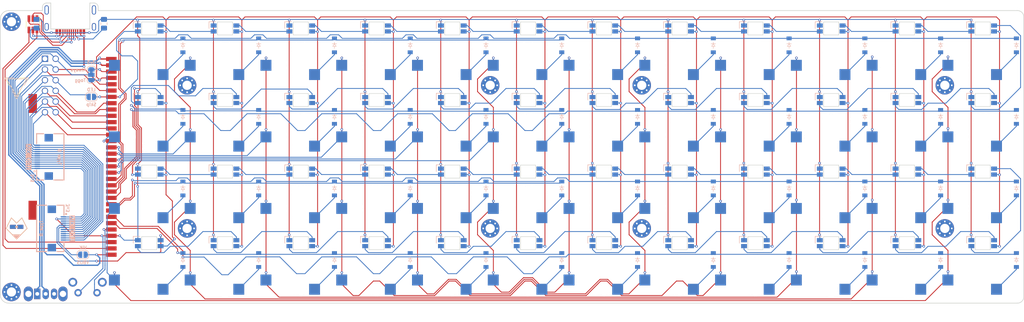
<source format=kicad_pcb>
(kicad_pcb (version 20241229) (generator "pcbnew") (generator_version "9.0")
  (title_block (title "type-boy-40") (date "2025-07-30") (rev "v1.0.0") (company "Unknown"))
  (layers (0 "F.Cu" signal) (2 "B.Cu" signal) (13 "F.Paste" user) (15 "B.Paste" user) (5 "F.SilkS" user "F.Silkscreen") (7 "B.SilkS" user "B.Silkscreen") (1 "F.Mask" user) (3 "B.Mask" user) (25 "Edge.Cuts" user))
  (net 0 "")
  (net 1 "one_mod")
  (net 2 "col1")
  (net 3 "one_bottom")
  (net 4 "one_home")
  (net 5 "one_top")
  (net 6 "two_mod")
  (net 7 "col2")
  (net 8 "two_bottom")
  (net 9 "two_home")
  (net 10 "two_top")
  (net 11 "three_mod")
  (net 12 "col3")
  (net 13 "three_bottom")
  (net 14 "three_home")
  (net 15 "three_top")
  (net 16 "four_mod")
  (net 17 "col4")
  (net 18 "four_bottom")
  (net 19 "four_home")
  (net 20 "four_top")
  (net 21 "five_mod")
  (net 22 "col5")
  (net 23 "five_bottom")
  (net 24 "five_home")
  (net 25 "five_top")
  (net 26 "six_mod")
  (net 27 "col6")
  (net 28 "six_bottom")
  (net 29 "six_home")
  (net 30 "six_top")
  (net 31 "seven_mod")
  (net 32 "seven_bottom")
  (net 33 "seven_home")
  (net 34 "seven_top")
  (net 35 "eight_mod")
  (net 36 "eight_bottom")
  (net 37 "eight_home")
  (net 38 "eight_top")
  (net 39 "nine_mod")
  (net 40 "nine_bottom")
  (net 41 "nine_home")
  (net 42 "nine_top")
  (net 43 "ten_mod")
  (net 44 "ten_bottom")
  (net 45 "ten_home")
  (net 46 "ten_top")
  (net 47 "eleven_mod")
  (net 48 "eleven_bottom")
  (net 49 "eleven_home")
  (net 50 "eleven_top")
  (net 51 "twelve_mod")
  (net 52 "twelve_bottom")
  (net 53 "twelve_home")
  (net 54 "twelve_top")
  (net 55 "row1")
  (net 56 "row2")
  (net 57 "row3")
  (net 58 "row4")
  (net 59 "row5")
  (net 60 "row6")
  (net 61 "row7")
  (net 62 "row8")
  (net 63 "V33_TOGG")
  (net 64 "LED48")
  (net 65 "GND")
  (net 66 "LED47")
  (net 67 "LED25")
  (net 68 "LED24")
  (net 69 "LED23")
  (net 70 "LED1")
  (net 71 "RGB_OUT")
  (net 72 "LED46")
  (net 73 "LED26")
  (net 74 "LED22")
  (net 75 "LED2")
  (net 76 "LED45")
  (net 77 "LED27")
  (net 78 "LED21")
  (net 79 "LED3")
  (net 80 "LED44")
  (net 81 "LED28")
  (net 82 "LED20")
  (net 83 "LED4")
  (net 84 "LED43")
  (net 85 "LED29")
  (net 86 "LED19")
  (net 87 "LED5")
  (net 88 "LED42")
  (net 89 "LED30")
  (net 90 "LED18")
  (net 91 "LED6")
  (net 92 "LED41")
  (net 93 "LED31")
  (net 94 "LED17")
  (net 95 "LED7")
  (net 96 "LED40")
  (net 97 "LED32")
  (net 98 "LED16")
  (net 99 "LED8")
  (net 100 "LED39")
  (net 101 "LED33")
  (net 102 "LED15")
  (net 103 "LED9")
  (net 104 "LED38")
  (net 105 "LED34")
  (net 106 "LED14")
  (net 107 "LED10")
  (net 108 "LED37")
  (net 109 "LED35")
  (net 110 "LED13")
  (net 111 "LED11")
  (net 112 "LED36")
  (net 113 "LED12")
  (net 114 "VBUS")
  (net 115 "DATMIN")
  (net 116 "DATPLUS")
  (net 117 "RESET")
  (net 118 "SCK")
  (net 119 "MISO")
  (net 120 "VIK_CS")
  (net 121 "MOSI")
  (net 122 "VIK_GPIO2")
  (net 123 "VIK_GPIO1")
  (net 124 "SCL")
  (net 125 "SDA")
  (net 126 "V33_ALWAYS")
  (net 127 "VBAT")
  (net 128 "BAT_OUT")
  (net 129 "SBU2")
  (net 130 "CC1")
  (net 131 "DNEGIN")
  (net 132 "DPLUSIN")
  (net 133 "SBU1")
  (net 134 "CC2")
  (net 135 "NP")
  (net 136 "V33_JUMPER")
  (net 137 "VIK_VBUS")
  (footprint "ComboDiode" (layer "F.Cu") (at 162 148 -90)
    (property "Reference" "D16" (hide yes))
    (property "Value" "" (hide yes))
  )
  (footprint "ComboDiode" (layer "F.Cu") (at 198 148 -90)
    (property "Reference" "D24" (hide yes))
    (property "Value" "" (hide yes))
  )
  (footprint "PG1350" (layer "F.Cu") (at 298 149 180)
    (property "Reference" "S48" (hide yes))
    (property "Value" "" (hide yes))
  )
  (footprint "PG1350" (layer "F.Cu") (at 154 183 180)
    (property "Reference" "S14" (hide yes))
    (property "Value" "" (hide yes))
  )
  (footprint "PG1350" (layer "F.Cu") (at 226 166 180)
    (property "Reference" "S31" (hide yes))
    (property "Value" "" (hide yes))
  )
  (footprint "ComboDiode" (layer "F.Cu") (at 216 148 -90)
    (property "Reference" "D28" (hide yes))
    (property "Value" "" (hide yes))
  )
  (footprint "ComboDiode" (layer "F.Cu") (at 162 182 -90)
    (property "Reference" "D14" (hide yes))
    (property "Value" "" (hide yes))
  )
  (footprint "ComboDiode" (layer "F.Cu") (at 270 165 -90)
    (property "Reference" "D39" (hide yes))
    (property "Value" "" (hide yes))
  )
  (footprint "PG1350" (layer "F.Cu") (at 244 183 180)
    (property "Reference" "S34" (hide yes))
    (property "Value" "" (hide yes))
  )
  (footprint "ComboDiode" (layer "F.Cu") (at 252 148 -90)
    (property "Reference" "D36" (hide yes))
    (property "Value" "" (hide yes))
  )
  (footprint "ComboDiode" (layer "F.Cu") (at 180 182 -90)
    (property "Reference" "D18" (hide yes))
    (property "Value" "" (hide yes))
  )
  (footprint "Custom:GBA_Reversible_Cart_Reader" (layer "F.Cu") (at 85.25 174.5 90)
    (property "Reference" "")
    (property "Value" "")
  )
  (footprint "ComboDiode" (layer "F.Cu") (at 162 199 -90)
    (property "Reference" "D13" (hide yes))
    (property "Value" "" (hide yes))
  )
  (footprint "ComboDiode" (layer "F.Cu") (at 144 199 -90)
    (property "Reference" "D9" (hide yes))
    (property "Value" "" (hide yes))
  )
  (footprint "ComboDiode" (layer "F.Cu") (at 270 199 -90)
    (property "Reference" "D37" (hide yes))
    (property "Value" "" (hide yes))
  )
  (footprint "PG1350" (layer "F.Cu") (at 118 200 180)
    (property "Reference" "S5" (hide yes))
    (property "Value" "" (hide yes))
  )
  (footprint "PG1350" (layer "F.Cu") (at 190 200 180)
    (property "Reference" "S21" (hide yes))
    (property "Value" "" (hide yes))
  )
  (footprint "PG1350" (layer "F.Cu") (at 226 183 180)
    (property "Reference" "S30" (hide yes))
    (property "Value" "" (hide yes))
  )
  (footprint "ComboDiode" (layer "F.Cu") (at 252 165 -90)
    (property "Reference" "D35" (hide yes))
    (property "Value" "" (hide yes))
  )
  (footprint "ComboDiode" (layer "F.Cu") (at 234 182 -90)
    (property "Reference" "D30" (hide yes))
    (property "Value" "" (hide yes))
  )
  (footprint "ComboDiode" (layer "F.Cu") (at 180 199 -90)
    (property "Reference" "D17" (hide yes))
    (property "Value" "" (hide yes))
  )
  (footprint "ComboDiode" (layer "F.Cu") (at 126 148 -90)
    (property "Reference" "D8" (hide yes))
    (property "Value" "" (hide yes))
  )
  (footprint "ComboDiode" (layer "F.Cu") (at 126 165 -90)
    (property "Reference" "D7" (hide yes))
    (property "Value" "" (hide yes))
  )
  (footprint "PG1350" (layer "F.Cu") (at 136 166 180)
    (property "Reference" "S11" (hide yes))
    (property "Value" "" (hide yes))
  )
  (footprint "PG1350" (layer "F.Cu") (at 280 149 180)
    (property "Reference" "S44" (hide yes))
    (property "Value" "" (hide yes))
  )
  (footprint "ComboDiode" (layer "F.Cu") (at 180 148 -90)
    (property "Reference" "D20" (hide yes))
    (property "Value" "" (hide yes))
  )
  (footprint "ComboDiode" (layer "F.Cu") (at 252 199 -90)
    (property "Reference" "D33" (hide yes))
    (property "Value" "" (hide yes))
  )
  (footprint "PG1350" (layer "F.Cu") (at 298 183 180)
    (property "Reference" "S46" (hide yes))
    (property "Value" "" (hide yes))
  )
  (footprint "PG1350" (layer "F.Cu") (at 280 183 180)
    (property "Reference" "S42" (hide yes))
    (property "Value" "" (hide yes))
  )
  (footprint "PG1350" (layer "F.Cu") (at 190 183 180)
    (property "Reference" "S22" (hide yes))
    (property "Value" "" (hide yes))
  )
  (footprint "PG1350" (layer "F.Cu") (at 172 183 180)
    (property "Reference" "S18" (hide yes))
    (property "Value" "" (hide yes))
  )
  (footprint "PG1350" (layer "F.Cu") (at 280 166 180)
    (property "Reference" "S43" (hide yes))
    (property "Value" "" (hide yes))
  )
  (footprint "ComboDiode" (layer "F.Cu") (at 270 182 -90)
    (property "Reference" "D38" (hide yes))
    (property "Value" "" (hide yes))
  )
  (footprint "vik-logo-small" (layer "F.Cu") (at 68.5 157.5)
    (property "Reference" "")
    (property "Value" "")
  )
  (footprint "SOT-23-6_Handsoldering" (layer "F.Cu") (at 72.375 143 -90)
    (property "Reference" "")
    (property "Value" "")
  )
  (footprint "ComboDiode" (layer "F.Cu") (at 180 165 -90)
    (property "Reference" "D19" (hide yes))
    (property "Value" "" (hide yes))
  )
  (footprint "ComboDiode" (layer "F.Cu") (at 144 148 -90)
    (property "Reference" "D12" (hide yes))
    (property "Value" "" (hide yes))
  )
  (footprint "ComboDiode" (layer "F.Cu") (at 144 182 -90)
    (property "Reference" "D10" (hide yes))
    (property "Value" "" (hide yes))
  )
  (footprint "ComboDiode" (layer "F.Cu") (at 108 165 -90)
    (property "Reference" "D3" (hide yes))
    (property "Value" "" (hide yes))
  )
  (footprint "ComboDiode" (layer "F.Cu") (at 234 165 -90)
    (property "Reference" "D31" (hide yes))
    (property "Value" "" (hide yes))
  )
  (footprint "ComboDiode" (layer "F.Cu") (at 198 182 -90)
    (property "Reference" "D22" (hide yes))
    (property "Value" "" (hide yes))
  )
  (footprint "PG1350" (layer "F.Cu") (at 208 149 180)
    (property "Reference" "S28" (hide yes))
    (property "Value" "" (hide yes))
  )
  (footprint "ComboDiode" (layer "F.Cu") (at 162 165 -90)
    (property "Reference" "D15" (hide yes))
    (property "Value" "" (hide yes))
  )
  (footprint "PG1350" (layer "F.Cu") (at 172 149 180)
    (property "Reference" "S20" (hide yes))
    (property "Value" "" (hide yes))
  )
  (footprint "ComboDiode" (layer "F.Cu") (at 306 148 -90)
    (property "Reference" "D48" (hide yes))
    (property "Value" "" (hide yes))
  )
  (footprint "ComboDiode" (layer "F.Cu") (at 234 148 -90)
    (property "Reference" "D32" (hide yes))
    (property "Value" "" (hide yes))
  )
  (footprint "PG1350" (layer "F.Cu") (at 154 166 180)
    (property "Reference" "S15" (hide yes))
    (property "Value" "" (hide yes))
  )
  (footprint "PG1350" (layer "F.Cu") (at 190 149 180)
    (property "Reference" "S24" (hide yes))
    (property "Value" "" (hide yes))
  )
  (footprint "PG1350" (layer "F.Cu") (at 100 183 180)
    (property "Reference" "S2" (hide yes))
    (property "Value" "" (hide yes))
  )
  (footprint "PG1350" (layer "F.Cu") (at 100 149 180)
    (property "Reference" "S4" (hide yes))
    (property "Value" "" (hide yes))
  )
  (footprint "PG1350" (layer "F.Cu") (at 262 200 180)
    (property "Reference" "S37" (hide yes))
    (property "Value" "" (hide yes))
  )
  (footprint "MountingHole_2.2mm_M2_Pad_Via" (layer "F.Cu") (at 67.275 142.4)
    (property "Reference" "_9" (hide yes))
    (property "Value" "")
  )
  (footprint "ComboDiode" (layer "F.Cu") (at 306 199 -90)
    (property "Reference" "D45" (hide yes))
    (property "Value" "" (hide yes))
  )
  (footprint "PG1350" (layer "F.Cu") (at 100 200 180)
    (property "Reference" "S1" (hide yes))
    (property "Value" "" (hide yes))
  )
  (footprint "ComboDiode" (layer "F.Cu") (at 216 182 -90)
    (property "Reference" "D26" (hide yes))
    (property "Value" "" (hide yes))
  )
  (footprint "PG1350" (layer "F.Cu") (at 226 149 180)
    (property "Reference" "S32" (hide yes))
    (property "Value" "" (hide yes))
  )
  (footprint "ComboDiode" (layer "F.Cu") (at 144 165 -90)
    (property "Reference" "D11" (hide yes))
    (property "Value" "" (hide yes))
  )
  (footprint "PG1350" (layer "F.Cu") (at 280 200 180)
    (property "Reference" "S41" (hide yes))
    (property "Value" "" (hide yes))
  )
  (footprint "PG1350" (layer "F.Cu") (at 172 200 180)
    (property "Reference" "S17" (hide yes))
    (property "Value" "" (hide yes))
  )
  (footprint "PG1350" (layer "F.Cu") (at 298 200 180)
    (property "Reference" "S45" (hide yes))
    (property "Value" "" (hide yes))
  )
  (footprint "PG1350" (layer "F.Cu") (at 208 183 180)
    (property "Reference" "S26" (hide yes))
    (property "Value" "" (hide yes))
  )
  (footprint "ComboDiode" (layer "F.Cu") (at 234 199 -90)
    (property "Reference" "D29" (hide yes))
    (property "Value" "" (hide yes))
  )
  (footprint "ComboDiode" (layer "F.Cu") (at 126 199 -90)
    (property "Reference" "D5" (hide yes))
    (property "Value" "" (hide yes))
  )
  (footprint "ComboDiode" (layer "F.Cu") (at 198 199 -90)
    (property "Reference" "D21" (hide yes))
    (property "Value" "" (hide yes))
  )
  (footprint "MountingHole_2.2mm_M2_Pad_Via" (layer "F.Cu") (at 181 157.5)
    (property "Reference" "_3" (hide yes))
    (property "Value" "")
  )
  (footprint "ComboDiode" (layer "F.Cu") (at 108 199 -90)
    (property "Reference" "D1" (hide yes))
    (property "Value" "" (hide yes))
  )
  (footprint "ComboDiode" (layer "F.Cu") (at 108 182 -90)
    (property "Reference" "D2" (hide yes))
    (property "Value" "" (hide yes))
  )
  (footprint "ComboDiode" (layer "F.Cu") (at 216 165 -90)
    (property "Reference" "D27" (hide yes))
    (property "Value" "" (hide yes))
  )
  (footprint "PG1350" (layer "F.Cu") (at 118 166 180)
    (property "Reference" "S7" (hide yes))
    (property "Value" "" (hide yes))
  )
  (footprint "PG1350" (layer "F.Cu") (at 244 200 180)
    (property "Reference" "S33" (hide yes))
    (property "Value" "" (hide yes))
  )
  (footprint "PG1350" (layer "F.Cu") (at 262 166 180)
    (property "Reference" "S39" (hide yes))
    (property "Value" "" (hide yes))
  )
  (footprint "PG1350" (layer "F.Cu") (at 298 166 180)
    (property "Reference" "S47" (hide yes))
    (property "Value" "" (hide yes))
  )
  (footprint "ComboDiode" (layer "F.Cu") (at 216 199 -90)
    (property "Reference" "D25" (hide yes))
    (property "Value" "" (hide yes))
  )
  (footprint "SW_Tactile_SPST_Angled_PTS645Vx39-2LFS" (layer "F.Cu") (at 87.6 206.775 180)
    (property "Reference" "")
    (property "Value" "")
  )
  (footprint "PG1350" (layer "F.Cu") (at 208 200 180)
    (property "Reference" "S25" (hide yes))
    (property "Value" "" (hide yes))
  )
  (footprint "MountingHole_2.2mm_M2_Pad_Via" (layer "F.Cu") (at 217 191.5)
    (property "Reference" "_6" (hide yes))
    (property "Value" "")
  )
  (footprint "vik-keyboard-throughole" (layer "F.Cu") (at 76.5 157.5 -90)
    (property "Reference" "TH1" (hide yes))
    (property "Value" "" (hide yes))
  )
  (footprint "PG1350" (layer "F.Cu") (at 154 149 180)
    (property "Reference" "S16" (hide yes))
    (property "Value" "" (hide yes))
  )
  (footprint "SW_CuK_OS102011MA1QN1_SPDT_Angled" (layer "F.Cu") (at 73.4 207.05)
    (property "Reference" "" (hide yes))
    (property "Value" "" (hide yes))
  )
  (footprint "ComboDiode" (layer "F.Cu") (at 288 148 -90)
    (property "Reference" "D44" (hide yes))
    (property "Value" "" (hide yes))
  )
  (footprint "PG1350" (layer "F.Cu") (at 118 183 180)
    (property "Reference" "S6" (hide yes))
    (property "Value" "" (hide yes))
  )
  (footprint "ComboDiode" (layer "F.Cu") (at 108 148 -90)
    (property "Reference" "D4" (hide yes))
    (property "Value" "" (hide yes))
  )
  (footprint "USB-C-12-Pin-MidMount" (layer "F.Cu") (at 81.25 137.5)
    (property "Reference" "")
    (property "Value" "")
  )
  (footprint "MountingHole_2.2mm_M2_Pad_Via" (layer "F.Cu") (at 289 191.5)
    (property "Reference" "_8" (hide yes))
    (property "Value" "")
  )
  (footprint "ComboDiode" (layer "F.Cu") (at 126 182 -90)
    (property "Reference" "D6" (hide yes))
    (property "Value" "" (hide yes))
  )
  (footprint "PG1350" (layer "F.Cu") (at 226 200 180)
    (property "Reference" "S29" (hide yes))
    (property "Value" "" (hide yes))
  )
  (footprint "PG1350" (layer "F.Cu") (at 262 183 180)
    (property "Reference" "S38" (hide yes))
    (property "Value" "" (hide yes))
  )
  (footprint "Untitled" (layer "F.Cu") (at 68.5 191.5)
    (property "Reference" "XX6" (hide yes))
    (property "Value" "")
  )
  (footprint "PG1350" (layer "F.Cu") (at 136 149 180)
    (property "Reference" "S12" (hide yes))
    (property "Value" "" (hide yes))
  )
  (footprint "MountingHole_2.2mm_M2_Pad_Via" (layer "F.Cu") (at 109 191.5)
    (property "Reference" "_2" (hide yes))
    (property "Value" "")
  )
  (footprint "PG1350" (layer "F.Cu") (at 172 166 180)
    (property "Reference" "S19" (hide yes))
    (property "Value" "" (hide yes))
  )
  (footprint "vik-logo-small" (layer "F.Cu") (at 68.5 157.5)
    (property "Reference" "")
    (property "Value" "")
  )
  (footprint "MountingHole_2.2mm_M2_Pad_Via" (layer "F.Cu") (at 289 157.5)
    (property "Reference" "_7" (hide yes))
    (property "Value" "")
  )
  (footprint "PG1350" (layer "F.Cu") (at 136 183 180)
    (property "Reference" "S10" (hide yes))
    (property "Value" "" (hide yes))
  )
  (footprint "PG1350" (layer "F.Cu") (at 244 149 180)
    (property "Reference" "S36" (hide yes))
    (property "Value" "" (hide yes))
  )
  (footprint "ComboDiode" (layer "F.Cu") (at 270 148 -90)
    (property "Reference" "D40" (hide yes))
    (property "Value" "" (hide yes))
  )
  (footprint "ComboDiode" (layer "F.Cu") (at 198 165 -90)
    (property "Reference" "D23" (hide yes))
    (property "Value" "" (hide yes))
  )
  (footprint "ComboDiode" (layer "F.Cu") (at 288 165 -90)
    (property "Reference" "D43" (hide yes))
    (property "Value" "" (hide yes))
  )
  (footprint "MountingHole_2.2mm_M2_Pad_Via" (layer "F.Cu") (at 181 191.5)
    (property "Reference" "_4" (hide yes))
    (property "Value" "")
  )
  (footprint "MountingHole_2.2mm_M2_Pad_Via" (layer "F.Cu") (at 217 157.5)
    (property "Reference" "_5" (hide yes))
    (property "Value" "")
  )
  (footprint "PG1350" (layer "F.Cu") (at 208 166 180)
    (property "Reference" "S27" (hide yes))
    (property "Value" "" (hide yes))
  )
  (footprint "PG1350" (layer "F.Cu") (at 190 166 180)
    (property "Reference" "S23" (hide yes))
    (property "Value" "" (hide yes))
  )
  (footprint "ComboDiode" (layer "F.Cu") (at 288 199 -90)
    (property "Reference" "D41" (hide yes))
    (property "Value" "" (hide yes))
  )
  (footprint "PG1350" (layer "F.Cu") (at 262 149 180)
    (property "Reference" "S40" (hide yes))
    (property "Value" "" (hide yes))
  )
  (footprint "ComboDiode" (layer "F.Cu") (at 252 182 -90)
    (property "Reference" "D34" (hide yes))
    (property "Value" "" (hide yes))
  )
  (footprint "ComboDiode" (layer "F.Cu") (at 306 182 -90)
    (property "Reference" "D46" (hide yes))
    (property "Value" "" (hide yes))
  )
  (footprint "MountingHole_2.2mm_M2_Pad_Via" (layer "F.Cu") (at 67.275 206.6)
    (property "Reference" "_10" (hide yes))
    (property "Value" "")
  )
  (footprint "PG1350" (layer "F.Cu") (at 100 166 180)
    (property "Reference" "S3" (hide yes))
    (property "Value" "" (hide yes))
  )
  (footprint "PG1350" (layer "F.Cu") (at 154 200 180)
    (property "Reference" "S13" (hide yes))
    (property "Value" "" (hide yes))
  )
  (footprint "ComboDiode" (layer "F.Cu") (at 288 182 -90)
    (property "Reference" "D42" (hide yes))
    (property "Value" "" (hide yes))
  )
  (footprint "ComboDiode" (layer "F.Cu") (at 306 165 -90)
    (property "Reference" "D47" (hide yes))
    (property "Value" "" (hide yes))
  )
  (footprint "PG1350" (layer "F.Cu") (at 136 200 180)
    (property "Reference" "S9" (hide yes))
    (property "Value" "" (hide yes))
  )
  (footprint "PG1350" (layer "F.Cu") (at 244 166 180)
    (property "Reference" "S35" (hide yes))
    (property "Value" "" (hide yes))
  )
  (footprint "PG1350" (layer "F.Cu") (at 118 149 180)
    (property "Reference" "S8" (hide yes))
    (property "Value" "" (hide yes))
  )
  (footprint "MountingHole_2.2mm_M2_Pad_Via" (layer "F.Cu") (at 109 157.5)
    (property "Reference" "_1" (hide yes))
    (property "Value" "")
  )
  (footprint "ceoloide:led_SK6812mini-e (per-keysingle-side)" (layer "B.Cu") (at 100 195)
    (property "Reference" "LED1" (hide yes))
    (property "Value" "")
    (fp_rect (start -1.8 -1.55) (end 1.8 1.55) (stroke (width 0.12)) (fill no) (layer "Edge.Cuts"))
  )
  (footprint "SolderJumper-3_default.3mm_Bridged12_RoundedPad1.0x1.5mm" (layer "B.Cu") (at 86.25 155 90)
    (property "Reference" "XX3" (hide yes))
    (property "Value" "")
  )
  (footprint "ceoloide:led_SK6812mini-e (per-keysingle-side)" (layer "B.Cu") (at 262 144)
    (property "Reference" "LED40" (hide yes))
    (property "Value" "")
    (fp_rect (start -1.8 -1.55) (end 1.8 1.55) (stroke (width 0.12)) (fill no) (layer "Edge.Cuts"))
  )
  (footprint "ceoloide:led_SK6812mini-e (per-keysingle-side)" (layer "B.Cu") (at 100 144)
    (property "Reference" "LED4" (hide yes))
    (property "Value" "")
    (fp_rect (start -1.8 -1.55) (end 1.8 1.55) (stroke (width 0.12)) (fill no) (layer "Edge.Cuts"))
  )
  (footprint "ceoloide:led_SK6812mini-e (per-keysingle-side)" (layer "B.Cu") (at 100 161)
    (property "Reference" "LED3" (hide yes))
    (property "Value" "")
    (fp_rect (start -1.8 -1.55) (end 1.8 1.55) (stroke (width 0.12)) (fill no) (layer "Edge.Cuts"))
  )
  (footprint "ceoloide:led_SK6812mini-e (per-keysingle-side)" (layer "B.Cu") (at 298 144)
    (property "Reference" "LED48" (hide yes))
    (property "Value" "")
    (fp_rect (start -1.8 -1.55) (end 1.8 1.55) (stroke (width 0.12)) (fill no) (layer "Edge.Cuts"))
  )
  (footprint "ceoloide:led_SK6812mini-e (per-keysingle-side)" (layer "B.Cu") (at 280 144)
    (property "Reference" "LED44" (hide yes))
    (property "Value" "")
    (fp_rect (start -1.8 -1.55) (end 1.8 1.55) (stroke (width 0.12)) (fill no) (layer "Edge.Cuts"))
  )
  (footprint "ceoloide:led_SK6812mini-e (per-keysingle-side)" (layer "B.Cu") (at 280 161)
    (property "Reference" "LED43" (hide yes))
    (property "Value" "")
    (fp_rect (start -1.8 -1.55) (end 1.8 1.55) (stroke (width 0.12)) (fill no) (layer "Edge.Cuts"))
  )
  (footprint "ceoloide:led_SK6812mini-e (per-keysingle-side)" (layer "B.Cu") (at 118 195)
    (property "Reference" "LED5" (hide yes))
    (property "Value" "")
    (fp_rect (start -1.8 -1.55) (end 1.8 1.55) (stroke (width 0.12)) (fill no) (layer "Edge.Cuts"))
  )
  (footprint "ceoloide:led_SK6812mini-e (per-keysingle-side)" (layer "B.Cu") (at 244 178)
    (property "Reference" "LED34" (hide yes))
    (property "Value" "")
    (fp_rect (start -1.8 -1.55) (end 1.8 1.55) (stroke (width 0.12)) (fill no) (layer "Edge.Cuts"))
  )
  (footprint "ceoloide:led_SK6812mini-e (per-keysingle-side)" (layer "B.Cu") (at 172 144)
    (property "Reference" "LED20" (hide yes))
    (property "Value" "")
    (fp_rect (start -1.8 -1.55) (end 1.8 1.55) (stroke (width 0.12)) (fill no) (layer "Edge.Cuts"))
  )
  (footprint "ceoloide:led_SK6812mini-e (per-keysingle-side)" (layer "B.Cu") (at 190 144)
    (property "Reference" "LED24" (hide yes))
    (property "Value" "")
    (fp_rect (start -1.8 -1.55) (end 1.8 1.55) (stroke (width 0.12)) (fill no) (layer "Edge.Cuts"))
  )
  (footprint "ceoloide:led_SK6812mini-e (per-keysingle-side)" (layer "B.Cu") (at 208 144)
    (property "Reference" "LED28" (hide yes))
    (property "Value" "")
    (fp_rect (start -1.8 -1.55) (end 1.8 1.55) (stroke (width 0.12)) (fill no) (layer "Edge.Cuts"))
  )
  (footprint "ceoloide:led_SK6812mini-e (per-keysingle-side)" (layer "B.Cu") (at 280 178)
    (property "Reference" "LED42" (hide yes))
    (property "Value" "")
    (fp_rect (start -1.8 -1.55) (end 1.8 1.55) (stroke (width 0.12)) (fill no) (layer "Edge.Cuts"))
  )
  (footprint "ceoloide:led_SK6812mini-e (per-keysingle-side)" (layer "B.Cu") (at 262 195)
    (property "Reference" "LED37" (hide yes))
    (property "Value" "")
    (fp_rect (start -1.8 -1.55) (end 1.8 1.55) (stroke (width 0.12)) (fill no) (layer "Edge.Cuts"))
  )
  (footprint "Untitled" (layer "B.Cu") (at 68.5 191.5)
    (property "Reference" "XX8" (hide yes))
    (property "Value" "")
  )
  (footprint "ceoloide:led_SK6812mini-e (per-keysingle-side)" (layer "B.Cu") (at 100 178)
    (property "Reference" "LED2" (hide yes))
    (property "Value" "")
    (fp_rect (start -1.8 -1.55) (end 1.8 1.55) (stroke (width 0.12)) (fill no) (layer "Edge.Cuts"))
  )
  (footprint "ceoloide:led_SK6812mini-e (per-keysingle-side)" (layer "B.Cu") (at 226 178)
    (property "Reference" "LED30" (hide yes))
    (property "Value" "")
    (fp_rect (start -1.8 -1.55) (end 1.8 1.55) (stroke (width 0.12)) (fill no) (layer "Edge.Cuts"))
  )
  (footprint "ceoloide:led_SK6812mini-e (per-keysingle-side)" (layer "B.Cu") (at 118 161)
    (property "Reference" "LED7" (hide yes))
    (property "Value" "")
    (fp_rect (start -1.8 -1.55) (end 1.8 1.55) (stroke (width 0.12)) (fill no) (layer "Edge.Cuts"))
  )
  (footprint "ceoloide:led_SK6812mini-e (per-keysingle-side)" (layer "B.Cu") (at 226 195)
    (property "Reference" "LED29" (hide yes))
    (property "Value" "")
    (fp_rect (start -1.8 -1.55) (end 1.8 1.55) (stroke (width 0.12)) (fill no) (layer "Edge.Cuts"))
  )
  (footprint "ceoloide:led_SK6812mini-e (per-keysingle-side)" (layer "B.Cu") (at 154 144)
    (property "Reference" "LED16" (hide yes))
    (property "Value" "")
    (fp_rect (start -1.8 -1.55) (end 1.8 1.55) (stroke (width 0.12)) (fill no) (layer "Edge.Cuts"))
  )
  (footprint "ceoloide:led_SK6812mini-e (per-keysingle-side)" (layer "B.Cu") (at 208 161)
    (property "Reference" "LED27" (hide yes))
    (property "Value" "")
    (fp_rect (start -1.8 -1.55) (end 1.8 1.55) (stroke (width 0.12)) (fill no) (layer "Edge.Cuts"))
  )
  (footprint "ceoloide:led_SK6812mini-e (per-keysingle-side)" (layer "B.Cu") (at 154 178)
    (property "Reference" "LED14" (hide yes))
    (property "Value" "")
    (fp_rect (start -1.8 -1.55) (end 1.8 1.55) (stroke (width 0.12)) (fill no) (layer "Edge.Cuts"))
  )
  (footprint "C_0805_2012Metric_Pad1.18x1.45mm_HandSolder" (layer "B.Cu") (at 73.25 142.875 90)
    (property "Reference" "")
    (property "Value" "")
  )
  (footprint "ceoloide:led_SK6812mini-e (per-keysingle-side)" (layer "B.Cu") (at 244 161)
    (property "Reference" "LED35" (hide yes))
    (property "Value" "")
    (fp_rect (start -1.8 -1.55) (end 1.8 1.55) (stroke (width 0.12)) (fill no) (layer "Edge.Cuts"))
  )
  (footprint "ceoloide:led_SK6812mini-e (per-keysingle-side)" (layer "B.Cu") (at 244 144)
    (property "Reference" "LED36" (hide yes))
    (property "Value" "")
    (fp_rect (start -1.8 -1.55) (end 1.8 1.55) (stroke (width 0.12)) (fill no) (layer "Edge.Cuts"))
  )
  (footprint "ceoloide:led_SK6812mini-e (per-keysingle-side)" (layer "B.Cu") (at 226 144)
    (property "Reference" "LED32" (hide yes))
    (property "Value" "")
    (fp_rect (start -1.8 -1.55) (end 1.8 1.55) (stroke (width 0.12)) (fill no) (layer "Edge.Cuts"))
  )
  (footprint "ceoloide:led_SK6812mini-e (per-keysingle-side)" (layer "B.Cu") (at 226 161)
    (property "Reference" "LED31" (hide yes))
    (property "Value" "")
    (fp_rect (start -1.8 -1.55) (end 1.8 1.55) (stroke (width 0.12)) (fill no) (layer "Edge.Cuts"))
  )
  (footprint "ceoloide:led_SK6812mini-e (per-keysingle-side)" (layer "B.Cu") (at 208 195)
    (property "Reference" "LED25" (hide yes))
    (property "Value" "")
    (fp_rect (start -1.8 -1.55) (end 1.8 1.55) (stroke (width 0.12)) (fill no) (layer "Edge.Cuts"))
  )
  (footprint "ceoloide:led_SK6812mini-e (per-keysingle-side)" (layer "B.Cu") (at 298 178)
    (property "Reference" "LED46" (hide yes))
    (property "Value" "")
    (fp_rect (start -1.8 -1.55) (end 1.8 1.55) (stroke (width 0.12)) (fill no) (layer "Edge.Cuts"))
  )
  (footprint "Jumper:SolderJumper-2_P1.3mm_Open_RoundedPad1.0x1.5mm" (layer "B.Cu") (at 86.25 160.25 180)
    (property "Reference" "REF**" (hide yes))
    (property "Value" "SolderJumper-2_P1.3mm_Open_RoundedPad1.0x1.5mm" (hide yes))
  )
  (footprint "ceoloide:led_SK6812mini-e (per-keysingle-side)" (layer "B.Cu") (at 298 195)
    (property "Reference" "LED45" (hide yes))
    (property "Value" "")
    (fp_rect (start -1.8 -1.55) (end 1.8 1.55) (stroke (width 0.12)) (fill no) (layer "Edge.Cuts"))
  )
  (footprint "vik-keyboard-connector-horizontal" (layer "B.Cu") (at 77.55 191.5 -90)
    (property "Reference" "VIK OUT")
    (property "Value" "")
  )
  (footprint "ceoloide:led_SK6812mini-e (per-keysingle-side)" (layer "B.Cu") (at 136 144)
    (property "Reference" "LED12" (hide yes))
    (property "Value" "")
    (fp_rect (start -1.8 -1.55) (end 1.8 1.55) (stroke (width 0.12)) (fill no) (layer "Edge.Cuts"))
  )
  (footprint "ceoloide:led_SK6812mini-e (per-keysingle-side)" (layer "B.Cu") (at 154 195)
    (property "Reference" "LED13" (hide yes))
    (property "Value" "")
    (fp_rect (start -1.8 -1.55) (end 1.8 1.55) (stroke (width 0.12)) (fill no) (layer "Edge.Cuts"))
  )
  (footprint "C_0805_2012Metric_Pad1.18x1.45mm_HandSolder" (layer "B.Cu") (at 89.25 142.875 90)
    (property "Reference" "")
    (property "Value" "")
  )
  (footprint "vik-keyboard-connector-horizontal" (layer "B.Cu") (at 75.45 174.5 90)
    (property "Reference" "XX1" (hide yes))
    (property "Value" "")
  )
  (footprint "ceoloide:led_SK6812mini-e (per-keysingle-side)" (layer "B.Cu") (at 244 195)
    (property "Reference" "LED33" (hide yes))
    (property "Value" "")
    (fp_rect (start -1.8 -1.55) (end 1.8 1.55) (stroke (width 0.12)) (fill no) (layer "Edge.Cuts"))
  )
  (footprint "ceoloide:led_SK6812mini-e (per-keysingle-side)" (layer "B.Cu") (at 280 195)
    (property "Reference" "LED41" (hide yes))
    (property "Value" "")
    (fp_rect (start -1.8 -1.55) (end 1.8 1.55) (stroke (width 0.12)) (fill no) (layer "Edge.Cuts"))
  )
  (footprint "ceoloide:led_SK6812mini-e (per-keysingle-side)" (layer "B.Cu") (at 136 161)
    (property "Reference" "LED11" (hide yes))
    (property "Value" "")
    (fp_rect (start -1.8 -1.55) (end 1.8 1.55) (stroke (width 0.12)) (fill no) (layer "Edge.Cuts"))
  )
  (footprint "ceoloide:led_SK6812mini-e (per-keysingle-side)" (layer "B.Cu") (at 262 178)
    (property "Reference" "LED38" (hide yes))
    (property "Value" "")
    (fp_rect (start -1.8 -1.55) (end 1.8 1.55) (stroke (width 0.12)) (fill no) (layer "Edge.Cuts"))
  )
  (footprint "ceoloide:led_SK6812mini-e (per-keysingle-side)" (layer "B.Cu") (at 136 195)
    (property "Reference" "LED9" (hide yes))
    (property "Value" "")
    (fp_rect (start -1.8 -1.55) (end 1.8 1.55) (stroke (width 0.12)) (fill no) (layer "Edge.Cuts"))
  )
  (footprint "ceoloide:led_SK6812mini-e (per-keysingle-side)" (layer "B.Cu") (at 136 178)
    (property "Reference" "LED10" (hide yes))
    (property "Value" "")
    (fp_rect (start -1.8 -1.55) (end 1.8 1.55) (stroke (width 0.12)) (fill no) (layer "Edge.Cuts"))
  )
  (footprint "ceoloide:led_SK6812mini-e (per-keysingle-side)" (layer "B.Cu") (at 154 161)
    (property "Reference" "LED15" (hide yes))
    (property "Value" "")
    (fp_rect (start -1.8 -1.55) (end 1.8 1.55) (stroke (width 0.12)) (fill no) (layer "Edge.Cuts"))
  )
  (footprint "ceoloide:led_SK6812mini-e (per-keysingle-side)" (layer "B.Cu") (at 298 161)
    (property "Reference" "LED47" (hide yes))
    (property "Value" "")
    (fp_rect (start -1.8 -1.55) (end 1.8 1.55) (stroke (width 0.12)) (fill no) (layer "Edge.Cuts"))
  )
  (footprint "ceoloide:led_SK6812mini-e (per-keysingle-side)" (layer "B.Cu") (at 262 161)
    (property "Reference" "LED39" (hide yes))
    (property "Value" "")
    (fp_rect (start -1.8 -1.55) (end 1.8 1.55) (stroke (width 0.12)) (fill no) (layer "Edge.Cuts"))
  )
  (footprint "ceoloide:led_SK6812mini-e (per-keysingle-side)" (layer "B.Cu") (at 118 144)
    (property "Reference" "LED8" (hide yes))
    (property "Value" "")
    (fp_rect (start -1.8 -1.55) (end 1.8 1.55) (stroke (width 0.12)) (fill no) (layer "Edge.Cuts"))
  )
  (footprint "ceoloide:led_SK6812mini-e (per-keysingle-side)" (layer "B.Cu") (at 190 161)
    (property "Reference" "LED23" (hide yes))
    (property "Value" "")
    (fp_rect (start -1.8 -1.55) (end 1.8 1.55) (stroke (width 0.12)) (fill no) (layer "Edge.Cuts"))
  )
  (footprint "ceoloide:led_SK6812mini-e (per-keysingle-side)" (layer "B.Cu") (at 172 161)
    (property "Reference" "LED19" (hide yes))
    (property "Value" "")
    (fp_rect (start -1.8 -1.55) (end 1.8 1.55) (stroke (width 0.12)) (fill no) (layer "Edge.Cuts"))
  )
  (footprint "ceoloide:led_SK6812mini-e (per-keysingle-side)" (layer "B.Cu") (at 118 178)
    (property "Reference" "LED6" (hide yes))
    (property "Value" "")
    (fp_rect (start -1.8 -1.55) (end 1.8 1.55) (stroke (width 0.12)) (fill no) (layer "Edge.Cuts"))
  )
  (footprint "ceoloide:led_SK6812mini-e (per-keysingle-side)" (layer "B.Cu") (at 190 195)
    (property "Reference" "LED21" (hide yes))
    (property "Value" "")
    (fp_rect (start -1.8 -1.55) (end 1.8 1.55) (stroke (width 0.12)) (fill no) (layer "Edge.Cuts"))
  )
  (footprint "ceoloide:led_SK6812mini-e (per-keysingle-side)" (layer "B.Cu") (at 172 195)
    (property "Reference" "LED17" (hide yes))
    (property "Value" "")
    (fp_rect (start -1.8 -1.55) (end 1.8 1.55) (stroke (width 0.12)) (fill no) (layer "Edge.Cuts"))
  )
  (footprint "ceoloide:led_SK6812mini-e (per-keysingle-side)" (layer "B.Cu") (at 172 178)
    (property "Reference" "LED18" (hide yes))
    (property "Value" "")
    (fp_rect (start -1.8 -1.55) (end 1.8 1.55) (stroke (width 0.12)) (fill no) (layer "Edge.Cuts"))
  )
  (footprint "SolderJumper-2_from.3mm_Open_RoundedPad1.0x1.5mm" (layer "B.Cu") (at 84.25 197.75 180)
    (property "Reference" "XX4" (hide yes))
    (property "Value" "" (hide yes))
  )
  (footprint "ceoloide:led_SK6812mini-e (per-keysingle-side)" (layer "B.Cu") (at 208 178)
    (property "Reference" "LED26" (hide yes))
    (property "Value" "")
    (fp_rect (start -1.8 -1.55) (end 1.8 1.55) (stroke (width 0.12)) (fill no) (layer "Edge.Cuts"))
  )
  (footprint "ceoloide:led_SK6812mini-e (per-keysingle-side)" (layer "B.Cu") (at 190 178)
    (property "Reference" "LED22" (hide yes))
    (property "Value" "")
    (fp_rect (start -1.8 -1.55) (end 1.8 1.55) (stroke (width 0.12)) (fill no) (layer "Edge.Cuts"))
  )
  (gr_line (start 76.61 137.95) (end 75.625 137.95) (stroke (width 0.15)) (layer "Edge.Cuts"))
  (gr_line (start 64.625 141.75) (end 64.625 207.25) (stroke (width 0.15)) (layer "Edge.Cuts"))
  (gr_line (start 307.75 207.75) (end 307.75 141.25) (stroke (width 0.15)) (layer "Edge.Cuts"))
  (gr_line (start 87.875 139.75) (end 306.25 139.75) (stroke (width 0.15)) (layer "Edge.Cuts"))
  (gr_line (start 74.625 139.75) (end 66.625 139.75) (stroke (width 0.15)) (layer "Edge.Cuts"))
  (gr_line (start 76.61 144.11) (end 85.89 144.11) (stroke (width 0.15)) (layer "Edge.Cuts"))
  (gr_arc (start 74.625 138.95) (mid 74.917893 138.242893) (end 75.625 137.95) (stroke (width 0.15)) (layer "Edge.Cuts"))
  (gr_line (start 86.875 137.95) (end 85.89 137.95) (stroke (width 0.15)) (layer "Edge.Cuts"))
  (gr_line (start 76.61 137.95) (end 76.61 144.11) (stroke (width 0.15)) (layer "Edge.Cuts"))
  (gr_arc (start 86.875 137.95) (mid 87.582107 138.242893) (end 87.875 138.95) (stroke (width 0.15)) (layer "Edge.Cuts"))
  (gr_line (start 74.625 138.95) (end 74.625 139.75) (stroke (width 0.15)) (layer "Edge.Cuts"))
  (gr_line (start 66.625 209.25) (end 306.25 209.25) (stroke (width 0.15)) (layer "Edge.Cuts"))
  (gr_line (start 85.89 144.11) (end 85.89 137.95) (stroke (width 0.15)) (layer "Edge.Cuts"))
  (gr_arc (start 64.625 141.75) (mid 65.210786 140.335786) (end 66.625 139.75) (stroke (width 0.15)) (layer "Edge.Cuts"))
  (gr_arc (start 66.625 209.25) (mid 65.210786 208.664214) (end 64.625 207.25) (stroke (width 0.15)) (layer "Edge.Cuts"))
  (gr_arc (start 307.75 207.75) (mid 307.31066 208.81066) (end 306.25 209.25) (stroke (width 0.15)) (layer "Edge.Cuts"))
  (gr_arc (start 306.25 139.75) (mid 307.31066 140.18934) (end 307.75 141.25) (stroke (width 0.15)) (layer "Edge.Cuts"))
  (gr_line (start 87.875 139.75) (end 87.875 138.95) (stroke (width 0.15)) (layer "Edge.Cuts"))
  (gr_text "Always" (at 81.25 154.25 0) (layer "B.SilkS") (effects (font (size 0.75 0.75) (thickness 0.15) (bold yes)) (justify right bottom mirror)))
  (gr_text "Skip" (at 86.25 162.5 0) (layer "B.SilkS") (effects (font (size 0.75 0.75) (thickness 0.15) (bold yes)) (justify bottom mirror)))
  (gr_text "3v3" (at 86.25 152.5 0) (layer "B.SilkS") (effects (font (size 0.75 0.75) (thickness 0.15) (bold yes)) (justify bottom mirror)))
  (gr_text "Togg" (at 82.25 156.75 0) (layer "B.SilkS") (effects (font (size 0.75 0.75) (thickness 0.15) (bold yes)) (justify right bottom mirror)))
  (gr_text "3v3" (at 81.1 185.55 90) (layer "B.SilkS") (effects (font (size 0.75 0.75) (thickness 0.15) (bold yes)) (justify left bottom mirror)))
  (gr_text "Type B" (at 74.75 191.5 90) (layer "B.SilkS") (effects (font (size 0.75 0.75) (thickness 0.15) (bold yes)) (justify bottom mirror)))
  (gr_text "VBUS" (at 84.25 200 0) (layer "B.SilkS") (effects (font (size 0.75 0.75) (thickness 0.15) (bold yes)) (justify bottom mirror)))
  (gr_text "LED" (at 86.25 159 0) (layer "B.SilkS") (effects (font (size 0.75 0.75) (thickness 0.15) (bold yes)) (justify bottom mirror)))
  (gr_text "Type B" (at 78.25 174.5 270) (layer "B.SilkS") (effects (font (size 0.75 0.75) (thickness 0.15) (bold yes)) (justify bottom mirror)))
  (gr_text "VIK" (at 84.25 196.5 0) (layer "B.SilkS") (effects (font (size 0.75 0.75) (thickness 0.15) (bold yes)) (justify bottom mirror)))
  (segment (start 108 201.225) (end 103.275 205.95) (width 0.2) (layer "B.Cu") (net 1))
  (segment (start 108 200.65) (end 108 201.225) (width 0.2) (layer "B.Cu") (net 1))
  (segment (start 284.351 208.649) (end 289.75 203.25) (width 0.2) (layer "F.Cu") (net 2))
  (segment (start 286 156) (end 289.75 152.25) (width 0.2) (layer "F.Cu") (net 2))
  (segment (start 289.75 203.25) (end 289.75 201.75) (width 0.2) (layer "F.Cu") (net 2))
  (segment (start 289.75 184.75) (end 289.75 167.75) (width 0.2) (layer "F.Cu") (net 2))
  (segment (start 289.75 201.75) (end 289.75 196.75) (width 0.2) (layer "F.Cu") (net 2))
  (segment (start 289.75 162.75) (end 286 159) (width 0.2) (layer "F.Cu") (net 2))
  (segment (start 289.75 186.25) (end 289.75 184.75) (width 0.2) (layer "F.Cu") (net 2))
  (segment (start 289.75 152.25) (end 289.75 150.75) (width 0.2) (layer "F.Cu") (net 2))
  (segment (start 286 193) (end 286 190) (width 0.2) (layer "F.Cu") (net 2))
  (segment (start 95.649 208.649) (end 284.351 208.649) (width 0.2) (layer "F.Cu") (net 2))
  (segment (start 289.75 167.75) (end 289.75 162.75) (width 0.2) (layer "F.Cu") (net 2))
  (segment (start 91.75 202) (end 91.75 204.75) (width 0.2) (layer "F.Cu") (net 2))
  (segment (start 289.75 196.75) (end 286 193) (width 0.2) (layer "F.Cu") (net 2))
  (segment (start 286 159) (end 286 156) (width 0.2) (layer "F.Cu") (net 2))
  (segment (start 286 190) (end 289.75 186.25) (width 0.2) (layer "F.Cu") (net 2))
  (segment (start 91 170.75) (end 89.25 170.75) (width 0.2) (layer "F.Cu") (net 2))
  (segment (start 91.75 204.75) (end 95.649 208.649) (width 0.2) (layer "F.Cu") (net 2))
  (via (at 289.75 184.75) (size 0.6) (drill 0.3) (layers "F.Cu" "B.Cu") (net 2))
  (via (at 289.75 167.75) (size 0.6) (drill 0.3) (layers "F.Cu" "B.Cu") (net 2))
  (via (at 289.75 201.75) (size 0.6) (drill 0.3) (layers "F.Cu" "B.Cu") (net 2))
  (via (at 91.75 202) (size 0.6) (drill 0.3) (layers "F.Cu" "B.Cu") (net 2))
  (via (at 289.75 150.75) (size 0.6) (drill 0.3) (layers "F.Cu" "B.Cu") (net 2))
  (via (at 89.25 170.75) (size 0.6) (drill 0.3) (layers "F.Cu" "B.Cu") (net 2))
  (segment (start 289.725 152.75) (end 289.725 150.775) (width 0.2) (layer "B.Cu") (net 2))
  (segment (start 91.725 169.75) (end 90 168.025) (width 0.2) (layer "B.Cu") (net 2))
  (segment (start 289.725 169.75) (end 289.725 167.775) (width 0.2) (layer "B.Cu") (net 2))
  (segment (start 90 202.025) (end 90 188.475) (width 0.2) (layer "B.Cu") (net 2))
  (segment (start 90 154.475) (end 91.725 152.75) (width 0.2) (layer "B.Cu") (net 2))
  (segment (start 91.725 203.75) (end 91.725 202.025) (width 0.2) (layer "B.Cu") (net 2))
  (segment (start 91.725 202.025) (end 91.75 202) (width 0.2) (layer "B.Cu") (net 2))
  (segment (start 289.725 201.775) (end 289.75 201.75) (width 0.2) (layer "B.Cu") (net 2))
  (segment (start 90 188.475) (end 91.725 186.75) (width 0.2) (layer "B.Cu") (net 2))
  (segment (start 289.725 203.75) (end 289.725 201.775) (width 0.2) (layer "B.Cu") (net 2))
  (segment (start 289.725 167.775) (end 289.75 167.75) (width 0.2) (layer "B.Cu") (net 2))
  (segment (start 90 171.475) (end 91.725 169.75) (width 0.2) (layer "B.Cu") (net 2))
  (segment (start 91.725 169.75) (end 90.25 169.75) (width 0.2) (layer "B.Cu") (net 2))
  (segment (start 91.725 203.75) (end 90 202.025) (width 0.2) (layer "B.Cu") (net 2))
  (segment (start 91.725 186.75) (end 90 185.025) (width 0.2) (layer "B.Cu") (net 2))
  (segment (start 289.725 150.775) (end 289.75 150.75) (width 0.2) (layer "B.Cu") (net 2))
  (segment (start 90.25 169.75) (end 89.25 170.75) (width 0.2) (layer "B.Cu") (net 2))
  (segment (start 289.725 186.75) (end 289.725 184.775) (width 0.2) (layer "B.Cu") (net 2))
  (segment (start 90 185.025) (end 90 171.475) (width 0.2) (layer "B.Cu") (net 2))
  (segment (start 90 168.025) (end 90 154.475) (width 0.2) (layer "B.Cu") (net 2))
  (segment (start 289.725 184.775) (end 289.75 184.75) (width 0.2) (layer "B.Cu") (net 2))
  (segment (start 108 184.225) (end 103.275 188.95) (width 0.2) (layer "B.Cu") (net 3))
  (segment (start 108 183.65) (end 108 184.225) (width 0.2) (layer "B.Cu") (net 3))
  (segment (start 108 166.65) (end 108 167.225) (width 0.2) (layer "B.Cu") (net 4))
  (segment (start 108 167.225) (end 103.275 171.95) (width 0.2) (layer "B.Cu") (net 4))
  (segment (start 108 149.65) (end 108 150.225) (width 0.2) (layer "B.Cu") (net 5))
  (segment (start 108 150.225) (end 103.275 154.95) (width 0.2) (layer "B.Cu") (net 5))
  (segment (start 126 201.225) (end 121.275 205.95) (width 0.2) (layer "B.Cu") (net 6))
  (segment (start 126 200.65) (end 126 201.225) (width 0.2) (layer "B.Cu") (net 6))
  (segment (start 109.75 168) (end 109.75 162.75) (width 0.2) (layer "F.Cu") (net 7))
  (segment (start 106 159) (end 106 156) (width 0.2) (layer "F.Cu") (net 7))
  (segment (start 109.75 204.75) (end 113.248 208.248) (width 0.2) (layer "F.Cu") (net 7))
  (segment (start 109.75 152.25) (end 109.75 151) (width 0.2) (layer "F.Cu") (net 7))
  (segment (start 271.75 201.75) (end 271.75 184.75) (width 0.2) (layer "F.Cu") (net 7))
  (segment (start 109.75 162.75) (end 106 159) (width 0.2) (layer "F.Cu") (net 7))
  (segment (start 266.752 208.248) (end 271.75 203.25) (width 0.2) (layer "F.Cu") (net 7))
  (segment (start 271.75 203.25) (end 271.75 201.75) (width 0.2) (layer "F.Cu") (net 7))
  (segment (start 106 156) (end 109.75 152.25) (width 0.2) (layer "F.Cu") (net 7))
  (segment (start 106 193) (end 106 190) (width 0.2) (layer "F.Cu") (net 7))
  (segment (start 106 190) (end 109.75 186.25) (width 0.2) (layer "F.Cu") (net 7))
  (segment (start 113.248 208.248) (end 266.752 208.248) (width 0.2) (layer "F.Cu") (net 7))
  (segment (start 109.75 202) (end 109.75 196.75) (width 0.2) (layer "F.Cu") (net 7))
  (segment (start 91 172.25) (end 92.75 172.25) (width 0.2) (layer "F.Cu") (net 7))
  (segment (start 109.75 186.25) (end 109.75 185) (width 0.2) (layer "F.Cu") (net 7))
  (segment (start 271.75 150.75) (end 271.75 168) (width 0.2) (layer "F.Cu") (net 7))
  (segment (start 109.75 202) (end 109.75 204.75) (width 0.2) (layer "F.Cu") (net 7))
  (segment (start 109.75 185) (end 109.75 168) (width 0.2) (layer "F.Cu") (net 7))
  (segment (start 271.75 168) (end 271.75 184.75) (width 0.2) (layer "F.Cu") (net 7))
  (segment (start 109.75 196.75) (end 106 193) (width 0.2) (layer "F.Cu") (net 7))
  (via (at 271.75 168) (size 0.6) (drill 0.3) (layers "F.Cu" "B.Cu") (net 7))
  (via (at 109.75 202) (size 0.6) (drill 0.3) (layers "F.Cu" "B.Cu") (net 7))
  (via (at 271.75 201.75) (size 0.6) (drill 0.3) (layers "F.Cu" "B.Cu") (net 7))
  (via (at 109.75 168) (size 0.6) (drill 0.3) (layers "F.Cu" "B.Cu") (net 7))
  (via (at 271.75 184.75) (size 0.6) (drill 0.3) (layers "F.Cu" "B.Cu") (net 7))
  (via (at 271.75 150.75) (size 0.6) (drill 0.3) (layers "F.Cu" "B.Cu") (net 7))
  (via (at 109.75 151) (size 0.6) (drill 0.3) (layers "F.Cu" "B.Cu") (net 7))
  (via (at 109.75 185) (size 0.6) (drill 0.3) (layers "F.Cu" "B.Cu") (net 7))
  (via (at 92.75 172.25) (size 0.6) (drill 0.3) (layers "F.Cu" "B.Cu") (net 7))
  (segment (start 271.725 150.775) (end 271.75 150.75) (width 0.2) (layer "B.Cu") (net 7))
  (segment (start 109.725 152.75) (end 109.725 151.025) (width 0.2) (layer "B.Cu") (net 7))
  (segment (start 105.674 173.801) (end 109.725 169.75) (width 0.2) (layer "B.Cu") (net 7))
  (segment (start 93.650943 173.800999) (end 93.650943 173.801) (width 0.2) (layer "B.Cu") (net 7))
  (segment (start 109.725 151.025) (end 109.75 151) (width 0.2) (layer "B.Cu") (net 7))
  (segment (start 271.725 203.75) (end 271.725 201.775) (width 0.2) (layer "B.Cu") (net 7))
  (segment (start 92.75 172.25) (end 92.75 172.900056) (width 0.2) (layer "B.Cu") (net 7))
  (segment (start 92.75 172.900056) (end 93.650943 173.800999) (width 0.2) (layer "B.Cu") (net 7))
  (segment (start 109.725 169.75) (end 109.725 168.025) (width 0.2) (layer "B.Cu") (net 7))
  (segment (start 271.725 169.75) (end 271.725 168.025) (width 0.2) (layer "B.Cu") (net 7))
  (segment (start 109.725 168.025) (end 109.75 168) (width 0.2) (layer "B.Cu") (net 7))
  (segment (start 271.725 168.025) (end 271.75 168) (width 0.2) (layer "B.Cu") (net 7))
  (segment (start 109.725 186.75) (end 109.725 185.025) (width 0.2) (layer "B.Cu") (net 7))
  (segment (start 109.725 185.025) (end 109.75 185) (width 0.2) (layer "B.Cu") (net 7))
  (segment (start 271.725 184.775) (end 271.75 184.75) (width 0.2) (layer "B.Cu") (net 7))
  (segment (start 109.725 203.75) (end 109.725 202.025) (width 0.2) (layer "B.Cu") (net 7))
  (segment (start 93.650943 173.801) (end 105.674 173.801) (width 0.2) (layer "B.Cu") (net 7))
  (segment (start 271.725 186.75) (end 271.725 184.775) (width 0.2) (layer "B.Cu") (net 7))
  (segment (start 109.725 202.025) (end 109.75 202) (width 0.2) (layer "B.Cu") (net 7))
  (segment (start 271.725 152.75) (end 271.725 150.775) (width 0.2) (layer "B.Cu") (net 7))
  (segment (start 271.725 201.775) (end 271.75 201.75) (width 0.2) (layer "B.Cu") (net 7))
  (segment (start 126 183.65) (end 126 184.225) (width 0.2) (layer "B.Cu") (net 8))
  (segment (start 126 184.225) (end 121.275 188.95) (width 0.2) (layer "B.Cu") (net 8))
  (segment (start 126 166.65) (end 126 167.225) (width 0.2) (layer "B.Cu") (net 9))
  (segment (start 126 167.225) (end 121.275 171.95) (width 0.2) (layer "B.Cu") (net 9))
  (segment (start 126 149.65) (end 126 150.225) (width 0.2) (layer "B.Cu") (net 10))
  (segment (start 126 150.225) (end 121.275 154.95) (width 0.2) (layer "B.Cu") (net 10))
  (segment (start 144 200.65) (end 144 201.225) (width 0.2) (layer "B.Cu") (net 11))
  (segment (start 144 201.225) (end 139.275 205.95) (width 0.2) (layer "B.Cu") (net 11))
  (segment (start 253.75 184.75) (end 253.75 168) (width 0.2) (layer "F.Cu") (net 12))
  (segment (start 91 173.75) (end 92.75 173.75) (width 0.2) (layer "F.Cu") (net 12))
  (segment (start 127.75 202) (end 127.75 204.75) (width 0.2) (layer "F.Cu") (net 12))
  (segment (start 130.847 207.847) (end 249.153 207.847) (width 0.2) (layer "F.Cu") (net 12))
  (segment (start 249.153 207.847) (end 253.75 203.25) (width 0.2) (layer "F.Cu") (net 12))
  (segment (start 127.75 185) (end 127.75 202) (width 0.2) (layer "F.Cu") (net 12))
  (segment (start 127.75 204.75) (end 130.847 207.847) (width 0.2) (layer "F.Cu") (net 12))
  (segment (start 127.75 168) (end 127.75 185) (width 0.2) (layer "F.Cu") (net 12))
  (segment (start 253.75 201.75) (end 253.75 184.75) (width 0.2) (layer "F.Cu") (net 12))
  (segment (start 253.75 168) (end 253.75 151) (width 0.2) (layer "F.Cu") (net 12))
  (segment (start 127.75 168) (end 127.75 151) (width 0.2) (layer "F.Cu") (net 12))
  (segment (start 253.75 203.25) (end 253.75 201.75) (width 0.2) (layer "F.Cu") (net 12))
  (via (at 127.75 185) (size 0.6) (drill 0.3) (layers "F.Cu" "B.Cu") (net 12))
  (via (at 92.75 173.75) (size 0.6) (drill 0.3) (layers "F.Cu" "B.Cu") (net 12))
  (via (at 253.75 184.75) (size 0.6) (drill 0.3) (layers "F.Cu" "B.Cu") (net 12))
  (via (at 253.75 168) (size 0.6) (drill 0.3) (layers "F.Cu" "B.Cu") (net 12))
  (via (at 253.75 151) (size 0.6) (drill 0.3) (layers "F.Cu" "B.Cu") (net 12))
  (via (at 127.75 168) (size 0.6) (drill 0.3) (layers "F.Cu" "B.Cu") (net 12))
  (via (at 127.75 202) (size 0.6) (drill 0.3) (layers "F.Cu" "B.Cu") (net 12))
  (via (at 127.75 151) (size 0.6) (drill 0.3) (layers "F.Cu" "B.Cu") (net 12))
  (via (at 253.75 201.75) (size 0.6) (drill 0.3) (layers "F.Cu" "B.Cu") (net 12))
  (segment (start 253.725 203.75) (end 253.725 201.775) (width 0.2) (layer "B.Cu") (net 12))
  (segment (start 253.725 169.75) (end 253.725 168.025) (width 0.2) (layer "B.Cu") (net 12))
  (segment (start 253.725 186.75) (end 253.725 184.775) (width 0.2) (layer "B.Cu") (net 12))
  (segment (start 127.725 152.75) (end 127.725 151.025) (width 0.2) (layer "B.Cu") (net 12))
  (segment (start 253.725 151.025) (end 253.75 151) (width 0.2) (layer "B.Cu") (net 12))
  (segment (start 127.725 186.75) (end 127.725 185.025) (width 0.2) (layer "B.Cu") (net 12))
  (segment (start 253.725 201.775) (end 253.75 201.75) (width 0.2) (layer "B.Cu") (net 12))
  (segment (start 253.725 168.025) (end 253.75 168) (width 0.2) (layer "B.Cu") (net 12))
  (segment (start 253.725 184.775) (end 253.75 184.75) (width 0.2) (layer "B.Cu") (net 12))
  (segment (start 93.202 174.202) (end 92.75 173.75) (width 0.2) (layer "B.Cu") (net 12))
  (segment (start 253.725 152.75) (end 253.725 151.025) (width 0.2) (layer "B.Cu") (net 12))
  (segment (start 123.273 174.202) (end 93.202 174.202) (width 0.2) (layer "B.Cu") (net 12))
  (segment (start 127.725 185.025) (end 127.75 185) (width 0.2) (layer "B.Cu") (net 12))
  (segment (start 127.725 151.025) (end 127.75 151) (width 0.2) (layer "B.Cu") (net 12))
  (segment (start 127.725 202.025) (end 127.75 202) (width 0.2) (layer "B.Cu") (net 12))
  (segment (start 127.725 169.75) (end 123.273 174.202) (width 0.2) (layer "B.Cu") (net 12))
  (segment (start 127.725 203.75) (end 127.725 202.025) (width 0.2) (layer "B.Cu") (net 12))
  (segment (start 127.725 169.75) (end 127.725 168.025) (width 0.2) (layer "B.Cu") (net 12))
  (segment (start 127.725 168.025) (end 127.75 168) (width 0.2) (layer "B.Cu") (net 12))
  (segment (start 144 184.225) (end 139.275 188.95) (width 0.2) (layer "B.Cu") (net 13))
  (segment (start 144 183.65) (end 144 184.225) (width 0.2) (layer "B.Cu") (net 13))
  (segment (start 144 166.65) (end 144 167.225) (width 0.2) (layer "B.Cu") (net 14))
  (segment (start 144 167.225) (end 139.275 171.95) (width 0.2) (layer "B.Cu") (net 14))
  (segment (start 144 149.65) (end 144 150.225) (width 0.2) (layer "B.Cu") (net 15))
  (segment (start 144 150.225) (end 139.275 154.95) (width 0.2) (layer "B.Cu") (net 15))
  (segment (start 162 200.65) (end 162 201.225) (width 0.2) (layer "B.Cu") (net 16))
  (segment (start 162 201.225) (end 157.275 205.95) (width 0.2) (layer "B.Cu") (net 16))
  (segment (start 235.75 168) (end 235.75 151) (width 0.2) (layer "F.Cu") (net 17))
  (segment (start 185.804 207.446) (end 189.25 204) (width 0.2) (layer "F.Cu") (net 17))
  (segment (start 203.804 207.446) (end 207.25 204) (width 0.2) (layer "F.Cu") (net 17))
  (segment (start 190.75 204) (end 194.196 207.446) (width 0.2) (layer "F.Cu") (net 17))
  (segment (start 221.804 207.446) (end 225.25 204) (width 0.2) (layer "F.Cu") (net 17))
  (segment (start 235.725 168.025) (end 235.75 168) (width 0.2) (layer "F.Cu") (net 17))
  (segment (start 148.446 207.446) (end 149.804 207.446) (width 0.2) (layer "F.Cu") (net 17))
  (segment (start 149.804 207.446) (end 153.25 204) (width 0.2) (layer "F.Cu") (net 17))
  (segment (start 145.75 202) (end 145.75 204.75) (width 0.2) (layer "F.Cu") (net 17))
  (segment (start 207.25 204) (end 208.75 204) (width 0.2) (layer "F.Cu") (net 17))
  (segment (start 225.25 204) (end 226.75 204) (width 0.2) (layer "F.Cu") (net 17))
  (segment (start 145.75 168) (end 145.75 151) (width 0.2) (layer "F.Cu") (net 17))
  (segment (start 172.75 204) (end 176.196 207.446) (width 0.2) (layer "F.Cu") (net 17))
  (segment (start 167.804 207.446) (end 171.25 204) (width 0.2) (layer "F.Cu") (net 17))
  (segment (start 91 175.25) (end 92.75 175.25) (width 0.2) (layer "F.Cu") (net 17))
  (segment (start 189.25 204) (end 190.75 204) (width 0.2) (layer "F.Cu") (net 17))
  (segment (start 231.554 207.446) (end 235.75 203.25) (width 0.2) (layer "F.Cu") (net 17))
  (segment (start 154.75 204) (end 158.196 207.446) (width 0.2) (layer "F.Cu") (net 17))
  (segment (start 194.196 207.446) (end 203.804 207.446) (width 0.2) (layer "F.Cu") (net 17))
  (segment (start 235.725 185.025) (end 235.725 168.025) (width 0.2) (layer "F.Cu") (net 17))
  (segment (start 171.25 204) (end 172.75 204) (width 0.2) (layer "F.Cu") (net 17))
  (segment (start 158.196 207.446) (end 167.804 207.446) (width 0.2) (layer "F.Cu") (net 17))
  (segment (start 145.75 202) (end 145.75 185) (width 0.2) (layer "F.Cu") (net 17))
  (segment (start 235.75 185.05) (end 235.725 185.025) (width 0.2) (layer "F.Cu") (net 17))
  (segment (start 208.75 204) (end 212.196 207.446) (width 0.2) (layer "F.Cu") (net 17))
  (segment (start 145.75 204.75) (end 148.446 207.446) (width 0.2) (layer "F.Cu") (net 17))
  (segment (start 235.75 203.25) (end 235.75 202) (width 0.2) (layer "F.Cu") (net 17))
  (segment (start 145.75 185) (end 145.75 168) (width 0.2) (layer "F.Cu") (net 17))
  (segment (start 230.196 207.446) (end 231.554 207.446) (width 0.2) (layer "F.Cu") (net 17))
  (segment (start 176.196 207.446) (end 185.804 207.446) (width 0.2) (layer "F.Cu") (net 17))
  (segment (start 212.196 207.446) (end 221.804 207.446) (width 0.2) (layer "F.Cu") (net 17))
  (segment (start 153.25 204) (end 154.75 204) (width 0.2) (layer "F.Cu") (net 17))
  (segment (start 226.75 204) (end 230.196 207.446) (width 0.2) (layer "F.Cu") (net 17))
  (segment (start 235.75 202) (end 235.75 185.05) (width 0.2) (layer "F.Cu") (net 17))
  (via (at 145.75 151) (size 0.6) (drill 0.3) (layers "F.Cu" "B.Cu") (net 17))
  (via (at 145.75 185) (size 0.6) (drill 0.3) (layers "F.Cu" "B.Cu") (net 17))
  (via (at 235.75 151) (size 0.6) (drill 0.3) (layers "F.Cu" "B.Cu") (net 17))
  (via (at 92.75 175.25) (size 0.6) (drill 0.3) (layers "F.Cu" "B.Cu") (net 17))
  (via (at 145.75 168) (size 0.6) (drill 0.3) (layers "F.Cu" "B.Cu") (net 17))
  (via (at 235.725 185.025) (size 0.6) (drill 0.3) (layers "F.Cu" "B.Cu") (net 17))
  (via (at 145.75 202) (size 0.6) (drill 0.3) (layers "F.Cu" "B.Cu") (net 17))
  (via (at 235.75 202) (size 0.6) (drill 0.3) (layers "F.Cu" "B.Cu") (net 17))
  (via (at 235.75 168) (size 0.6) (drill 0.3) (layers "F.Cu" "B.Cu") (net 17))
  (segment (start 145.725 168.025) (end 145.75 168) (width 0.2) (layer "B.Cu") (net 17))
  (segment (start 235.725 168.025) (end 235.75 168) (width 0.2) (layer "B.Cu") (net 17))
  (segment (start 145.725 151.025) (end 145.75 151) (width 0.2) (layer "B.Cu") (net 17))
  (segment (start 235.725 186.75) (end 235.725 185.025) (width 0.2) (layer "B.Cu") (net 17))
  (segment (start 140.872 174.603) (end 93.397 174.603) (width 0.2) (layer "B.Cu") (net 17))
  (segment (start 235.725 169.75) (end 235.725 168.025) (width 0.2) (layer "B.Cu") (net 17))
  (segment (start 235.725 151.025) (end 235.75 151) (width 0.2) (layer "B.Cu") (net 17))
  (segment (start 235.725 152.75) (end 235.725 151.025) (width 0.2) (layer "B.Cu") (net 17))
  (segment (start 235.75 185) (end 235.725 185.025) (width 0.2) (layer "B.Cu") (net 17))
  (segment (start 145.725 203.75) (end 145.725 202.025) (width 0.2) (layer "B.Cu") (net 17))
  (segment (start 145.725 186.75) (end 145.725 185.025) (width 0.2) (layer "B.Cu") (net 17))
  (segment (start 145.725 169.75) (end 145.725 168.025) (width 0.2) (layer "B.Cu") (net 17))
  (segment (start 145.725 152.75) (end 145.725 151.025) (width 0.2) (layer "B.Cu") (net 17))
  (segment (start 145.725 169.75) (end 140.872 174.603) (width 0.2) (layer "B.Cu") (net 17))
  (segment (start 235.725 202.025) (end 235.75 202) (width 0.2) (layer "B.Cu") (net 17))
  (segment (start 145.725 202.025) (end 145.75 202) (width 0.2) (layer "B.Cu") (net 17))
  (segment (start 93.397 174.603) (end 92.75 175.25) (width 0.2) (layer "B.Cu") (net 17))
  (segment (start 145.725 185.025) (end 145.75 185) (width 0.2) (layer "B.Cu") (net 17))
  (segment (start 235.725 203.75) (end 235.725 202.025) (width 0.2) (layer "B.Cu") (net 17))
  (segment (start 162 184.225) (end 157.275 188.95) (width 0.2) (layer "B.Cu") (net 18))
  (segment (start 162 183.65) (end 162 184.225) (width 0.2) (layer "B.Cu") (net 18))
  (segment (start 162 166.65) (end 162 167.225) (width 0.2) (layer "B.Cu") (net 19))
  (segment (start 162 167.225) (end 157.275 171.95) (width 0.2) (layer "B.Cu") (net 19))
  (segment (start 162 150.225) (end 157.275 154.95) (width 0.2) (layer "B.Cu") (net 20))
  (segment (start 162 149.65) (end 162 150.225) (width 0.2) (layer "B.Cu") (net 20))
  (segment (start 180 201.225) (end 175.275 205.95) (width 0.2) (layer "B.Cu") (net 21))
  (segment (start 180 200.65) (end 180 201.225) (width 0.2) (layer "B.Cu") (net 21))
  (segment (start 214 156) (end 217.75 152.25) (width 0.2) (layer "F.Cu") (net 22))
  (segment (start 163.75 202) (end 163.75 204.75) (width 0.2) (layer "F.Cu") (net 22))
  (segment (start 166.045 207.045) (end 167.6379 207.045) (width 0.2) (layer "F.Cu") (net 22))
  (segment (start 217.75 202) (end 217.75 196.75) (width 0.2) (layer "F.Cu") (net 22))
  (segment (start 190.9161 203.599) (end 194.3621 207.045) (width 0.2) (layer "F.Cu") (net 22))
  (segment (start 185.6379 207.045) (end 189.0839 203.599) (width 0.2) (layer "F.Cu") (net 22))
  (segment (start 217.75 168) (end 217.75 162.75) (width 0.2) (layer "F.Cu") (net 22))
  (segment (start 91 176.75) (end 92.75 176.75) (width 0.2) (layer "F.Cu") (net 22))
  (segment (start 163.75 185) (end 163.75 168) (width 0.2) (layer "F.Cu") (net 22))
  (segment (start 208.9161 203.599) (end 212.3621 207.045) (width 0.2) (layer "F.Cu") (net 22))
  (segment (start 217.75 162.75) (end 214 159) (width 0.2) (layer "F.Cu") (net 22))
  (segment (start 217.75 186.25) (end 217.75 185) (width 0.2) (layer "F.Cu") (net 22))
  (segment (start 167.6379 207.045) (end 171.0839 203.599) (width 0.2) (layer "F.Cu") (net 22))
  (segment (start 176.3621 207.045) (end 185.6379 207.045) (width 0.2) (layer "F.Cu") (net 22))
  (segment (start 189.0839 203.599) (end 190.9161 203.599) (width 0.2) (layer "F.Cu") (net 22))
  (segment (start 217.75 185) (end 217.75 168) (width 0.2) (layer "F.Cu") (net 22))
  (segment (start 163.75 202) (end 163.75 185) (width 0.2) (layer "F.Cu") (net 22))
  (segment (start 217.75 203.25) (end 217.75 202) (width 0.2) (layer "F.Cu") (net 22))
  (segment (start 171.0839 203.599) (end 172.9161 203.599) (width 0.2) (layer "F.Cu") (net 22))
  (segment (start 217.75 196.75) (end 214 193) (width 0.2) (layer "F.Cu") (net 22))
  (segment (start 172.9161 203.599) (end 176.3621 207.045) (width 0.2) (layer "F.Cu") (net 22))
  (segment (start 163.75 204.75) (end 166.045 207.045) (width 0.2) (layer "F.Cu") (net 22))
  (segment (start 194.3621 207.045) (end 203.6379 207.045) (width 0.2) (layer "F.Cu") (net 22))
  (segment (start 207.0839 203.599) (end 208.9161 203.599) (width 0.2) (layer "F.Cu") (net 22))
  (segment (start 214 190) (end 217.75 186.25) (width 0.2) (layer "F.Cu") (net 22))
  (segment (start 203.6379 207.045) (end 207.0839 203.599) (width 0.2) (layer "F.Cu") (net 22))
  (segment (start 214 193) (end 214 190) (width 0.2) (layer "F.Cu") (net 22))
  (segment (start 214 159) (end 214 156) (width 0.2) (layer "F.Cu") (net 22))
  (segment (start 217.75 152.25) (end 217.75 151) (width 0.2) (layer "F.Cu") (net 22))
  (segment (start 163.75 168) (end 163.75 151) (width 0.2) (layer "F.Cu") (net 22))
  (segment (start 212.3621 207.045) (end 213.955 207.045) (width 0.2) (layer "F.Cu") (net 22))
  (segment (start 213.955 207.045) (end 217.75 203.25) (width 0.2) (layer "F.Cu") (net 22))
  (via (at 163.75 202) (size 0.6) (drill 0.3) (layers "F.Cu" "B.Cu") (net 22))
  (via (at 163.75 151) (size 0.6) (drill 0.3) (layers "F.Cu" "B.Cu") (net 22))
  (via (at 163.75 185) (size 0.6) (drill 0.3) (layers "F.Cu" "B.Cu") (net 22))
  (via (at 217.75 151) (size 0.6) (drill 0.3) (layers "F.Cu" "B.Cu") (net 22))
  (via (at 163.75 168) (size 0.6) (drill 0.3) (layers "F.Cu" "B.Cu") (net 22))
  (via (at 217.75 185) (size 0.6) (drill 0.3) (layers "F.Cu" "B.Cu") (net 22))
  (via (at 217.75 168) (size 0.6) (drill 0.3) (layers "F.Cu" "B.Cu") (net 22))
  (via (at 92.75 176.75) (size 0.6) (drill 0.3) (layers "F.Cu" "B.Cu") (net 22))
  (via (at 217.75 202) (size 0.6) (drill 0.3) (layers "F.Cu" "B.Cu") (net 22))
  (segment (start 158.471 175.004) (end 163.725 169.75) (width 0.2) (layer "B.Cu") (net 22))
  (segment (start 92.75 176.75) (end 92.75 176.099943) (width 0.2) (layer "B.Cu") (net 22))
  (segment (start 163.725 169.75) (end 163.725 168.025) (width 0.2) (layer "B.Cu") (net 22))
  (segment (start 217.725 185.025) (end 217.75 185) (width 0.2) (layer "B.Cu") (net 22))
  (segment (start 92.75 176.099943) (end 93.845943 175.004) (width 0.2) (layer "B.Cu") (net 22))
  (segment (start 217.725 151.025) (end 217.75 151) (width 0.2) (layer "B.Cu") (net 22))
  (segment (start 163.725 203.75) (end 163.725 202.025) (width 0.2) (layer "B.Cu") (net 22))
  (segment (start 163.725 202.025) (end 163.75 202) (width 0.2) (layer "B.Cu") (net 22))
  (segment (start 217.725 152.75) (end 217.725 151.025) (width 0.2) (layer "B.Cu") (net 22))
  (segment (start 217.725 168.025) (end 217.75 168) (width 0.2) (layer "B.Cu") (net 22))
  (segment (start 163.725 151.025) (end 163.75 151) (width 0.2) (layer "B.Cu") (net 22))
  (segment (start 93.845943 175.004) (end 158.471 175.004) (width 0.2) (layer "B.Cu") (net 22))
  (segment (start 163.725 152.75) (end 163.725 151.025) (width 0.2) (layer "B.Cu") (net 22))
  (segment (start 217.725 203.75) (end 217.725 202.025) (width 0.2) (layer "B.Cu") (net 22))
  (segment (start 163.725 185.025) (end 163.75 185) (width 0.2) (layer "B.Cu") (net 22))
  (segment (start 217.725 202.025) (end 217.75 202) (width 0.2) (layer "B.Cu") (net 22))
  (segment (start 217.725 186.75) (end 217.725 185.025) (width 0.2) (layer "B.Cu") (net 22))
  (segment (start 217.725 169.75) (end 217.725 168.025) (width 0.2) (layer "B.Cu") (net 22))
  (segment (start 163.725 168.025) (end 163.75 168) (width 0.2) (layer "B.Cu") (net 22))
  (segment (start 163.725 186.75) (end 163.725 185.025) (width 0.2) (layer "B.Cu") (net 22))
  (segment (start 180 184.225) (end 175.275 188.95) (width 0.2) (layer "B.Cu") (net 23))
  (segment (start 180 183.65) (end 180 184.225) (width 0.2) (layer "B.Cu") (net 23))
  (segment (start 180 167.225) (end 175.275 171.95) (width 0.2) (layer "B.Cu") (net 24))
  (segment (start 180 166.65) (end 180 167.225) (width 0.2) (layer "B.Cu") (net 24))
  (segment (start 180 150.225) (end 175.275 154.95) (width 0.2) (layer "B.Cu") (net 25))
  (segment (start 180 149.65) (end 180 150.225) (width 0.2) (layer "B.Cu") (net 25))
  (segment (start 198 201.225) (end 193.275 205.95) (width 0.2) (layer "B.Cu") (net 26))
  (segment (start 198 200.65) (end 198 201.225) (width 0.2) (layer "B.Cu") (net 26))
  (segment (start 181.75 202) (end 181.75 196.75) (width 0.2) (layer "F.Cu") (net 27))
  (segment (start 199.75 168) (end 199.75 185) (width 0.2) (layer "F.Cu") (net 27))
  (segment (start 181.75 185) (end 181.75 168) (width 0.2) (layer "F.Cu") (net 27))
  (segment (start 181.75 204.75) (end 183.644 206.644) (width 0.2) (layer "F.Cu") (net 27))
  (segment (start 178 156) (end 181.75 152.25) (width 0.2) (layer "F.Cu") (net 27))
  (segment (start 181.75 186.25) (end 181.75 185) (width 0.2) (layer "F.Cu") (net 27))
  (segment (start 196.356 206.644) (end 199.75 203.25) (width 0.2) (layer "F.Cu") (net 27))
  (segment (start 199.75 203.25) (end 199.75 202) (width 0.2) (layer "F.Cu") (net 27))
  (segment (start 181.75 168) (end 181.75 162.75) (width 0.2) (layer "F.Cu") (net 27))
  (segment (start 181.75 162.75) (end 178 159) (width 0.2) (layer "F.Cu") (net 27))
  (segment (start 191.0822 203.198) (end 194.5282 206.644) (width 0.2) (layer "F.Cu") (net 27))
  (segment (start 181.75 202) (end 181.75 204.75) (width 0.2) (layer "F.Cu") (net 27))
  (segment (start 91 178.25) (end 92.75 178.25) (width 0.2) (layer "F.Cu") (net 27))
  (segment (start 199.75 151) (end 199.75 168) (width 0.2) (layer "F.Cu") (net 27))
  (segment (start 188.9178 203.198) (end 191.0822 203.198) (width 0.2) (layer "F.Cu") (net 27))
  (segment (start 178 159) (end 178 156) (width 0.2) (layer "F.Cu") (net 27))
  (segment (start 194.5282 206.644) (end 196.356 206.644) (width 0.2) (layer "F.Cu") (net 27))
  (segment (start 181.75 152.25) (end 181.75 151) (width 0.2) (layer "F.Cu") (net 27))
  (segment (start 183.644 206.644) (end 185.4718 206.644) (width 0.2) (layer "F.Cu") (net 27))
  (segment (start 185.4718 206.644) (end 188.9178 203.198) (width 0.2) (layer "F.Cu") (net 27))
  (segment (start 178 190) (end 181.75 186.25) (width 0.2) (layer "F.Cu") (net 27))
  (segment (start 178 193) (end 178 190) (width 0.2) (layer "F.Cu") (net 27))
  (segment (start 199.75 202) (end 199.75 185) (width 0.2) (layer "F.Cu") (net 27))
  (segment (start 181.75 196.75) (end 178 193) (width 0.2) (layer "F.Cu") (net 27))
  (via (at 199.75 185) (size 0.6) (drill 0.3) (layers "F.Cu" "B.Cu") (net 27))
  (via (at 181.75 185) (size 0.6) (drill 0.3) (layers "F.Cu" "B.Cu") (net 27))
  (via (at 92.75 178.25) (size 0.6) (drill 0.3) (layers "F.Cu" "B.Cu") (net 27))
  (via (at 199.75 202) (size 0.6) (drill 0.3) (layers "F.Cu" "B.Cu") (net 27))
  (via (at 181.75 168) (size 0.6) (drill 0.3) (layers "F.Cu" "B.Cu") (net 27))
  (via (at 181.75 151) (size 0.6) (drill 0.3) (layers "F.Cu" "B.Cu") (net 27))
  (via (at 199.75 168) (size 0.6) (drill 0.3) (layers "F.Cu" "B.Cu") (net 27))
  (via (at 181.75 202) (size 0.6) (drill 0.3) (layers "F.Cu" "B.Cu") (net 27))
  (via (at 199.75 151) (size 0.6) (drill 0.3) (layers "F.Cu" "B.Cu") (net 27))
  (segment (start 199.725 168.025) (end 199.75 168) (width 0.2) (layer "B.Cu") (net 27))
  (segment (start 199.725 169.75) (end 199.725 168.025) (width 0.2) (layer "B.Cu") (net 27))
  (segment (start 93.351 177.649) (end 93.351 176.066043) (width 0.2) (layer "B.Cu") (net 27))
  (segment (start 181.725 185.025) (end 181.75 185) (width 0.2) (layer "B.Cu") (net 27))
  (segment (start 181.725 151.025) (end 181.75 151) (width 0.2) (layer "B.Cu") (net 27))
  (segment (start 181.725 152.75) (end 181.725 151.025) (width 0.2) (layer "B.Cu") (net 27))
  (segment (start 93.351 176.066043) (end 94.012043 175.405) (width 0.2) (layer "B.Cu") (net 27))
  (segment (start 92.75 178.25) (end 93.351 177.649) (width 0.2) (layer "B.Cu") (net 27))
  (segment (start 181.725 203.75) (end 181.725 202.025) (width 0.2) (layer "B.Cu") (net 27))
  (segment (start 199.725 151.025) (end 199.75 151) (width 0.2) (layer "B.Cu") (net 27))
  (segment (start 199.725 185.025) (end 199.75 185) (width 0.2) (layer "B.Cu") (net 27))
  (segment (start 181.725 168.025) (end 181.75 168) (width 0.2) (layer "B.Cu") (net 27))
  (segment (start 181.725 186.75) (end 181.725 185.025) (width 0.2) (layer "B.Cu") (net 27))
  (segment (start 176.07 175.405) (end 181.725 169.75) (width 0.2) (layer "B.Cu") (net 27))
  (segment (start 199.725 202.025) (end 199.75 202) (width 0.2) (layer "B.Cu") (net 27))
  (segment (start 199.725 186.75) (end 199.725 185.025) (width 0.2) (layer "B.Cu") (net 27))
  (segment (start 94.012043 175.405) (end 176.07 175.405) (width 0.2) (layer "B.Cu") (net 27))
  (segment (start 199.725 152.75) (end 199.725 151.025) (width 0.2) (layer "B.Cu") (net 27))
  (segment (start 199.725 203.75) (end 199.725 202.025) (width 0.2) (layer "B.Cu") (net 27))
  (segment (start 181.725 169.75) (end 181.725 168.025) (width 0.2) (layer "B.Cu") (net 27))
  (segment (start 181.725 202.025) (end 181.75 202) (width 0.2) (layer "B.Cu") (net 27))
  (segment (start 198 183.65) (end 198 184.225) (width 0.2) (layer "B.Cu") (net 28))
  (segment (start 198 184.225) (end 193.275 188.95) (width 0.2) (layer "B.Cu") (net 28))
  (segment (start 198 166.65) (end 198 167.225) (width 0.2) (layer "B.Cu") (net 29))
  (segment (start 198 167.225) (end 193.275 171.95) (width 0.2) (layer "B.Cu") (net 29))
  (segment (start 198 150.225) (end 193.275 154.95) (width 0.2) (layer "B.Cu") (net 30))
  (segment (start 198 149.65) (end 198 150.225) (width 0.2) (layer "B.Cu") (net 30))
  (segment (start 216 200.65) (end 216 201.225) (width 0.2) (layer "B.Cu") (net 31))
  (segment (start 216 201.225) (end 211.275 205.95) (width 0.2) (layer "B.Cu") (net 31))
  (segment (start 216 184.225) (end 211.275 188.95) (width 0.2) (layer "B.Cu") (net 32))
  (segment (start 216 183.65) (end 216 184.225) (width 0.2) (layer "B.Cu") (net 32))
  (segment (start 216 167.225) (end 211.275 171.95) (width 0.2) (layer "B.Cu") (net 33))
  (segment (start 216 166.65) (end 216 167.225) (width 0.2) (layer "B.Cu") (net 33))
  (segment (start 216 149.65) (end 216 150.225) (width 0.2) (layer "B.Cu") (net 34))
  (segment (start 216 150.225) (end 211.275 154.95) (width 0.2) (layer "B.Cu") (net 34))
  (segment (start 234 201.225) (end 229.275 205.95) (width 0.2) (layer "B.Cu") (net 35))
  (segment (start 234 200.65) (end 234 201.225) (width 0.2) (layer "B.Cu") (net 35))
  (segment (start 234 184.225) (end 229.275 188.95) (width 0.2) (layer "B.Cu") (net 36))
  (segment (start 234 183.65) (end 234 184.225) (width 0.2) (layer "B.Cu") (net 36))
  (segment (start 234 166.65) (end 234 167.225) (width 0.2) (layer "B.Cu") (net 37))
  (segment (start 234 167.225) (end 229.275 171.95) (width 0.2) (layer "B.Cu") (net 37))
  (segment (start 234 150.225) (end 229.275 154.95) (width 0.2) (layer "B.Cu") (net 38))
  (segment (start 234 149.65) (end 234 150.225) (width 0.2) (layer "B.Cu") (net 38))
  (segment (start 252 200.65) (end 252 201.225) (width 0.2) (layer "B.Cu") (net 39))
  (segment (start 252 201.225) (end 247.275 205.95) (width 0.2) (layer "B.Cu") (net 39))
  (segment (start 252 184.225) (end 247.275 188.95) (width 0.2) (layer "B.Cu") (net 40))
  (segment (start 252 183.65) (end 252 184.225) (width 0.2) (layer "B.Cu") (net 40))
  (segment (start 252 166.65) (end 252 167.225) (width 0.2) (layer "B.Cu") (net 41))
  (segment (start 252 167.225) (end 247.275 171.95) (width 0.2) (layer "B.Cu") (net 41))
  (segment (start 252 150.225) (end 247.275 154.95) (width 0.2) (layer "B.Cu") (net 42))
  (segment (start 252 149.65) (end 252 150.225) (width 0.2) (layer "B.Cu") (net 42))
  (segment (start 270 201.225) (end 265.275 205.95) (width 0.2) (layer "B.Cu") (net 43))
  (segment (start 270 200.65) (end 270 201.225) (width 0.2) (layer "B.Cu") (net 43))
  (segment (start 270 184.225) (end 265.275 188.95) (width 0.2) (layer "B.Cu") (net 44))
  (segment (start 270 183.65) (end 270 184.225) (width 0.2) (layer "B.Cu") (net 44))
  (segment (start 270 166.65) (end 270 167.225) (width 0.2) (layer "B.Cu") (net 45))
  (segment (start 270 167.225) (end 265.275 171.95) (width 0.2) (layer "B.Cu") (net 45))
  (segment (start 270 149.65) (end 270 150.225) (width 0.2) (layer "B.Cu") (net 46))
  (segment (start 270 150.225) (end 265.275 154.95) (width 0.2) (layer "B.Cu") (net 46))
  (segment (start 288 200.65) (end 288 201.225) (width 0.2) (layer "B.Cu") (net 47))
  (segment (start 288 201.225) (end 283.275 205.95) (width 0.2) (layer "B.Cu") (net 47))
  (segment (start 288 184.225) (end 283.275 188.95) (width 0.2) (layer "B.Cu") (net 48))
  (segment (start 288 183.65) (end 288 184.225) (width 0.2) (layer "B.Cu") (net 48))
  (segment (start 288 167.225) (end 283.275 171.95) (width 0.2) (layer "B.Cu") (net 49))
  (segment (start 288 166.65) (end 288 167.225) (width 0.2) (layer "B.Cu") (net 49))
  (segment (start 288 149.65) (end 288 150.225) (width 0.2) (layer "B.Cu") (net 50))
  (segment (start 288 150.225) (end 283.275 154.95) (width 0.2) (layer "B.Cu") (net 50))
  (segment (start 306 200.65) (end 306 201.225) (width 0.2) (layer "B.Cu") (net 51))
  (segment (start 306 201.225) (end 301.275 205.95) (width 0.2) (layer "B.Cu") (net 51))
  (segment (start 306 183.65) (end 306 184.225) (width 0.2) (layer "B.Cu") (net 52))
  (segment (start 306 184.225) (end 301.275 188.95) (width 0.2) (layer "B.Cu") (net 52))
  (segment (start 306 167.225) (end 301.275 171.95) (width 0.2) (layer "B.Cu") (net 53))
  (segment (start 306 166.65) (end 306 167.225) (width 0.2) (layer "B.Cu") (net 53))
  (segment (start 306 149.65) (end 306 150.225) (width 0.2) (layer "B.Cu") (net 54))
  (segment (start 306 150.225) (end 301.275 154.95) (width 0.2) (layer "B.Cu") (net 54))
  (segment (start 94.5 191.5) (end 101.849943 191.5) (width 0.2) (layer "F.Cu") (net 55))
  (segment (start 93 191.5) (end 94.5 191.5) (width 0.2) (layer "F.Cu") (net 55))
  (segment (start 101.849943 191.5) (end 106.75 196.400057) (width 0.2) (layer "F.Cu") (net 55))
  (segment (start 91.75 190.25) (end 93 191.5) (width 0.2) (layer "F.Cu") (net 55))
  (segment (start 91 190.25) (end 91.75 190.25) (width 0.2) (layer "F.Cu") (net 55))
  (segment (start 106.75 196.400057) (end 106.75 197.25) (width 0.2) (layer "F.Cu") (net 55))
  (via (at 106.75 197.25) (size 0.6) (drill 0.3) (layers "F.Cu" "B.Cu") (net 55))
  (segment (start 144.301 197.651) (end 161.699 197.651) (width 0.2) (layer "B.Cu") (net 55))
  (segment (start 197.699 197.651) (end 198 197.35) (width 0.2) (layer "B.Cu") (net 55))
  (segment (start 179.699 197.651) (end 180 197.35) (width 0.2) (layer "B.Cu") (net 55))
  (segment (start 161.699 197.651) (end 162 197.35) (width 0.2) (layer "B.Cu") (net 55))
  (segment (start 126 197.35) (end 126.301 197.651) (width 0.2) (layer "B.Cu") (net 55))
  (segment (start 144 197.35) (end 144.301 197.651) (width 0.2) (layer "B.Cu") (net 55))
  (segment (start 180 197.35) (end 180.301 197.651) (width 0.2) (layer "B.Cu") (net 55))
  (segment (start 108.301 197.651) (end 125.699 197.651) (width 0.2) (layer "B.Cu") (net 55))
  (segment (start 126.301 197.651) (end 143.699 197.651) (width 0.2) (layer "B.Cu") (net 55))
  (segment (start 106.85 197.35) (end 106.75 197.25) (width 0.2) (layer "B.Cu") (net 55))
  (segment (start 162.301 197.651) (end 179.699 197.651) (width 0.2) (layer "B.Cu") (net 55))
  (segment (start 162 197.35) (end 162.301 197.651) (width 0.2) (layer "B.Cu") (net 55))
  (segment (start 180.301 197.651) (end 197.699 197.651) (width 0.2) (layer "B.Cu") (net 55))
  (segment (start 143.699 197.651) (end 144 197.35) (width 0.2) (layer "B.Cu") (net 55))
  (segment (start 108 197.35) (end 108.301 197.651) (width 0.2) (layer "B.Cu") (net 55))
  (segment (start 108 197.35) (end 106.85 197.35) (width 0.2) (layer "B.Cu") (net 55))
  (segment (start 125.699 197.651) (end 126 197.35) (width 0.2) (layer "B.Cu") (net 55))
  (segment (start 96.5 180.901) (end 96.65 180.751) (width 0.2) (layer "F.Cu") (net 56))
  (segment (start 96.5 183.8171) (end 96.5 180.901) (width 0.2) (layer "F.Cu") (net 56))
  (segment (start 91.75 187.25) (end 94.25 184.75) (width 0.2) (layer "F.Cu") (net 56))
  (segment (start 91 187.25) (end 91.75 187.25) (width 0.2) (layer "F.Cu") (net 56))
  (segment (start 94.25 184.75) (end 95.5671 184.75) (width 0.2) (layer "F.Cu") (net 56))
  (segment (start 95.5671 184.75) (end 96.5 183.8171) (width 0.2) (layer "F.Cu") (net 56))
  (via (at 96.65 180.751) (size 0.6) (drill 0.3) (layers "F.Cu" "B.Cu") (net 56))
  (segment (start 108 180.35) (end 107.6 180.75) (width 0.2) (layer "B.Cu") (net 56))
  (segment (start 179.6 180.75) (end 180 180.35) (width 0.2) (layer "B.Cu") (net 56))
  (segment (start 197.6 180.75) (end 198 180.35) (width 0.2) (layer "B.Cu") (net 56))
  (segment (start 108.4 180.75) (end 125.6 180.75) (width 0.2) (layer "B.Cu") (net 56))
  (segment (start 144 180.35) (end 144.4 180.75) (width 0.2) (layer "B.Cu") (net 56))
  (segment (start 144.4 180.75) (end 161.6 180.75) (width 0.2) (layer "B.Cu") (net 56))
  (segment (start 162.4 180.75) (end 179.6 180.75) (width 0.2) (layer "B.Cu") (net 56))
  (segment (start 125.6 180.75) (end 126 180.35) (width 0.2) (layer "B.Cu") (net 56))
  (segment (start 143.6 180.75) (end 144 180.35) (width 0.2) (layer "B.Cu") (net 56))
  (segment (start 107.6 180.75) (end 96.651 180.75) (width 0.2) (layer "B.Cu") (net 56))
  (segment (start 96.651 180.75) (end 96.65 180.751) (width 0.2) (layer "B.Cu") (net 56))
  (segment (start 126.4 180.75) (end 143.6 180.75) (width 0.2) (layer "B.Cu") (net 56))
  (segment (start 180.4 180.75) (end 197.6 180.75) (width 0.2) (layer "B.Cu") (net 56))
  (segment (start 108 180.35) (end 108.4 180.75) (width 0.2) (layer "B.Cu") (net 56))
  (segment (start 161.6 180.75) (end 162 180.35) (width 0.2) (layer "B.Cu") (net 56))
  (segment (start 126 180.35) (end 126.4 180.75) (width 0.2) (layer "B.Cu") (net 56))
  (segment (start 162 180.35) (end 162.4 180.75) (width 0.2) (layer "B.Cu") (net 56))
  (segment (start 180 180.35) (end 180.4 180.75) (width 0.2) (layer "B.Cu") (net 56))
  (segment (start 97.347 167.9812) (end 96.526 167.1602) (width 0.2) (layer "F.Cu") (net 57))
  (segment (start 96.526 162.9102) (end 95.8658 162.25) (width 0.2) (layer "F.Cu") (net 57))
  (segment (start 93.18455 180.94965) (end 94.554 179.5802) (width 0.2) (layer "F.Cu") (net 57))
  (segment (start 94.554 177.3789) (end 97.347 174.5859) (width 0.2) (layer "F.Cu") (net 57))
  (segment (start 93.18455 182.91745) (end 93.18455 180.94965) (width 0.2) (layer "F.Cu") (net 57))
  (segment (start 96.526 167.1602) (end 96.526 162.9102) (width 0.2) (layer "F.Cu") (net 57))
  (segment (start 94.554 179.5802) (end 94.554 177.3789) (width 0.2) (layer "F.Cu") (net 57))
  (segment (start 97.347 174.5859) (end 97.347 167.9812) (width 0.2) (layer "F.Cu") (net 57))
  (segment (start 95.8658 162.25) (end 95.75 162.25) (width 0.2) (layer "F.Cu") (net 57))
  (segment (start 91.852 184.25) (end 93.18455 182.91745) (width 0.2) (layer "F.Cu") (net 57))
  (segment (start 91 184.25) (end 91.852 184.25) (width 0.2) (layer "F.Cu") (net 57))
  (via (at 95.75 162.25) (size 0.6) (drill 0.3) (layers "F.Cu" "B.Cu") (net 57))
  (segment (start 162.301 163.651) (end 179.699 163.651) (width 0.2) (layer "B.Cu") (net 57))
  (segment (start 144.301 163.651) (end 161.699 163.651) (width 0.2) (layer "B.Cu") (net 57))
  (segment (start 126 163.35) (end 126.301 163.651) (width 0.2) (layer "B.Cu") (net 57))
  (segment (start 95.75 162.25) (end 96.651 163.151) (width 0.2) (layer "B.Cu") (net 57))
  (segment (start 107.801 163.151) (end 108 163.35) (width 0.2) (layer "B.Cu") (net 57))
  (segment (start 107.151 163.151) (end 107.801 163.151) (width 0.2) (layer "B.Cu") (net 57))
  (segment (start 179.699 163.651) (end 180 163.35) (width 0.2) (layer "B.Cu") (net 57))
  (segment (start 125.798 163.552) (end 126 163.35) (width 0.2) (layer "B.Cu") (net 57))
  (segment (start 101.551058 163.151) (end 107.151 163.151) (width 0.2) (layer "B.Cu") (net 57))
  (segment (start 126.301 163.651) (end 143.699 163.651) (width 0.2) (layer "B.Cu") (net 57))
  (segment (start 180.301 163.651) (end 197.699 163.651) (width 0.2) (layer "B.Cu") (net 57))
  (segment (start 197.699 163.651) (end 198 163.35) (width 0.2) (layer "B.Cu") (net 57))
  (segment (start 108 163.35) (end 108.202 163.552) (width 0.2) (layer "B.Cu") (net 57))
  (segment (start 144 163.35) (end 144.301 163.651) (width 0.2) (layer "B.Cu") (net 57))
  (segment (start 98.25 163.151) (end 101.551058 163.151) (width 0.2) (layer "B.Cu") (net 57))
  (segment (start 161.699 163.651) (end 162 163.35) (width 0.2) (layer "B.Cu") (net 57))
  (segment (start 143.699 163.651) (end 144 163.35) (width 0.2) (layer "B.Cu") (net 57))
  (segment (start 162 163.35) (end 162.301 163.651) (width 0.2) (layer "B.Cu") (net 57))
  (segment (start 180 163.35) (end 180.301 163.651) (width 0.2) (layer "B.Cu") (net 57))
  (segment (start 108.202 163.552) (end 125.798 163.552) (width 0.2) (layer "B.Cu") (net 57))
  (segment (start 96.651 163.151) (end 98.25 163.151) (width 0.2) (layer "B.Cu") (net 57))
  (segment (start 93.149 170.899) (end 93.149 162.101) (width 0.2) (layer "F.Cu") (net 58))
  (segment (start 94.5 160.75) (end 94.5 159.5) (width 0.2) (layer "F.Cu") (net 58))
  (segment (start 93.149 158.149) (end 93.149 147.612932) (width 0.2) (layer "F.Cu") (net 58))
  (segment (start 94.5 159.5) (end 93.149 158.149) (width 0.2) (layer "F.Cu") (net 58))
  (segment (start 91.75 181.25) (end 93.752 179.248) (width 0.2) (layer "F.Cu") (net 58))
  (segment (start 93.752 179.248) (end 93.752 171.502) (width 0.2) (layer "F.Cu") (net 58))
  (segment (start 93.149 162.101) (end 94.5 160.75) (width 0.2) (layer "F.Cu") (net 58))
  (segment (start 91 181.25) (end 91.75 181.25) (width 0.2) (layer "F.Cu") (net 58))
  (segment (start 93.752 171.502) (end 93.149 170.899) (width 0.2) (layer "F.Cu") (net 58))
  (segment (start 93.149 147.612932) (end 93.758949 147.002983) (width 0.2) (layer "F.Cu") (net 58))
  (via (at 93.758949 147.002983) (size 0.6) (drill 0.3) (layers "F.Cu" "B.Cu") (net 58))
  (segment (start 143.6 146.75) (end 144 146.35) (width 0.2) (layer "B.Cu") (net 58))
  (segment (start 107.6 146.75) (end 94.011932 146.75) (width 0.2) (layer "B.Cu") (net 58))
  (segment (start 144 146.35) (end 144.4 146.75) (width 0.2) (layer "B.Cu") (net 58))
  (segment (start 180 146.35) (end 180.4 146.75) (width 0.2) (layer "B.Cu") (net 58))
  (segment (start 197.6 146.75) (end 198 146.35) (width 0.2) (layer "B.Cu") (net 58))
  (segment (start 126.4 146.75) (end 143.6 146.75) (width 0.2) (layer "B.Cu") (net 58))
  (segment (start 162.4 146.75) (end 179.6 146.75) (width 0.2) (layer "B.Cu") (net 58))
  (segment (start 94.011932 146.75) (end 93.758949 147.002983) (width 0.2) (layer "B.Cu") (net 58))
  (segment (start 162 146.35) (end 162.4 146.75) (width 0.2) (layer "B.Cu") (net 58))
  (segment (start 108 146.35) (end 108.4 146.75) (width 0.2) (layer "B.Cu") (net 58))
  (segment (start 144.4 146.75) (end 161.6 146.75) (width 0.2) (layer "B.Cu") (net 58))
  (segment (start 180.4 146.75) (end 197.6 146.75) (width 0.2) (layer "B.Cu") (net 58))
  (segment (start 108 146.35) (end 107.6 146.75) (width 0.2) (layer "B.Cu") (net 58))
  (segment (start 161.6 146.75) (end 162 146.35) (width 0.2) (layer "B.Cu") (net 58))
  (segment (start 179.6 146.75) (end 180 146.35) (width 0.2) (layer "B.Cu") (net 58))
  (segment (start 126 146.35) (end 126.4 146.75) (width 0.2) (layer "B.Cu") (net 58))
  (segment (start 108.4 146.75) (end 125.6 146.75) (width 0.2) (layer "B.Cu") (net 58))
  (segment (start 125.6 146.75) (end 126 146.35) (width 0.2) (layer "B.Cu") (net 58))
  (segment (start 106.150057 195) (end 108 196.849943) (width 0.2) (layer "F.Cu") (net 59))
  (segment (start 108 196.849943) (end 108 198.300002) (width 0.2) (layer "F.Cu") (net 59))
  (segment (start 94 191) (end 100.75 191) (width 0.2) (layer "F.Cu") (net 59))
  (segment (start 100.75 191) (end 102.150057 191) (width 0.2) (layer "F.Cu") (net 59))
  (segment (start 91 188.75) (end 91.75 188.75) (width 0.2) (layer "F.Cu") (net 59))
  (segment (start 91.75 188.75) (end 94 191) (width 0.2) (layer "F.Cu") (net 59))
  (segment (start 102.150057 191) (end 106.150057 195) (width 0.2) (layer "F.Cu") (net 59))
  (via (at 108 198.300002) (size 0.6) (drill 0.3) (layers "F.Cu" "B.Cu") (net 59))
  (segment (start 191 202.25) (end 195 198.25) (width 0.2) (layer "B.Cu") (net 59))
  (segment (start 195 198.25) (end 199 198.25) (width 0.2) (layer "B.Cu") (net 59))
  (segment (start 234.301 197.651) (end 251.699 197.651) (width 0.2) (layer "B.Cu") (net 59))
  (segment (start 288.301 197.651) (end 305.699 197.651) (width 0.2) (layer "B.Cu") (net 59))
  (segment (start 158.75 198.25) (end 167 198.25) (width 0.2) (layer "B.Cu") (net 59))
  (segment (start 135 202.25) (end 137 202.25) (width 0.2) (layer "B.Cu") (net 59))
  (segment (start 167 198.25) (end 171 202.25) (width 0.2) (layer "B.Cu") (net 59))
  (segment (start 252.301 197.651) (end 269.699 197.651) (width 0.2) (layer "B.Cu") (net 59))
  (segment (start 118.75 202.5) (end 123 198.25) (width 0.2) (layer "B.Cu") (net 59))
  (segment (start 108 198.300002) (end 113.050002 198.300002) (width 0.2) (layer "B.Cu") (net 59))
  (segment (start 216 197.35) (end 216.301 197.651) (width 0.2) (layer "B.Cu") (net 59))
  (segment (start 171 202.25) (end 173 202.25) (width 0.2) (layer "B.Cu") (net 59))
  (segment (start 131 198.25) (end 135 202.25) (width 0.2) (layer "B.Cu") (net 59))
  (segment (start 215.699 197.651) (end 216 197.35) (width 0.2) (layer "B.Cu") (net 59))
  (segment (start 305.699 197.651) (end 306 197.35) (width 0.2) (layer "B.Cu") (net 59))
  (segment (start 177 198.25) (end 185 198.25) (width 0.2) (layer "B.Cu") (net 59))
  (segment (start 216.301 197.651) (end 233.699 197.651) (width 0.2) (layer "B.Cu") (net 59))
  (segment (start 288 197.35) (end 288.301 197.651) (width 0.2) (layer "B.Cu") (net 59))
  (segment (start 270 197.35) (end 270.301 197.651) (width 0.2) (layer "B.Cu") (net 59))
  (segment (start 287.699 197.651) (end 288 197.35) (width 0.2) (layer "B.Cu") (net 59))
  (segment (start 185 198.25) (end 189 202.25) (width 0.2) (layer "B.Cu") (net 59))
  (segment (start 251.699 197.651) (end 252 197.35) (width 0.2) (layer "B.Cu") (net 59))
  (segment (start 117.25 202.5) (end 118.75 202.5) (width 0.2) (layer "B.Cu") (net 59))
  (segment (start 270.301 197.651) (end 287.699 197.651) (width 0.2) (layer "B.Cu") (net 59))
  (segment (start 153.25 202.25) (end 154.75 202.25) (width 0.2) (layer "B.Cu") (net 59))
  (segment (start 154.75 202.25) (end 158.75 198.25) (width 0.2) (layer "B.Cu") (net 59))
  (segment (start 233.699 197.651) (end 234 197.35) (width 0.2) (layer "B.Cu") (net 59))
  (segment (start 173 202.25) (end 177 198.25) (width 0.2) (layer "B.Cu") (net 59))
  (segment (start 149.25 198.25) (end 153.25 202.25) (width 0.2) (layer "B.Cu") (net 59))
  (segment (start 269.699 197.651) (end 270 197.35) (width 0.2) (layer "B.Cu") (net 59))
  (segment (start 113.050002 198.300002) (end 117.25 202.5) (width 0.2) (layer "B.Cu") (net 59))
  (segment (start 199.599 197.651) (end 215.699 197.651) (width 0.2) (layer "B.Cu") (net 59))
  (segment (start 189 202.25) (end 191 202.25) (width 0.2) (layer "B.Cu") (net 59))
  (segment (start 199 198.25) (end 199.599 197.651) (width 0.2) (layer "B.Cu") (net 59))
  (segment (start 141 198.25) (end 149.25 198.25) (width 0.2) (layer "B.Cu") (net 59))
  (segment (start 252 197.35) (end 252.301 197.651) (width 0.2) (layer "B.Cu") (net 59))
  (segment (start 234 197.35) (end 234.301 197.651) (width 0.2) (layer "B.Cu") (net 59))
  (segment (start 137 202.25) (end 141 198.25) (width 0.2) (layer "B.Cu") (net 59))
  (segment (start 123 198.25) (end 131 198.25) (width 0.2) (layer "B.Cu") (net 59))
  (segment (start 92.6829 185.75) (end 94.0839 184.349) (width 0.2) (layer "F.Cu") (net 60))
  (segment (start 96 183.75) (end 96 180) (width 0.2) (layer "F.Cu") (net 60))
  (segment (start 91 185.75) (end 92.6829 185.75) (width 0.2) (layer "F.Cu") (net 60))
  (segment (start 95.401 184.349) (end 96 183.75) (width 0.2) (layer "F.Cu") (net 60))
  (segment (start 94.0839 184.349) (end 95.401 184.349) (width 0.2) (layer "F.Cu") (net 60))
  (via (at 96 180) (size 0.6) (drill 0.3) (layers "F.Cu" "B.Cu") (net 60))
  (segment (start 127.849 180.349) (end 142.151 180.349) (width 0.2) (layer "B.Cu") (net 60))
  (segment (start 142.151 180.349) (end 143 179.5) (width 0.2) (layer "B.Cu") (net 60))
  (segment (start 252 180.35) (end 270 180.35) (width 0.2) (layer "B.Cu") (net 60))
  (segment (start 270 180.35) (end 288 180.35) (width 0.2) (layer "B.Cu") (net 60))
  (segment (start 143 179.5) (end 145 179.5) (width 0.2) (layer "B.Cu") (net 60))
  (segment (start 252 180.35) (end 234 180.35) (width 0.2) (layer "B.Cu") (net 60))
  (segment (start 197 179.5) (end 199 179.5) (width 0.2) (layer "B.Cu") (net 60))
  (segment (start 124.151 180.349) (end 125 179.5) (width 0.2) (layer "B.Cu") (net 60))
  (segment (start 288 180.35) (end 306 180.35) (width 0.2) (layer "B.Cu") (net 60))
  (segment (start 109 179.5) (end 109.849 180.349) (width 0.2) (layer "B.Cu") (net 60))
  (segment (start 163.849 180.349) (end 178.151 180.349) (width 0.2) (layer "B.Cu") (net 60))
  (segment (start 216 180.35) (end 234 180.35) (width 0.2) (layer "B.Cu") (net 60))
  (segment (start 127 179.5) (end 127.849 180.349) (width 0.2) (layer "B.Cu") (net 60))
  (segment (start 96.151 180.151) (end 106.349 180.151) (width 0.2) (layer "B.Cu") (net 60))
  (segment (start 145 179.5) (end 145.849 180.349) (width 0.2) (layer "B.Cu") (net 60))
  (segment (start 109.849 180.349) (end 124.151 180.349) (width 0.2) (layer "B.Cu") (net 60))
  (segment (start 181.849 180.349) (end 196.151 180.349) (width 0.2) (layer "B.Cu") (net 60))
  (segment (start 178.151 180.349) (end 179 179.5) (width 0.2) (layer "B.Cu") (net 60))
  (segment (start 106.349 180.151) (end 107 179.5) (width 0.2) (layer "B.Cu") (net 60))
  (segment (start 107 179.5) (end 109 179.5) (width 0.2) (layer "B.Cu") (net 60))
  (segment (start 199.85 180.35) (end 216 180.35) (width 0.2) (layer "B.Cu") (net 60))
  (segment (start 96 180) (end 96.151 180.151) (width 0.2) (layer "B.Cu") (net 60))
  (segment (start 181 179.5) (end 181.849 180.349) (width 0.2) (layer "B.Cu") (net 60))
  (segment (start 145.849 180.349) (end 160.151 180.349) (width 0.2) (layer "B.Cu") (net 60))
  (segment (start 163 179.5) (end 163.849 180.349) (width 0.2) (layer "B.Cu") (net 60))
  (segment (start 125 179.5) (end 127 179.5) (width 0.2) (layer "B.Cu") (net 60))
  (segment (start 199 179.5) (end 199.85 180.35) (width 0.2) (layer "B.Cu") (net 60))
  (segment (start 160.151 180.349) (end 161 179.5) (width 0.2) (layer "B.Cu") (net 60))
  (segment (start 196.151 180.349) (end 197 179.5) (width 0.2) (layer "B.Cu") (net 60))
  (segment (start 179 179.5) (end 181 179.5) (width 0.2) (layer "B.Cu") (net 60))
  (segment (start 161 179.5) (end 163 179.5) (width 0.2) (layer "B.Cu") (net 60))
  (segment (start 91 182.75) (end 91.852 182.75) (width 0.2) (layer "F.Cu") (net 61))
  (segment (start 96.125 163.625) (end 95.75 163.25) (width 0.2) (layer "F.Cu") (net 61))
  (segment (start 94.153 177.2128) (end 96.946 174.4198) (width 0.2) (layer "F.Cu") (net 61))
  (segment (start 91.852 182.75) (end 92.78355 181.81845) (width 0.2) (layer "F.Cu") (net 61))
  (segment (start 92.78355 181.81845) (end 92.78355 180.78355) (width 0.2) (layer "F.Cu") (net 61))
  (segment (start 96.946 168.1473) (end 96.125 167.3263) (width 0.2) (layer "F.Cu") (net 61))
  (segment (start 94.153 179.4141) (end 94.153 177.2128) (width 0.2) (layer "F.Cu") (net 61))
  (segment (start 96.946 174.4198) (end 96.946 168.1473) (width 0.2) (layer "F.Cu") (net 61))
  (segment (start 92.78355 180.78355) (end 94.153 179.4141) (width 0.2) (layer "F.Cu") (net 61))
  (segment (start 96.125 167.3263) (end 96.125 163.625) (width 0.2) (layer "F.Cu") (net 61))
  (via (at 95.75 163.25) (size 0.6) (drill 0.3) (layers "F.Cu" "B.Cu") (net 61))
  (segment (start 252 163.35) (end 252.301 163.651) (width 0.2) (layer "B.Cu") (net 61))
  (segment (start 137 168.25) (end 141 164.25) (width 0.2) (layer "B.Cu") (net 61))
  (segment (start 107 164.25) (end 113 164.25) (width 0.2) (layer "B.Cu") (net 61))
  (segment (start 131.25 164.25) (end 135.25 168.25) (width 0.2) (layer "B.Cu") (net 61))
  (segment (start 270 163.35) (end 270.301 163.651) (width 0.2) (layer "B.Cu") (net 61))
  (segment (start 198.75 164.25) (end 199.349 163.651) (width 0.2) (layer "B.Cu") (net 61))
  (segment (start 123.25 164.25) (end 131.25 164.25) (width 0.2) (layer "B.Cu") (net 61))
  (segment (start 95.75 163.25) (end 96.052 163.552) (width 0.2) (layer "B.Cu") (net 61))
  (segment (start 176.75 164.25) (end 185.25 164.25) (width 0.2) (layer "B.Cu") (net 61))
  (segment (start 216 163.35) (end 216.301 163.651) (width 0.2) (layer "B.Cu") (net 61))
  (segment (start 96.052 163.552) (end 106.302 163.552) (width 0.2) (layer "B.Cu") (net 61))
  (segment (start 287.699 163.651) (end 288 163.35) (width 0.2) (layer "B.Cu") (net 61))
  (segment (start 288 163.35) (end 288.301 163.651) (width 0.2) (layer "B.Cu") (net 61))
  (segment (start 113 164.25) (end 117 168.25) (width 0.2) (layer "B.Cu") (net 61))
  (segment (start 185.25 164.25) (end 189.25 168.25) (width 0.2) (layer "B.Cu") (net 61))
  (segment (start 189.25 168.25) (end 191 168.25) (width 0.2) (layer "B.Cu") (net 61))
  (segment (start 288.301 163.651) (end 305.699 163.651) (width 0.2) (layer "B.Cu") (net 61))
  (segment (start 172.75 168.25) (end 176.75 164.25) (width 0.2) (layer "B.Cu") (net 61))
  (segment (start 195 164.25) (end 198.75 164.25) (width 0.2) (layer "B.Cu") (net 61))
  (segment (start 135.25 168.25) (end 137 168.25) (width 0.2) (layer "B.Cu") (net 61))
  (segment (start 251.699 163.651) (end 252 163.35) (width 0.2) (layer "B.Cu") (net 61))
  (segment (start 233.699 163.651) (end 234 163.35) (width 0.2) (layer "B.Cu") (net 61))
  (segment (start 234 163.35) (end 234.301 163.651) (width 0.2) (layer "B.Cu") (net 61))
  (segment (start 167.25 164.25) (end 171.25 168.25) (width 0.2) (layer "B.Cu") (net 61))
  (segment (start 216.301 163.651) (end 233.699 163.651) (width 0.2) (layer "B.Cu") (net 61))
  (segment (start 153.25 168.25) (end 155 168.25) (width 0.2) (layer "B.Cu") (net 61))
  (segment (start 252.301 163.651) (end 269.699 163.651) (width 0.2) (layer "B.Cu") (net 61))
  (segment (start 155 168.25) (end 159 164.25) (width 0.2) (layer "B.Cu") (net 61))
  (segment (start 199.349 163.651) (end 215.699 163.651) (width 0.2) (layer "B.Cu") (net 61))
  (segment (start 117 168.25) (end 119.25 168.25) (width 0.2) (layer "B.Cu") (net 61))
  (segment (start 305.699 163.651) (end 306 163.35) (width 0.2) (layer "B.Cu") (net 61))
  (segment (start 191 168.25) (end 195 164.25) (width 0.2) (layer "B.Cu") (net 61))
  (segment (start 149.25 164.25) (end 153.25 168.25) (width 0.2) (layer "B.Cu") (net 61))
  (segment (start 119.25 168.25) (end 123.25 164.25) (width 0.2) (layer "B.Cu") (net 61))
  (segment (start 270.301 163.651) (end 287.699 163.651) (width 0.2) (layer "B.Cu") (net 61))
  (segment (start 106.302 163.552) (end 107 164.25) (width 0.2) (layer "B.Cu") (net 61))
  (segment (start 171.25 168.25) (end 172.75 168.25) (width 0.2) (layer "B.Cu") (net 61))
  (segment (start 234.301 163.651) (end 251.699 163.651) (width 0.2) (layer "B.Cu") (net 61))
  (segment (start 215.699 163.651) (end 216 163.35) (width 0.2) (layer "B.Cu") (net 61))
  (segment (start 141 164.25) (end 149.25 164.25) (width 0.2) (layer "B.Cu") (net 61))
  (segment (start 159 164.25) (end 167.25 164.25) (width 0.2) (layer "B.Cu") (net 61))
  (segment (start 269.699 163.651) (end 270 163.35) (width 0.2) (layer "B.Cu") (net 61))
  (segment (start 93.351 178.849) (end 93.351 171.6681) (width 0.2) (layer "F.Cu") (net 62))
  (segment (start 92.748 161.9349) (end 94.099 160.5839) (width 0.2) (layer "F.Cu") (net 62))
  (segment (start 92.748 147.002) (end 93 146.75) (width 0.2) (layer "F.Cu") (net 62))
  (segment (start 92.45 179.75) (end 93.351 178.849) (width 0.2) (layer "F.Cu") (net 62))
  (segment (start 93.351 171.6681) (end 92.748 171.0651) (width 0.2) (layer "F.Cu") (net 62))
  (segment (start 91 179.75) (end 92.45 179.75) (width 0.2) (layer "F.Cu") (net 62))
  (segment (start 92.748 171.0651) (end 92.748 161.9349) (width 0.2) (layer "F.Cu") (net 62))
  (segment (start 92.748 158.3151) (end 92.748 147.002) (width 0.2) (layer "F.Cu") (net 62))
  (segment (start 94.099 159.6661) (end 92.748 158.3151) (width 0.2) (layer "F.Cu") (net 62))
  (segment (start 94.099 160.5839) (end 94.099 159.6661) (width 0.2) (layer "F.Cu") (net 62))
  (via (at 93 146.75) (size 0.6) (drill 0.3) (layers "F.Cu" "B.Cu") (net 62))
  (segment (start 93.401 146.349) (end 106.151 146.349) (width 0.2) (layer "B.Cu") (net 62))
  (segment (start 199 145.5) (end 199.85 146.35) (width 0.2) (layer "B.Cu") (net 62))
  (segment (start 234 146.35) (end 252 146.35) (width 0.2) (layer "B.Cu") (net 62))
  (segment (start 109.151 145.5) (end 110 146.349) (width 0.2) (layer "B.Cu") (net 62))
  (segment (start 145.849 146.349) (end 160.151 146.349) (width 0.2) (layer "B.Cu") (net 62))
  (segment (start 178.151 146.349) (end 179 145.5) (width 0.2) (layer "B.Cu") (net 62))
  (segment (start 270 146.35) (end 288 146.35) (width 0.2) (layer "B.Cu") (net 62))
  (segment (start 107 145.5) (end 109.151 145.5) (width 0.2) (layer "B.Cu") (net 62))
  (segment (start 162.75 145.5) (end 163.599 146.349) (width 0.2) (layer "B.Cu") (net 62))
  (segment (start 125 145.5) (end 127 145.5) (width 0.2) (layer "B.Cu") (net 62))
  (segment (start 160.151 146.349) (end 161 145.5) (width 0.2) (layer "B.Cu") (net 62))
  (segment (start 145 145.5) (end 145.849 146.349) (width 0.2) (layer "B.Cu") (net 62))
  (segment (start 196.151 146.349) (end 197 145.5) (width 0.2) (layer "B.Cu") (net 62))
  (segment (start 216 146.35) (end 234 146.35) (width 0.2) (layer "B.Cu") (net 62))
  (segment (start 143 145.5) (end 145 145.5) (width 0.2) (layer "B.Cu") (net 62))
  (segment (start 197 145.5) (end 199 145.5) (width 0.2) (layer "B.Cu") (net 62))
  (segment (start 106.151 146.349) (end 107 145.5) (width 0.2) (layer "B.Cu") (net 62))
  (segment (start 127.849 146.349) (end 142.151 146.349) (width 0.2) (layer "B.Cu") (net 62))
  (segment (start 142.151 146.349) (end 143 145.5) (width 0.2) (layer "B.Cu") (net 62))
  (segment (start 161 145.5) (end 162.75 145.5) (width 0.2) (layer "B.Cu") (net 62))
  (segment (start 127 145.5) (end 127.849 146.349) (width 0.2) (layer "B.Cu") (net 62))
  (segment (start 110 146.349) (end 124.151 146.349) (width 0.2) (layer "B.Cu") (net 62))
  (segment (start 181.849 146.349) (end 196.151 146.349) (width 0.2) (layer "B.Cu") (net 62))
  (segment (start 288 146.35) (end 306 146.35) (width 0.2) (layer "B.Cu") (net 62))
  (segment (start 179 145.5) (end 181 145.5) (width 0.2) (layer "B.Cu") (net 62))
  (segment (start 124.151 146.349) (end 125 145.5) (width 0.2) (layer "B.Cu") (net 62))
  (segment (start 163.599 146.349) (end 178.151 146.349) (width 0.2) (layer "B.Cu") (net 62))
  (segment (start 199.85 146.35) (end 216 146.35) (width 0.2) (layer "B.Cu") (net 62))
  (segment (start 181 145.5) (end 181.849 146.349) (width 0.2) (layer "B.Cu") (net 62))
  (segment (start 252 146.35) (end 270 146.35) (width 0.2) (layer "B.Cu") (net 62))
  (segment (start 93 146.75) (end 93.401 146.349) (width 0.2) (layer "B.Cu") (net 62))
  (segment (start 176 144.75) (end 176 161.75) (width 0.2) (layer "F.Cu") (net 63))
  (segment (start 122 178.75) (end 122 195.75) (width 0.2) (layer "F.Cu") (net 63))
  (segment (start 176.75 141.25) (end 193.25 141.25) (width 0.2) (layer "F.Cu") (net 63))
  (segment (start 230 142) (end 230.75 141.25) (width 0.2) (layer "F.Cu") (net 63))
  (segment (start 140.75 141.25) (end 157.25 141.25) (width 0.2) (layer "F.Cu") (net 63))
  (segment (start 176 142) (end 176.75 141.25) (width 0.2) (layer "F.Cu") (net 63))
  (segment (start 211.25 141.25) (end 212 142) (width 0.2) (layer "F.Cu") (net 63))
  (segment (start 122 161.75) (end 122 178.75) (width 0.2) (layer "F.Cu") (net 63))
  (segment (start 104.75 141.25) (end 121.25 141.25) (width 0.2) (layer "F.Cu") (net 63))
  (segment (start 158 142) (end 158 144.75) (width 0.2) (layer "F.Cu") (net 63))
  (segment (start 302 178.75) (end 302 195.75) (width 0.2) (layer "F.Cu") (net 63))
  (segment (start 212 144.75) (end 212 161.75) (width 0.2) (layer "F.Cu") (net 63))
  (segment (start 194 144.75) (end 194 161.75) (width 0.2) (layer "F.Cu") (net 63))
  (segment (start 140 178.75) (end 140 195.75) (width 0.2) (layer "F.Cu") (net 63))
  (segment (start 301.25 141.25) (end 302 142) (width 0.2) (layer "F.Cu") (net 63))
  (segment (start 230 144.75) (end 230 161.75) (width 0.2) (layer "F.Cu") (net 63))
  (segment (start 103.25 141.25) (end 104 142) (width 0.2) (layer "F.Cu") (net 63))
  (segment (start 266.75 141.25) (end 283.25 141.25) (width 0.2) (layer "F.Cu") (net 63))
  (segment (start 284 178.75) (end 284 195.75) (width 0.2) (layer "F.Cu") (net 63))
  (segment (start 229.25 141.25) (end 230 142) (width 0.2) (layer "F.Cu") (net 63))
  (segment (start 158.75 141.25) (end 175.25 141.25) (width 0.2) (layer "F.Cu") (net 63))
  (segment (start 106 194) (end 105.5 193.5) (width 0.2) (layer "F.Cu") (net 63))
  (segment (start 158 178.75) (end 158 195.75) (width 0.2) (layer "F.Cu") (net 63))
  (segment (start 175.25 141.25) (end 176 142) (width 0.2) (layer "F.Cu") (net 63))
  (segment (start 302 161.75) (end 302 178.75) (width 0.2) (layer "F.Cu") (net 63))
  (segment (start 266 161.75) (end 266 178.75) (width 0.2) (layer "F.Cu") (net 63))
  (segment (start 284 161.75) (end 284 178.75) (width 0.2) (layer "F.Cu") (net 63))
  (segment (start 248 161.75) (end 248 178.75) (width 0.2) (layer "F.Cu") (net 63))
  (segment (start 158 161.75) (end 158 178.75) (width 0.2) (layer "F.Cu") (net 63))
  (segment (start 176 178.75) (end 176 195.75) (width 0.2) (layer "F.Cu") (net 63))
  (segment (start 140 142) (end 140.75 141.25) (width 0.2) (layer "F.Cu") (net 63))
  (segment (start 212 161.75) (end 212 178.75) (width 0.2) (layer "F.Cu") (net 63))
  (segment (start 139.25 141.25) (end 140 142) (width 0.2) (layer "F.Cu") (net 63))
  (segment (start 194.75 141.25) (end 211.25 141.25) (width 0.2) (layer "F.Cu") (net 63))
  (segment (start 194 142) (end 194 144.75) (width 0.2) (layer "F.Cu") (net 63))
  (segment (start 104 178.75) (end 104 161.75) (width 0.2) (layer "F.Cu") (net 63))
  (segment (start 158 142) (end 158.75 141.25) (width 0.2) (layer "F.Cu") (net 63))
  (segment (start 302 142) (end 302 144.75) (width 0.2) (layer "F.Cu") (net 63))
  (segment (start 104 183.5) (end 104 178.75) (width 0.2) (layer "F.Cu") (net 63))
  (segment (start 248.75 141.25) (end 265.25 141.25) (width 0.2) (layer "F.Cu") (net 63))
  (segment (start 248 142) (end 248 144.75) (width 0.2) (layer "F.Cu") (net 63))
  (segment (start 284 144.75) (end 284 161.75) (width 0.2) (layer "F.Cu") (net 63))
  (segment (start 158 144.75) (end 158 161.75) (width 0.2) (layer "F.Cu") (net 63))
  (segment (start 122 142) (end 122 144.75) (width 0.2) (layer "F.Cu") (net 63))
  (segment (start 212 142) (end 212 144.75) (width 0.2) (layer "F.Cu") (net 63))
  (segment (start 248 195.75) (end 248 178.75) (width 0.2) (layer "F.Cu") (net 63))
  (segment (start 194 142) (end 194.75 141.25) (width 0.2) (layer "F.Cu") (net 63))
  (segment (start 176 142) (end 176 144.75) (width 0.2) (layer "F.Cu") (net 63))
  (segment (start 265.25 141.25) (end 266 142) (width 0.2) (layer "F.Cu") (net 63))
  (segment (start 104 142) (end 104.75 141.25) (width 0.2) (layer "F.Cu") (net 63))
  (segment (start 212 142) (end 212.75 141.25) (width 0.2) (layer "F.Cu") (net 63))
  (segment (start 87.5 150.75) (end 97 141.25) (width 0.2) (layer "F.Cu") (net 63))
  (segment (start 230.75 141.25) (end 247.25 141.25) (width 0.2) (layer "F.Cu") (net 63))
  (segment (start 283.25 141.25) (end 284 142) (width 0.2) (layer "F.Cu") (net 63))
  (segment (start 140 161.75) (end 140 178.75) (width 0.2) (layer "F.Cu") (net 63))
  (segment (start 266 178.75) (end 266 195.75) (width 0.2) (layer "F.Cu") (net 63))
  (segment (start 122.75 141.25) (end 139.25 141.25) (width 0.2) (layer "F.Cu") (net 63))
  (segment (start 302 144.75) (end 302 161.75) (width 0.2) (layer "F.Cu") (net 63))
  (segment (start 140 142) (end 140 144.75) (width 0.2) (layer "F.Cu") (net 63))
  (segment (start 87.5 155.5) (end 87.5 150.75) (width 0.2) (layer "F.Cu") (net 63))
  (segment (start 266 142) (end 266.75 141.25) (width 0.2) (layer "F.Cu") (net 63))
  (segment (start 248 144.75) (end 248 161.75) (width 0.2) (layer "F.Cu") (net 63))
  (segment (start 284 142) (end 284.75 141.25) (width 0.2) (layer "F.Cu") (net 63))
  (segment (start 284 142) (end 284 144.75) (width 0.2) (layer "F.Cu") (net 63))
  (segment (start 247.25 141.25) (end 248 142) (width 0.2) (layer "F.Cu") (net 63))
  (segment (start 194 178.75) (end 194 195.75) (width 0.2) (layer "F.Cu") (net 63))
  (segment (start 122 144.75) (end 122 161.75) (width 0.2) (layer "F.Cu") (net 63))
  (segment (start 212 178.75) (end 212 195.75) (width 0.2) (layer "F.Cu") (net 63))
  (segment (start 105.5 185) (end 104 183.5) (width 0.2) (layer "F.Cu") (net 63))
  (segment (start 121.25 141.25) (end 122 142) (width 0.2) (layer "F.Cu") (net 63))
  (segment (start 266 144.75) (end 266 161.75) (width 0.2) (layer "F.Cu") (net 63))
  (segment (start 248 142) (end 248.75 141.25) (width 0.2) (layer "F.Cu") (net 63))
  (segment (start 230 178.75) (end 230 195.75) (width 0.2) (layer "F.Cu") (net 63))
  (segment (start 88.75 155.75) (end 88.25 156.25) (width 0.2) (layer "F.Cu") (net 63))
  (segment (start 140 144.75) (end 140 161.75) (width 0.2) (layer "F.Cu") (net 63))
  (segment (start 230 161.75) (end 230 178.75) (width 0.2) (layer "F.Cu") (net 63))
  (segment (start 230 142) (end 230 144.75) (width 0.2) (layer "F.Cu") (net 63))
  (segment (start 105.5 193.5) (end 105.5 185) (width 0.2) (layer "F.Cu") (net 63))
  (segment (start 176 161.75) (end 176 178.75) (width 0.2) (layer "F.Cu") (net 63))
  (segment (start 91 155.75) (end 88.75 155.75) (width 0.2) (layer "F.Cu") (net 63))
  (segment (start 88.25 156.25) (end 87.5 155.5) (width 0.2) (layer "F.Cu") (net 63))
  (segment (start 122 142) (end 122.75 141.25) (width 0.2) (layer "F.Cu") (net 63))
  (segment (start 157.25 141.25) (end 158 142) (width 0.2) (layer "F.Cu") (net 63))
  (segment (start 266 142) (end 266 144.75) (width 0.2) (layer "F.Cu") (net 63))
  (segment (start 97 141.25) (end 103.25 141.25) (width 0.2) (layer "F.Cu") (net 63))
  (segment (start 104 161.75) (end 104 144.75) (width 0.2) (layer "F.Cu") (net 63))
  (segment (start 193.25 141.25) (end 194 142) (width 0.2) (layer "F.Cu") (net 63))
  (segment (start 104 144.75) (end 104 142) (width 0.2) (layer "F.Cu") (net 63))
  (segment (start 212.75 141.25) (end 229.25 141.25) (width 0.2) (layer "F.Cu") (net 63))
  (segment (start 194 161.75) (end 194 178.75) (width 0.2) (layer "F.Cu") (net 63))
  (segment (start 284.75 141.25) (end 301.25 141.25) (width 0.2) (layer "F.Cu") (net 63))
  (via (at 266 144.75) (size 0.6) (drill 0.3) (layers "F.Cu" "B.Cu") (net 63))
  (via (at 284 144.75) (size 0.6) (drill 0.3) (layers "F.Cu" "B.Cu") (net 63))
  (via (at 122 144.75) (size 0.6) (drill 0.3) (layers "F.Cu" "B.Cu") (net 63))
  (via (at 140 195.75) (size 0.6) (drill 0.3) (layers "F.Cu" "B.Cu") (net 63))
  (via (at 284 161.75) (size 0.6) (drill 0.3) (layers "F.Cu" "B.Cu") (net 63))
  (via (at 302 161.75) (size 0.6) (drill 0.3) (layers "F.Cu" "B.Cu") (net 63))
  (via (at 266 161.75) (size 0.6) (drill 0.3) (layers "F.Cu" "B.Cu") (net 63))
  (via (at 104 144.75) (size 0.6) (drill 0.3) (layers "F.Cu" "B.Cu") (net 63))
  (via (at 158 144.75) (size 0.6) (drill 0.3) (layers "F.Cu" "B.Cu") (net 63))
  (via (at 194 144.75) (size 0.6) (drill 0.3) (layers "F.Cu" "B.Cu") (net 63))
  (via (at 176 178.75) (size 0.6) (drill 0.3) (layers "F.Cu" "B.Cu") (net 63))
  (via (at 230 178.75) (size 0.6) (drill 0.3) (layers "F.Cu" "B.Cu") (net 63))
  (via (at 212 178.75) (size 0.6) (drill 0.3) (layers "F.Cu" "B.Cu") (net 63))
  (via (at 122 195.75) (size 0.6) (drill 0.3) (layers "F.Cu" "B.Cu") (net 63))
  (via (at 194 178.75) (size 0.6) (drill 0.3) (layers "F.Cu" "B.Cu") (net 63))
  (via (at 230 195.75) (size 0.6) (drill 0.3) (layers "F.Cu" "B.Cu") (net 63))
  (via (at 176 144.75) (size 0.6) (drill 0.3) (layers "F.Cu" "B.Cu") (net 63))
  (via (at 248 161.75) (size 0.6) (drill 0.3) (layers "F.Cu" "B.Cu") (net 63))
  (via (at 212 161.75) (size 0.6) (drill 0.3) (layers "F.Cu" "B.Cu") (net 63))
  (via (at 140 144.75) (size 0.6) (drill 0.3) (layers "F.Cu" "B.Cu") (net 63))
  (via (at 158 161.75) (size 0.6) (drill 0.3) (layers "F.Cu" "B.Cu") (net 63))
  (via (at 212 195.75) (size 0.6) (drill 0.3) (layers "F.Cu" "B.Cu") (net 63))
  (via (at 212 144.75) (size 0.6) (drill 0.3) (layers "F.Cu" "B.Cu") (net 63))
  (via (at 176 161.75) (size 0.6) (drill 0.3) (layers "F.Cu" "B.Cu") (net 63))
  (via (at 194 195.75) (size 0.6) (drill 0.3) (layers "F.Cu" "B.Cu") (net 63))
  (via (at 106 194) (size 0.6) (drill 0.3) (layers "F.Cu" "B.Cu") (net 63))
  (via (at 302 195.75) (size 0.6) (drill 0.3) (layers "F.Cu" "B.Cu") (net 63))
  (via (at 104 161.75) (size 0.6) (drill 0.3) (layers "F.Cu" "B.Cu") (net 63))
  (via (at 122 161.75) (size 0.6) (drill 0.3) (layers "F.Cu" "B.Cu") (net 63))
  (via (at 248 195.75) (size 0.6) (drill 0.3) (layers "F.Cu" "B.Cu") (net 63))
  (via (at 266 195.75) (size 0.6) (drill 0.3) (layers "F.Cu" "B.Cu") (net 63))
  (via (at 230 161.75) (size 0.6) (drill 0.3) (layers "F.Cu" "B.Cu") (net 63))
  (via (at 284 195.75) (size 0.6) (drill 0.3) (layers "F.Cu" "B.Cu") (net 63))
  (via (at 158 195.75) (size 0.6) (drill 0.3) (layers "F.Cu" "B.Cu") (net 63))
  (via (at 266 178.75) (size 0.6) (drill 0.3) (layers "F.Cu" "B.Cu") (net 63))
  (via (at 158 178.75) (size 0.6) (drill 0.3) (layers "F.Cu" "B.Cu") (net 63))
  (via (at 176 195.75) (size 0.6) (drill 0.3) (layers "F.Cu" "B.Cu") (net 63))
  (via (at 104 178.75) (size 0.6) (drill 0.3) (layers "F.Cu" "B.Cu") (net 63))
  (via (at 284 178.75) (size 0.6) (drill 0.3) (layers "F.Cu" "B.Cu") (net 63))
  (via (at 88.25 156.25) (size 0.6) (drill 0.3) (layers "F.Cu" "B.Cu") (net 63))
  (via (at 302 144.75) (size 0.6) (drill 0.3) (layers "F.Cu" "B.Cu") (net 63))
  (via (at 140 178.75) (size 0.6) (drill 0.3) (layers "F.Cu" "B.Cu") (net 63))
  (via (at 302 178.75) (size 0.6) (drill 0.3) (layers "F.Cu" "B.Cu") (net 63))
  (via (at 122 178.75) (size 0.6) (drill 0.3) (layers "F.Cu" "B.Cu") (net 63))
  (via (at 248 178.75) (size 0.6) (drill 0.3) (layers "F.Cu" "B.Cu") (net 63))
  (via (at 194 161.75) (size 0.6) (drill 0.3) (layers "F.Cu" "B.Cu") (net 63))
  (via (at 248 144.75) (size 0.6) (drill 0.3) (layers "F.Cu" "B.Cu") (net 63))
  (via (at 140 161.75) (size 0.6) (drill 0.3) (layers "F.Cu" "B.Cu") (net 63))
  (via (at 230 144.75) (size 0.6) (drill 0.3) (layers "F.Cu" "B.Cu") (net 63))
  (segment (start 247.95 144.7) (end 248 144.75) (width 0.2) (layer "B.Cu") (net 63))
  (segment (start 211.95 178.7) (end 212 178.75) (width 0.2) (layer "B.Cu") (net 63))
  (segment (start 247.95 161.7) (end 248 161.75) (width 0.2) (layer "B.Cu") (net 63))
  (segment (start 265.95 195.7) (end 266 195.75) (width 0.2) (layer "B.Cu") (net 63))
  (segment (start 211.95 195.7) (end 212 195.75) (width 0.2) (layer "B.Cu") (net 63))
  (segment (start 156.7 144.7) (end 157.95 144.7) (width 0.2) (layer "B.Cu") (net 63))
  (segment (start 228.7 161.7) (end 229.95 161.7) (width 0.2) (layer "B.Cu") (net 63))
  (segment (start 121.95 195.7) (end 122 195.75) (width 0.2) (layer "B.Cu") (net 63))
  (segment (start 246.7 144.7) (end 247.95 144.7) (width 0.2) (layer "B.Cu") (net 63))
  (segment (start 174.7 144.7) (end 175.95 144.7) (width 0.2) (layer "B.Cu") (net 63))
  (segment (start 102.7 144.7) (end 103.95 144.7) (width 0.2) (layer "B.Cu") (net 63))
  (segment (start 247.95 178.7) (end 248 178.75) (width 0.2) (layer "B.Cu") (net 63))
  (segment (start 120.7 195.7) (end 121.95 195.7) (width 0.2) (layer "B.Cu") (net 63))
  (segment (start 139.95 161.7) (end 140 161.75) (width 0.2) (layer "B.Cu") (net 63))
  (segment (start 264.7 161.7) (end 265.95 161.7) (width 0.2) (layer "B.Cu") (net 63))
  (segment (start 157.95 178.7) (end 158 178.75) (width 0.2) (layer "B.Cu") (net 63))
  (segment (start 138.7 161.7) (end 139.95 161.7) (width 0.2) (layer "B.Cu") (net 63))
  (segment (start 174.7 195.7) (end 175.95 195.7) (width 0.2) (layer "B.Cu") (net 63))
  (segment (start 282.7 144.7) (end 283.95 144.7) (width 0.2) (layer "B.Cu") (net 63))
  (segment (start 210.7 144.7) (end 211.95 144.7) (width 0.2) (layer "B.Cu") (net 63))
  (segment (start 265.95 144.7) (end 266 144.75) (width 0.2) (layer "B.Cu") (net 63))
  (segment (start 229.95 161.7) (end 230 161.75) (width 0.2) (layer "B.Cu") (net 63))
  (segment (start 105.75 194.25) (end 106 194) (width 0.2) (layer "B.Cu") (net 63))
  (segment (start 229.95 178.7) (end 230 178.75) (width 0.2) (layer "B.Cu") (net 63))
  (segment (start 120.7 161.7) (end 121.95 161.7) (width 0.2) (layer "B.Cu") (net 63))
  (segment (start 229.95 195.7) (end 230 195.75) (width 0.2) (layer "B.Cu") (net 63))
  (segment (start 120.7 178.7) (end 121.95 178.7) (width 0.2) (layer "B.Cu") (net 63))
  (segment (start 88.2 156.3) (end 86.25 156.3) (width 0.2) (layer "B.Cu") (net 63))
  (segment (start 265.95 178.7) (end 266 178.75) (width 0.2) (layer "B.Cu") (net 63))
  (segment (start 103.95 161.7) (end 104 161.75) (width 0.2) (layer "B.Cu") (net 63))
  (segment (start 228.7 178.7) (end 229.95 178.7) (width 0.2) (layer "B.Cu") (net 63))
  (segment (start 103.95 178.7) (end 104 178.75) (width 0.2) (layer "B.Cu") (net 63))
  (segment (start 192.7 161.7) (end 193.95 161.7) (width 0.2) (layer "B.Cu") (net 63))
  (segment (start 156.7 161.7) (end 157.95 161.7) (width 0.2) (layer "B.Cu") (net 63))
  (segment (start 246.7 178.7) (end 247.95 178.7) (width 0.2) (layer "B.Cu") (net 63))
  (segment (start 283.95 161.7) (end 284 161.75) (width 0.2) (layer "B.Cu") (net 63))
  (segment (start 282.7 195.7) (end 283.95 195.7) (width 0.2) (layer "B.Cu") (net 63))
  (segment (start 156.7 195.7) (end 157.95 195.7) (width 0.2) (layer "B.Cu") (net 63))
  (segment (start 120.7 144.7) (end 121.95 144.7) (width 0.2) (layer "B.Cu") (net 63))
  (segment (start 193.95 144.7) (end 194 144.75) (width 0.2) (layer "B.Cu") (net 63))
  (segment (start 104.3 195.7) (end 105.75 194.25) (width 0.2) (layer "B.Cu") (net 63))
  (segment (start 300.7 178.7) (end 301.95 178.7) (width 0.2) (layer "B.Cu") (net 63))
  (segment (start 300.7 161.7) (end 301.95 161.7) (width 0.2) (layer "B.Cu") (net 63))
  (segment (start 156.7 178.7) (end 157.95 178.7) (width 0.2) (layer "B.Cu") (net 63))
  (segment (start 265.95 161.7) (end 266 161.75) (width 0.2) (layer "B.Cu") (net 63))
  (segment (start 193.95 195.7) (end 194 195.75) (width 0.2) (layer "B.Cu") (net 63))
  (segment (start 139.95 195.7) (end 140 195.75) (width 0.2) (layer "B.Cu") (net 63))
  (segment (start 175.95 178.7) (end 176 178.75) (width 0.2) (layer "B.Cu") (net 63))
  (segment (start 282.7 161.7) (end 283.95 161.7) (width 0.2) (layer "B.Cu") (net 63))
  (segment (start 192.7 195.7) (end 193.95 195.7) (width 0.2) (layer "B.Cu") (net 63))
  (segment (start 229.95 144.7) (end 230 144.75) (width 0.2) (layer "B.Cu") (net 63))
  (segment (start 210.7 178.7) (end 211.95 178.7) (width 0.2) (layer "B.Cu") (net 63))
  (segment (start 283.95 178.7) (end 284 178.75) (width 0.2) (layer "B.Cu") (net 63))
  (segment (start 157.95 195.7) (end 158 195.75) (width 0.2) (layer "B.Cu") (net 63))
  (segment (start 301.95 144.7) (end 302 144.75) (width 0.2) (layer "B.Cu") (net 63))
  (segment (start 88.25 156.25) (end 88.2 156.3) (width 0.2) (layer "B.Cu") (net 63))
  (segment (start 102.7 161.7) (end 103.95 161.7) (width 0.2) (layer "B.Cu") (net 63))
  (segment (start 228.7 195.7) (end 229.95 195.7) (width 0.2) (layer "B.Cu") (net 63))
  (segment (start 264.7 144.7) (end 265.95 144.7) (width 0.2) (layer "B.Cu") (net 63))
  (segment (start 210.7 195.7) (end 211.95 195.7) (width 0.2) (layer "B.Cu") (net 63))
  (segment (start 193.95 161.7) (end 194 161.75) (width 0.2) (layer "B.Cu") (net 63))
  (segment (start 300.7 144.7) (end 301.95 144.7) (width 0.2) (layer "B.Cu") (net 63))
  (segment (start 157.95 144.7) (end 158 144.75) (width 0.2) (layer "B.Cu") (net 63))
  (segment (start 192.7 178.7) (end 193.95 178.7) (width 0.2) (layer "B.Cu") (net 63))
  (segment (start 282.7 178.7) (end 283.95 178.7) (width 0.2) (layer "B.Cu") (net 63))
  (segment (start 121.95 144.7) (end 122 144.75) (width 0.2) (layer "B.Cu") (net 63))
  (segment (start 157.95 161.7) (end 158 161.75) (width 0.2) (layer "B.Cu") (net 63))
  (segment (start 102.7 195.7) (end 104.3 195.7) (width 0.2) (layer "B.Cu") (net 63))
  (segment (start 264.7 178.7) (end 265.95 178.7) (width 0.2) (layer "B.Cu") (net 63))
  (segment (start 246.7 161.7) (end 247.95 161.7) (width 0.2) (layer "B.Cu") (net 63))
  (segment (start 301.95 161.7) (end 302 161.75) (width 0.2) (layer "B.Cu") (net 63))
  (segment (start 264.7 195.7) (end 265.95 195.7) (width 0.2) (layer "B.Cu") (net 63))
  (segment (start 121.95 161.7) (end 122 161.75) (width 0.2) (layer "B.Cu") (net 63))
  (segment (start 283.95 195.7) (end 284 195.75) (width 0.2) (layer "B.Cu") (net 63))
  (segment (start 139.95 144.7) (end 140 144.75) (width 0.2) (layer "B.Cu") (net 63))
  (segment (start 193.95 178.7) (end 194 178.75) (width 0.2) (layer "B.Cu") (net 63))
  (segment (start 174.7 178.7) (end 175.95 178.7) (width 0.2) (layer "B.Cu") (net 63))
  (segment (start 138.7 195.7) (end 139.95 195.7) (width 0.2) (layer "B.Cu") (net 63))
  (segment (start 247.95 195.7) (end 248 195.75) (width 0.2) (layer "B.Cu") (net 63))
  (segment (start 174.7 161.7) (end 175.95 161.7) (width 0.2) (layer "B.Cu") (net 63))
  (segment (start 102.7 178.7) (end 103.95 178.7) (width 0.2) (layer "B.Cu") (net 63))
  (segment (start 246.7 195.7) (end 247.95 195.7) (width 0.2) (layer "B.Cu") (net 63))
  (segment (start 210.7 161.7) (end 211.95 161.7) (width 0.2) (layer "B.Cu") (net 63))
  (segment (start 211.95 144.7) (end 212 144.75) (width 0.2) (layer "B.Cu") (net 63))
  (segment (start 175.95 144.7) (end 176 144.75) (width 0.2) (layer "B.Cu") (net 63))
  (segment (start 121.95 178.7) (end 122 178.75) (width 0.2) (layer "B.Cu") (net 63))
  (segment (start 228.7 144.7) (end 229.95 144.7) (width 0.2) (layer "B.Cu") (net 63))
  (segment (start 103.95 144.7) (end 104 144.75) (width 0.2) (layer "B.Cu") (net 63))
  (segment (start 300.7 195.7) (end 301.95 195.7) (width 0.2) (layer "B.Cu") (net 63))
  (segment (start 138.7 144.7) (end 139.95 144.7) (width 0.2) (layer "B.Cu") (net 63))
  (segment (start 211.95 161.7) (end 212 161.75) (width 0.2) (layer "B.Cu") (net 63))
  (segment (start 192.7 144.7) (end 193.95 144.7) (width 0.2) (layer "B.Cu") (net 63))
  (segment (start 175.95 161.7) (end 176 161.75) (width 0.2) (layer "B.Cu") (net 63))
  (segment (start 139.95 178.7) (end 140 178.75) (width 0.2) (layer "B.Cu") (net 63))
  (segment (start 175.95 195.7) (end 176 195.75) (width 0.2) (layer "B.Cu") (net 63))
  (segment (start 138.7 178.7) (end 139.95 178.7) (width 0.2) (layer "B.Cu") (net 63))
  (segment (start 301.95 178.7) (end 302 178.75) (width 0.2) (layer "B.Cu") (net 63))
  (segment (start 301.95 195.7) (end 302 195.75) (width 0.2) (layer "B.Cu") (net 63))
  (segment (start 283.95 144.7) (end 284 144.75) (width 0.2) (layer "B.Cu") (net 63))
  (segment (start 92.5 199.25) (end 87.5 199.25) (width 0.2) (layer "F.Cu") (net 64))
  (segment (start 102.7 193.2) (end 102.75 193.25) (width 0.2) (layer "F.Cu") (net 64))
  (segment (start 102.75 197) (end 102.5 197.25) (width 0.2) (layer "F.Cu") (net 64))
  (segment (start 94.5 197.25) (end 92.5 199.25) (width 0.2) (layer "F.Cu") (net 64))
  (segment (start 102.75 193.25) (end 102.75 197) (width 0.2) (layer "F.Cu") (net 64))
  (segment (start 102.5 197.25) (end 94.5 197.25) (width 0.2) (layer "F.Cu") (net 64))
  (via (at 87.5 199.25) (size 0.6) (drill 0.3) (layers "F.Cu" "B.Cu") (net 64))
  (via (at 102.7 193.2) (size 0.6) (drill 0.3) (layers "F.Cu" "B.Cu") (net 64))
  (segment (start 85.1 159.75) (end 81.24 159.75) (width 0.2) (layer "B.Cu") (net 64))
  (segment (start 69.693 160.057) (end 74.521 155.229) (width 0.2) (layer "B.Cu") (net 64))
  (segment (start 86.15776 188.656043) (end 86.15776 177.37746) (width 0.2) (layer "B.Cu") (net 64))
  (segment (start 78.099 194.9161) (end 82.4329 199.25) (width 0.2) (layer "B.Cu") (net 64))
  (segment (start 78.6829 190.75) (end 78.099 191.3339) (width 0.2) (layer "B.Cu") (net 64))
  (segment (start 102.7 193.2) (end 102.7 194.3) (width 0.2) (layer "B.Cu") (net 64))
  (segment (start 85.6 160.25) (end 85.1 159.75) (width 0.2) (layer "B.Cu") (net 64))
  (segment (start 69.693 172.8006) (end 69.693 160.057) (width 0.2) (layer "B.Cu") (net 64))
  (segment (start 74.521 155.229) (end 76.719 155.229) (width 0.2) (layer "B.Cu") (net 64))
  (segment (start 76.719 155.229) (end 77.77 156.28) (width 0.2) (layer "B.Cu") (net 64))
  (segment (start 84.063803 190.75) (end 86.15776 188.656043) (width 0.2) (layer "B.Cu") (net 64))
  (segment (start 82.4329 199.25) (end 87.5 199.25) (width 0.2) (layer "B.Cu") (net 64))
  (segment (start 84.0303 175.25) (end 73.412 175.25) (width 0.2) (layer "B.Cu") (net 64))
  (segment (start 72.1424 175.25) (end 69.693 172.8006) (width 0.2) (layer "B.Cu") (net 64))
  (segment (start 79.588 190.75) (end 84.063803 190.75) (width 0.2) (layer "B.Cu") (net 64))
  (segment (start 79.588 190.75) (end 78.6829 190.75) (width 0.2) (layer "B.Cu") (net 64))
  (segment (start 81.24 159.75) (end 77.77 156.28) (width 0.2) (layer "B.Cu") (net 64))
  (segment (start 73.412 175.25) (end 72.1424 175.25) (width 0.2) (layer "B.Cu") (net 64))
  (segment (start 86.15776 177.37746) (end 84.0303 175.25) (width 0.2) (layer "B.Cu") (net 64))
  (segment (start 78.099 191.3339) (end 78.099 194.9161) (width 0.2) (layer "B.Cu") (net 64))
  (segment (start 97.75 146.25) (end 97.25 145.75) (width 0.2) (layer "F.Cu") (net 65))
  (segment (start 77.76 145) (end 78.025 144.735) (width 0.2) (layer "F.Cu") (net 65))
  (segment (start 115.25 142) (end 115.25 159) (width 0.2) (layer "F.Cu") (net 65))
  (segment (start 88.75 193.25) (end 91 193.25) (width 0.2) (layer "F.Cu") (net 65))
  (segment (start 97.25 176.25) (end 98.149 175.351) (width 0.2) (layer "F.Cu") (net 65))
  (segment (start 115.25 176) (end 115.25 176.25) (width 0.2) (layer "F.Cu") (net 65))
  (segment (start 84.74 145) (end 84.475 144.735) (width 0.2) (layer "F.Cu") (net 65))
  (segment (start 223.25 159) (end 223.25 176) (width 0.2) (layer "F.Cu") (net 65))
  (segment (start 97.75 158.5) (end 97.75 146.25) (width 0.2) (layer "F.Cu") (net 65))
  (segment (start 97.25 181.5) (end 97.25 176.25) (width 0.2) (layer "F.Cu") (net 65))
  (segment (start 169.25 176.25) (end 169.25 193) (width 0.2) (layer "F.Cu") (net 65))
  (segment (start 205.25 193) (end 205.25 176) (width 0.2) (layer "F.Cu") (net 65))
  (segment (start 84.74 145) (end 85.75 145) (width 0.2) (layer "F.Cu") (net 65))
  (segment (start 133.25 176) (end 133.25 159) (width 0.2) (layer "F.Cu") (net 65))
  (segment (start 151.25 142) (end 151.25 159) (width 0.2) (layer "F.Cu") (net 65))
  (segment (start 241.25 193) (end 241.25 176) (width 0.2) (layer "F.Cu") (net 65))
  (segment (start 72.694 140.351) (end 72.375 140.67) (width 0.2) (layer "F.Cu") (net 65))
  (segment (start 277.25 193) (end 277.25 176) (width 0.2) (layer "F.Cu") (net 65))
  (segment (start 91 193.25) (end 93 193.25) (width 0.2) (layer "F.Cu") (net 65))
  (segment (start 115.25 176) (end 115.25 159) (width 0.2) (layer "F.Cu") (net 65))
  (segment (start 187.25 176) (end 187.25 193) (width 0.2) (layer "F.Cu") (net 65))
  (segment (start 187.25 142) (end 187.25 159) (width 0.2) (layer "F.Cu") (net 65))
  (segment (start 133.25 176.25) (end 133.25 193) (width 0.2) (layer "F.Cu") (net 65))
  (segment (start 97.328 159.078) (end 97.25 159) (width 0.2) (layer "F.Cu") (net 65))
  (segment (start 98.149 175.351) (end 98.149 168) (width 0.2) (layer "F.Cu") (net 65))
  (segment (start 98.149 168) (end 98.149 167.649) (width 0.2) (layer "F.Cu") (net 65))
  (segment (start 115.25 176.25) (end 115.25 193) (width 0.2) (layer "F.Cu") (net 65))
  (segment (start 205.25 142) (end 205.25 159) (width 0.2) (layer "F.Cu") (net 65))
  (segment (start 277.25 176) (end 277.25 159) (width 0.2) (layer "F.Cu") (net 65))
  (segment (start 241.25 142) (end 241.25 159) (width 0.2) (layer "F.Cu") (net 65))
  (segment (start 97.25 159) (end 97.75 158.5) (width 0.2) (layer "F.Cu") (net 65))
  (segment (start 97.25 145.75) (end 97.25 142) (width 0.2) (layer "F.Cu") (net 65))
  (segment (start 295.25 159) (end 295.25 176) (width 0.2) (layer "F.Cu") (net 65))
  (segment (start 74.829 144.579) (end 74.829 140.829) (width 0.2) (layer "F.Cu") (net 65))
  (segment (start 151.25 176) (end 151.25 176.25) (width 0.2) (layer "F.Cu") (net 65))
  (segment (start 169.25 176) (end 169.25 159) (width 0.2) (layer "F.Cu") (net 65))
  (segment (start 259.25 159) (end 259.25 176) (width 0.2) (layer "F.Cu") (net 65))
  (segment (start 295.25 176) (end 295.25 193) (width 0.2) (layer "F.Cu") (net 65))
  (segment (start 133.25 142) (end 133.25 159) (width 0.2) (layer "F.Cu") (net 65))
  (segment (start 97.328 166.828) (end 97.328 159.078) (width 0.2) (layer "F.Cu") (net 65))
  (segment (start 259.25 159) (end 259.25 142) (width 0.2) (layer "F.Cu") (net 65))
  (segment (start 74.351 140.351) (end 72.694 140.351) (width 0.2) (layer "F.Cu") (net 65))
  (segment (start 151.25 176) (end 151.25 159) (width 0.2) (layer "F.Cu") (net 65))
  (segment (start 82 193.25) (end 78 189.25) (width 0.2) (layer "F.Cu") (net 65))
  (segment (start 72.375 140.67) (end 72.375 141.65) (width 0.2) (layer "F.Cu") (net 65))
  (segment (start 98.149 167.649) (end 97.328 166.828) (width 0.2) (layer "F.Cu") (net 65))
  (segment (start 223.25 176) (end 223.25 193) (width 0.2) (layer "F.Cu") (net 65))
  (segment (start 88.75 193.25) (end 82 193.25) (width 0.2) (layer "F.Cu") (net 65))
  (segment (start 259.25 176) (end 259.25 193) (width 0.2) (layer "F.Cu") (net 65))
  (segment (start 295.25 142) (end 295.25 159) (width 0.2) (layer "F.Cu") (net 65))
  (segment (start 241.25 176) (end 241.25 159) (width 0.2) (layer "F.Cu") (net 65))
  (segment (start 169.25 176) (end 169.25 176.25) (width 0.2) (layer "F.Cu") (net 65))
  (segment (start 76.75 145) (end 75.25 145) (width 0.2) (layer "F.Cu") (net 65))
  (segment (start 76.75 145) (end 77.76 145) (width 0.2) (layer "F.Cu") (net 65))
  (segment (start 151.25 176.25) (end 151.25 193) (width 0.2) (layer "F.Cu") (net 65))
  (segment (start 187.25 176) (end 187.25 159) (width 0.2) (layer "F.Cu") (net 65))
  (segment (start 74.829 140.829) (end 74.351 140.351) (width 0.2) (layer "F.Cu") (net 65))
  (segment (start 169.25 142) (end 169.25 159) (width 0.2) (layer "F.Cu") (net 65))
  (segment (start 223.25 142) (end 223.25 159) (width 0.2) (layer "F.Cu") (net 65))
  (segment (start 277.25 159) (end 277.25 142) (width 0.2) (layer "F.Cu") (net 65))
  (segment (start 133.25 176) (end 133.25 176.25) (width 0.2) (layer "F.Cu") (net 65))
  (segment (start 205.25 176) (end 205.25 159) (width 0.2) (layer "F.Cu") (net 65))
  (segment (start 75.25 145) (end 74.829 144.579) (width 0.2) (layer "F.Cu") (net 65))
  (via (at 115.25 193) (size 0.6) (drill 0.3) (layers "F.Cu" "B.Cu") (net 65))
  (via (at 78 189.25) (size 0.6) (drill 0.3) (layers "F.Cu" "B.Cu") (net 65))
  (via (at 97.25 159) (size 0.6) (drill 0.3) (layers "F.Cu" "B.Cu") (net 65))
  (via (at 85.75 145) (size 0.6) (drill 0.3) (layers "F.Cu" "B.Cu") (net 65))
  (via (at 151.25 193) (size 0.6) (drill 0.3) (layers "F.Cu" "B.Cu") (net 65))
  (via (at 97.25 176.25) (size 0.6) (drill 0.3) (layers "F.Cu" "B.Cu") (net 65))
  (via (at 295.25 176) (size 0.6) (drill 0.3) (layers "F.Cu" "B.Cu") (net 65))
  (via (at 205.25 176) (size 0.6) (drill 0.3) (layers "F.Cu" "B.Cu") (net 65))
  (via (at 277.25 159) (size 0.6) (drill 0.3) (layers "F.Cu" "B.Cu") (net 65))
  (via (at 277.25 176) (size 0.6) (drill 0.3) (layers "F.Cu" "B.Cu") (net 65))
  (via (at 241.25 176) (size 0.6) (drill 0.3) (layers "F.Cu" "B.Cu") (net 65))
  (via (at 169.25 159) (size 0.6) (drill 0.3) (layers "F.Cu" "B.Cu") (net 65))
  (via (at 223.25 159) (size 0.6) (drill 0.3) (layers "F.Cu" "B.Cu") (net 65))
  (via (at 205.25 193) (size 0.6) (drill 0.3) (layers "F.Cu" "B.Cu") (net 65))
  (via (at 169.25 176.25) (size 0.6) (drill 0.3) (layers "F.Cu" "B.Cu") (net 65))
  (via (at 205.25 159) (size 0.6) (drill 0.3) (layers "F.Cu" "B.Cu") (net 65))
  (via (at 76.75 145) (size 0.6) (drill 0.3) (layers "F.Cu" "B.Cu") (net 65))
  (via (at 187.25 159) (size 0.6) (drill 0.3) (layers "F.Cu" "B.Cu") (net 65))
  (via (at 277.25 193) (size 0.6) (drill 0.3) (layers "F.Cu" "B.Cu") (net 65))
  (via (at 259.25 193) (size 0.6) (drill 0.3) (layers "F.Cu" "B.Cu") (net 65))
  (via (at 97.25 181.5) (size 0.6) (drill 0.3) (layers "F.Cu" "B.Cu") (net 65))
  (via (at 133.25 193) (size 0.6) (drill 0.3) (layers "F.Cu" "B.Cu") (net 65))
  (via (at 223.25 176) (size 0.6) (drill 0.3) (layers "F.Cu" "B.Cu") (net 65))
  (via (at 241.25 142) (size 0.6) (drill 0.3) (layers "F.Cu" "B.Cu") (net 65))
  (via (at 115.25 142) (size 0.6) (drill 0.3) (layers "F.Cu" "B.Cu") (net 65))
  (via (at 223.25 142) (size 0.6) (drill 0.3) (layers "F.Cu" "B.Cu") (net 65))
  (via (at 295.25 142) (size 0.6) (drill 0.3) (layers "F.Cu" "B.Cu") (net 65))
  (via (at 205.25 142) (size 0.6) (drill 0.3) (layers "F.Cu" "B.Cu") (net 65))
  (via (at 133.25 142) (size 0.6) (drill 0.3) (layers "F.Cu" "B.Cu") (net 65))
  (via (at 151.25 176.25) (size 0.6) (drill 0.3) (layers "F.Cu" "B.Cu") (net 65))
  (via (at 115.25 159) (size 0.6) (drill 0.3) (layers "F.Cu" "B.Cu") (net 65))
  (via (at 259.25 142) (size 0.6) (drill 0.3) (layers "F.Cu" "B.Cu") (net 65))
  (via (at 97.25 142) (size 0.6) (drill 0.3) (layers "F.Cu" "B.Cu") (net 65))
  (via (at 187.25 142) (size 0.6) (drill 0.3) (layers "F.Cu" "B.Cu") (net 65))
  (via (at 295.25 193) (size 0.6) (drill 0.3) (layers "F.Cu" "B.Cu") (net 65))
  (via (at 241.25 193) (size 0.6) (drill 0.3) (layers "F.Cu" "B.Cu") (net 65))
  (via (at 115.25 176.25) (size 0.6) (drill 0.3) (layers "F.Cu" "B.Cu") (net 65))
  (via (at 187.25 193) (size 0.6) (drill 0.3) (layers "F.Cu" "B.Cu") (net 65))
  (via (at 133.25 176.25) (size 0.6) (drill 0.3) (layers "F.Cu" "B.Cu") (net 65))
  (via (at 187.25 176) (size 0.6) (drill 0.3) (layers "F.Cu" "B.Cu") (net 65))
  (via (at 241.25 159) (size 0.6) (drill 0.3) (layers "F.Cu" "B.Cu") (net 65))
  (via (at 259.25 176) (size 0.6) (drill 0.3) (layers "F.Cu" "B.Cu") (net 65))
  (via (at 277.25 142) (size 0.6) (drill 0.3) (layers "F.Cu" "B.Cu") (net 65))
  (via (at 295.25 159) (size 0.6) (drill 0.3) (layers "F.Cu" "B.Cu") (net 65))
  (via (at 223.25 193) (size 0.6) (drill 0.3) (layers "F.Cu" "B.Cu") (net 65))
  (via (at 151.25 159) (size 0.6) (drill 0.3) (layers "F.Cu" "B.Cu") (net 65))
  (via (at 169.25 142) (size 0.6) (drill 0.3) (layers "F.Cu" "B.Cu") (net 65))
  (via (at 151.25 142) (size 0.6) (drill 0.3) (layers "F.Cu" "B.Cu") (net 65))
  (via (at 259.25 159) (size 0.6) (drill 0.3) (layers "F.Cu" "B.Cu") (net 65))
  (via (at 93 193.25) (size 0.6) (drill 0.3) (layers "F.Cu" "B.Cu") (net 65))
  (via (at 169.25 193) (size 0.6) (drill 0.3) (layers "F.Cu" "B.Cu") (net 65))
  (via (at 88.75 193.25) (size 0.6) (drill 0.3) (layers "F.Cu" "B.Cu") (net 65))
  (via (at 133.25 159) (size 0.6) (drill 0.3) (layers "F.Cu" "B.Cu") (net 65))
  (segment (start 73.412 176.75) (end 71.9411 176.75) (width 0.2) (layer "B.Cu") (net 65))
  (segment (start 223.3 176.05) (end 223.25 176) (width 0.2) (layer "B.Cu") (net 65))
  (segment (start 115.3 142.05) (end 115.25 142) (width 0.2) (layer "B.Cu") (net 65))
  (segment (start 187.3 194.3) (end 187.3 193.05) (width 0.2) (layer "B.Cu") (net 65))
  (segment (start 133.099 141.849) (end 133.25 142) (width 0.2) (layer "B.Cu") (net 65))
  (segment (start 277.3 176.05) (end 277.25 176) (width 0.2) (layer "B.Cu") (net 65))
  (segment (start 187.3 193.05) (end 187.25 193) (width 0.2) (layer "B.Cu") (net 65))
  (segment (start 97.0875 141.8375) (end 97.25 142) (width 0.2) (layer "B.Cu") (net 65))
  (segment (start 277.3 159.05) (end 277.25 159) (width 0.2) (layer "B.Cu") (net 65))
  (segment (start 295.3 160.3) (end 295.3 159.05) (width 0.2) (layer "B.Cu") (net 65))
  (segment (start 169.3 160.3) (end 169.3 159.05) (width 0.2) (layer "B.Cu") (net 65))
  (segment (start 151.3 159.05) (end 151.25 159) (width 0.2) (layer "B.Cu") (net 65))
  (segment (start 259.3 176.05) (end 259.25 176) (width 0.2) (layer "B.Cu") (net 65))
  (segment (start 89 201) (end 83.225 206.775) (width 0.2) (layer "B.Cu") (net 65))
  (segment (start 223.3 194.3) (end 223.3 193.05) (width 0.2) (layer "B.Cu") (net 65))
  (segment (start 259.3 160.3) (end 259.3 159.05) (width 0.2) (layer "B.Cu") (net 65))
  (segment (start 259.25 142) (end 259.401 141.849) (width 0.2) (layer "B.Cu") (net 65))
  (segment (start 187.3 176.05) (end 187.25 176) (width 0.2) (layer "B.Cu") (net 65))
  (segment (start 151.3 193.05) (end 151.25 193) (width 0.2) (layer "B.Cu") (net 65))
  (segment (start 295.3 176.05) (end 295.25 176) (width 0.2) (layer "B.Cu") (net 65))
  (segment (start 259.3 177.3) (end 259.3 176.05) (width 0.2) (layer "B.Cu") (net 65))
  (segment (start 151.3 160.3) (end 151.3 159.05) (width 0.2) (layer "B.Cu") (net 65))
  (segment (start 169.401 141.849) (end 187.099 141.849) (width 0.2) (layer "B.Cu") (net 65))
  (segment (start 151.099 141.849) (end 151.25 142) (width 0.2) (layer "B.Cu") (net 65))
  (segment (start 115.401 141.849) (end 133.099 141.849) (width 0.2) (layer "B.Cu") (net 65))
  (segment (start 205.3 193.05) (end 205.25 193) (width 0.2) (layer "B.Cu") (net 65))
  (segment (start 74.75 144.5) (end 74.75 142.5) (width 0.2) (layer "B.Cu") (net 65))
  (segment (start 169.3 193.05) (end 169.25 193) (width 0.2) (layer "B.Cu") (net 65))
  (segment (start 97.3 159.05) (end 97.25 159) (width 0.2) (layer "B.Cu") (net 65))
  (segment (start 223.3 177.3) (end 223.3 176.05) (width 0.2) (layer "B.Cu") (net 65))
  (segment (start 115.3 159.05) (end 115.25 159) (width 0.2) (layer "B.Cu") (net 65))
  (segment (start 97.3 160.3) (end 97.3 159.05) (width 0.2) (layer "B.Cu") (net 65))
  (segment (start 151.3 194.3) (end 151.3 193.05) (width 0.2) (layer "B.Cu") (net 65))
  (segment (start 277.099 141.849) (end 277.25 142) (width 0.2) (layer "B.Cu") (net 65))
  (segment (start 277.3 160.3) (end 277.3 159.05) (width 0.2) (layer "B.Cu") (net 65))
  (segment (start 151.401 141.849) (end 169.099 141.849) (width 0.2) (layer "B.Cu") (net 65))
  (segment (start 295.3 193.05) (end 295.25 193) (width 0.2) (layer "B.Cu") (net 65))
  (segment (start 169.3 176.3) (end 169.25 176.25) (width 0.2) (layer "B.Cu") (net 65))
  (segment (start 295.3 143.3) (end 295.3 142.05) (width 0.2) (layer "B.Cu") (net 65))
  (segment (start 187.25 142) (end 187.401 141.849) (width 0.2) (layer "B.Cu") (net 65))
  (segment (start 71.9411 176.75) (end 68.49 173.2989) (width 0.2) (layer "B.Cu") (net 65))
  (segment (start 133.3 176.3) (end 133.25 176.25) (width 0.2) (layer "B.Cu") (net 65))
  (segment (start 133.3 142.05) (end 133.25 142) (width 0.2) (layer "B.Cu") (net 65))
  (segment (start 68.49 173.2989) (end 68.49 157.94) (width 0.2) (layer "B.Cu") (net 65))
  (segment (start 295.3 177.3) (end 295.3 176.05) (width 0.2) (layer "B.Cu") (net 65))
  (segment (start 151.3 143.3) (end 151.3 142.05) (width 0.2) (layer "B.Cu") (net 65))
  (segment (start 133.3 193.05) (end 133.25 193) (width 0.2) (layer "B.Cu") (net 65))
  (segment (start 68.49 157.94) (end 75.23 151.2) (width 0.2) (layer "B.Cu") (net 65))
  (segment (start 133.3 143.3) (end 133.3 142.05) (width 0.2) (layer "B.Cu") (net 65))
  (segment (start 169.3 142.05) (end 169.25 142) (width 0.2) (layer "B.Cu") (net 65))
  (segment (start 223.3 142.05) (end 223.25 142) (width 0.2) (layer "B.Cu") (net 65))
  (segment (start 83.862503 189.25) (end 84.95476 188.157743) (width 0.2) (layer "B.Cu") (net 65))
  (segment (start 115.3 194.3) (end 115.3 193.05) (width 0.2) (layer "B.Cu") (net 65))
  (segment (start 97.3 194.3) (end 97.3 181.55) (width 0.2) (layer "B.Cu") (net 65))
  (segment (start 83.225 206.775) (end 83.1 206.775) (width 0.2) (layer "B.Cu") (net 65))
  (segment (start 89.25 141.8375) (end 97.0875 141.8375) (width 0.2) (layer "B.Cu") (net 65))
  (segment (start 259.3 159.05) (end 259.25 159) (width 0.2) (layer "B.Cu") (net 65))
  (segment (start 187.3 143.3) (end 187.3 142.05) (width 0.2) (layer "B.Cu") (net 65))
  (segment (start 78 189.25) (end 79.588 189.25) (width 0.2) (layer "B.Cu") (net 65))
  (segment (start 187.401 141.849) (end 205.099 141.849) (width 0.2) (layer "B.Cu") (net 65))
  (segment (start 88.4125 141.8375) (end 89.25 141.8375) (width 0.2) (layer "B.Cu") (net 65))
  (segment (start 277.3 177.3) (end 277.3 176.05) (width 0.2) (layer "B.Cu") (net 65))
  (segment (start 241.3 160.3) (end 241.3 159.05) (width 0.2) (layer "B.Cu") (net 65))
  (segment (start 151.3 177.3) (end 151.3 176.3) (width 0.2) (layer "B.Cu") (net 65))
  (segment (start 205.25 142) (end 205.401 141.849) (width 0.2) (layer "B.Cu") (net 65))
  (segment (start 205.3 159.05) (end 205.25 159) (width 0.2) (layer "B.Cu") (net 65))
  (segment (start 205.3 142.05) (end 205.25 142) (width 0.2) (layer "B.Cu") (net 65))
  (segment (start 205.3 194.3) (end 205.3 193.05) (width 0.2) (layer "B.Cu") (net 65))
  (segment (start 133.3 177.3) (end 133.3 176.3) (width 0.2) (layer "B.Cu") (net 65))
  (segment (start 205.3 176.05) (end 205.25 176) (width 0.2) (layer "B.Cu") (net 65))
  (segment (start 88 142.25) (end 88.4125 141.8375) (width 0.2) (layer "B.Cu") (net 65))
  (segment (start 205.099 141.849) (end 205.25 142) (width 0.2) (layer "B.Cu") (net 65))
  (segment (start 295.099 141.849) (end 295.25 142) (width 0.2) (layer "B.Cu") (net 65))
  (segment (start 115.3 177.3) (end 115.3 176.3) (width 0.2) (layer "B.Cu") (net 65))
  (segment (start 151.3 142.05) (end 151.25 142) (width 0.2) (layer "B.Cu") (net 65))
  (segment (start 187.3 159.05) (end 187.25 159) (width 0.2) (layer "B.Cu") (net 65))
  (segment (start 241.099 141.849) (end 241.25 142) (width 0.2) (layer "B.Cu") (net 65))
  (segment (start 187.3 160.3) (end 187.3 159.05) (width 0.2) (layer "B.Cu") (net 65))
  (segment (start 259.3 143.3) (end 259.3 142.05) (width 0.2) (layer "B.Cu") (net 65))
  (segment (start 223.3 160.3) (end 223.3 159.05) (width 0.2) (layer "B.Cu") (net 65))
  (segment (start 169.3 177.3) (end 169.3 176.3) (width 0.2) (layer "B.Cu") (net 65))
  (segment (start 241.3 159.05) (end 241.25 159) (width 0.2) (layer "B.Cu") (net 65))
  (segment (start 87.5 145) (end 88 144.5) (width 0.2) (layer "B.Cu") (net 65))
  (segment (start 187.3 142.05) (end 187.25 142) (width 0.2) (layer "B.Cu") (net 65))
  (segment (start 85.75 145) (end 87.5 145) (width 0.2) (layer "B.Cu") (net 65))
  (segment (start 97.3 142.05) (end 97.25 142) (width 0.2) (layer "B.Cu") (net 65))
  (segment (start 88.75 193.25) (end 89 193.5) (width 0.2) (layer "B.Cu") (net 65))
  (segment (start 115.25 142) (end 115.401 141.849) (width 0.2) (layer "B.Cu") (net 65))
  (segment (start 169.099 141.849) (end 169.25 142) (width 0.2) (layer "B.Cu") (net 65))
  (segment (start 241.3 142.05) (end 241.25 142) (width 0.2) (layer "B.Cu") (net 65))
  (segment (start 277.401 141.849) (end 295.099 141.849) (width 0.2) (layer "B.Cu") (net 65))
  (segment (start 223.3 143.3) (end 223.3 142.05) (width 0.2) (layer "B.Cu") (net 65))
  (segment (start 169.25 142) (end 169.401 141.849) (width 0.2) (layer "B.Cu") (net 65))
  (segment (start 151.3 176.3) (end 151.25 176.25) (width 0.2) (layer "B.Cu") (net 65))
  (segment (start 205.3 177.3) (end 205.3 176.05) (width 0.2) (layer "B.Cu") (net 65))
  (segment (start 205.401 141.849) (end 223.099 141.849) (width 0.2) (layer "B.Cu") (net 65))
  (segment (start 115.099 141.849) (end 115.25 142) (width 0.2) (layer "B.Cu") (net 65))
  (segment (start 295.3 142.05) (end 295.25 142) (width 0.2) (layer "B.Cu") (net 65))
  (segment (start 133.3 160.3) (end 133.3 159.05) (width 0.2) (layer "B.Cu") (net 65))
  (segment (start 223.099 141.849) (end 223.25 142) (width 0.2) (layer "B.Cu") (net 65))
  (segment (start 205.3 143.3) (end 205.3 142.05) (width 0.2) (layer "B.Cu") (net 65))
  (segment (start 79.588 189.25) (end 83.862503 189.25) (width 0.2) (layer "B.Cu") (net 65))
  (segment (start 187.099 141.849) (end 187.25 142) (width 0.2) (layer "B.Cu") (net 65))
  (segment (start 74.75 142.5) (end 74.0875 141.8375) (width 0.2) (layer "B.Cu") (net 65))
  (segment (start 97.3 181.55) (end 97.25 181.5) (width 0.2) (layer "B.Cu") (net 65))
  (segment (start 259.3 194.3) (end 259.3 193.05) (width 0.2) (layer "B.Cu") (net 65))
  (segment (start 85.75 145) (end 76.75 145) (width 0.2) (layer "B.Cu") (net 65))
  (segment (start 151.25 142) (end 151.401 141.849) (width 0.2) (layer "B.Cu") (net 65))
  (segment (start 295.3 159.05) (end 295.25 159) (width 0.2) (layer "B.Cu") (net 65))
  (segment (start 115.3 160.3) (end 115.3 159.05) (width 0.2) (layer "B.Cu") (net 65))
  (segment (start 169.3 143.3) (end 169.3 142.05) (width 0.2) (layer "B.Cu") (net 65))
  (segment (start 115.3 143.3) (end 115.3 142.05) (width 0.2) (layer "B.Cu") (net 65))
  (segment (start 75.25 145) (end 74.75 144.5) (width 0.2) (layer "B.Cu") (net 65))
  (segment (start 115.3 176.3) (end 115.25 176.25) (width 0.2) (layer "B.Cu") (net 65))
  (segment (start 277.3 193.05) (end 277.25 193) (width 0.2) (layer "B.Cu") (net 65))
  (segment (start 89 193.5) (end 89 201) (width 0.2) (layer "B.Cu") (net 65))
  (segment (start 97.3 194.3) (end 94.05 194.3) (width 0.2) (layer "B.Cu") (net 65))
  (segment (start 88 144.5) (end 88 142.25) (width 0.2) (layer "B.Cu") (net 65))
  (segment (start 169.3 159.05) (end 169.25 159) (width 0.2) (layer "B.Cu") (net 65))
  (segment (start 76.75 145) (end 75.25 145) (width 0.2) (layer "B.Cu") (net 65))
  (segment (start 223.25 142) (end 223.401 141.849) (width 0.2) (layer "B.Cu") (net 65))
  (segment (start 295.3 194.3) (end 295.3 193.05) (width 0.2) (layer "B.Cu") (net 65))
  (segment (start 169.3 194.3) (end 169.3 193.05) (width 0.2) (layer "B.Cu") (net 65))
  (segment (start 97.401 141.849) (end 115.099 141.849) (width 0.2) (layer "B.Cu") (net 65))
  (segment (start 97.3 177.3) (end 97.3 176.3) (width 0.2) (layer "B.Cu") (net 65))
  (segment (start 187.3 177.3) (end 187.3 176.05) (width 0.2) (layer "B.Cu") (net 65))
  (segment (start 241.3 194.3) (end 241.3 193.05) (width 0.2) (layer "B.Cu") (net 65))
  (segment (start 205.3 160.3) (end 205.3 159.05) (width 0.2) (layer "B.Cu") (net 65))
  (segment (start 94.05 194.3) (end 93 193.25) (width 0.2) (layer "B.Cu") (net 65))
  (segment (start 97.3 176.3) (end 97.25 176.25) (width 0.2) (layer "B.Cu") (net 65))
  (segment (start 83.829 176.75) (end 73.412 176.75) (width 0.2) (layer "B.Cu") (net 65))
  (segment (start 115.3 193.05) (end 115.25 193) (width 0.2) (layer "B.Cu") (net 65))
  (segment (start 277.25 142) (end 277.401 141.849) (width 0.2) (layer "B.Cu") (net 65))
  (segment (start 277.3 142.05) (end 277.25 142) (width 0.2) (layer "B.Cu") (net 65))
  (segment (start 133.3 159.05) (end 133.25 159) (width 0.2) (layer "B.Cu") (net 65))
  (segment (start 241.3 193.05) (end 241.25 193) (width 0.2) (layer "B.Cu") (net 65))
  (segment (start 241.401 141.849) (end 259.099 141.849) (width 0.2) (layer "B.Cu") (net 65))
  (segment (start 241.25 142) (end 241.401 141.849) (width 0.2) (layer "B.Cu") (net 65))
  (segment (start 133.3 194.3) (end 133.3 193.05) (width 0.2) (layer "B.Cu") (net 65))
  (segment (start 97.3 143.3) (end 97.3 142.05) (width 0.2) (layer "B.Cu") (net 65))
  (segment (start 241.3 143.3) (end 241.3 142.05) (width 0.2) (layer "B.Cu") (net 65))
  (segment (start 259.3 193.05) (end 259.25 193) (width 0.2) (layer "B.Cu") (net 65))
  (segment (start 241.3 177.3) (end 241.3 176.05) (width 0.2) (layer "B.Cu") (net 65))
  (segment (start 133.401 141.849) (end 151.099 141.849) (width 0.2) (layer "B.Cu") (net 65))
  (segment (start 97.25 142) (end 97.401 141.849) (width 0.2) (layer "B.Cu") (net 65))
  (segment (start 223.3 159.05) (end 223.25 159) (width 0.2) (layer "B.Cu") (net 65))
  (segment (start 259.099 141.849) (end 259.25 142) (width 0.2) (layer "B.Cu") (net 65))
  (segment (start 74.0875 141.8375) (end 73.25 141.8375) (width 0.2) (layer "B.Cu") (net 65))
  (segment (start 84.95476 177.87576) (end 83.829 176.75) (width 0.2) (layer "B.Cu") (net 65))
  (segment (start 259.3 142.05) (end 259.25 142) (width 0.2) (layer "B.Cu") (net 65))
  (segment (start 223.401 141.849) (end 241.099 141.849) (width 0.2) (layer "B.Cu") (net 65))
  (segment (start 84.95476 188.157743) (end 84.95476 177.87576) (width 0.2) (layer "B.Cu") (net 65))
  (segment (start 133.25 142) (end 133.401 141.849) (width 0.2) (layer "B.Cu") (net 65))
  (segment (start 259.401 141.849) (end 277.099 141.849) (width 0.2) (layer "B.Cu") (net 65))
  (segment (start 241.3 176.05) (end 241.25 176) (width 0.2) (layer "B.Cu") (net 65))
  (segment (start 223.3 193.05) (end 223.25 193) (width 0.2) (layer "B.Cu") (net 65))
  (segment (start 277.3 143.3) (end 277.3 142.05) (width 0.2) (layer "B.Cu") (net 65))
  (segment (start 277.3 194.3) (end 277.3 193.05) (width 0.2) (layer "B.Cu") (net 65))
  (segment (start 112.75 192.25) (end 119.449942 192.25) (width 0.2) (layer "B.Cu") (net 66))
  (segment (start 109.25 195.75) (end 112.75 192.25) (width 0.2) (layer "B.Cu") (net 66))
  (segment (start 97.3 195.7) (end 97.3 196.499942) (width 0.2) (layer "B.Cu") (net 66))
  (segment (start 119.449942 192.25) (end 120.7 193.500058) (width 0.2) (layer "B.Cu") (net 66))
  (segment (start 120.7 193.500058) (end 120.7 194.3) (width 0.2) (layer "B.Cu") (net 66))
  (segment (start 103.5 197.25) (end 105 195.75) (width 0.2) (layer "B.Cu") (net 66))
  (segment (start 98.050058 197.25) (end 103.5 197.25) (width 0.2) (layer "B.Cu") (net 66))
  (segment (start 105 195.75) (end 109.25 195.75) (width 0.2) (layer "B.Cu") (net 66))
  (segment (start 97.3 196.499942) (end 98.050058 197.25) (width 0.2) (layer "B.Cu") (net 66))
  (segment (start 103.499942 177.3) (end 102.7 177.3) (width 0.2) (layer "B.Cu") (net 67))
  (segment (start 104.899942 178.7) (end 103.499942 177.3) (width 0.2) (layer "B.Cu") (net 67))
  (segment (start 115.3 178.7) (end 104.899942 178.7) (width 0.2) (layer "B.Cu") (net 67))
  (segment (start 96 176.5) (end 97.748 174.752) (width 0.2) (layer "F.Cu") (net 68))
  (segment (start 97.748 174.752) (end 97.748 167.8151) (width 0.2) (layer "F.Cu") (net 68))
  (segment (start 96.927 162.7441) (end 96.5 162.3171) (width 0.2) (layer "F.Cu") (net 68))
  (segment (start 96.5 162.3171) (end 96.5 158.25) (width 0.2) (layer "F.Cu") (net 68))
  (segment (start 96 178.75) (end 96 176.5) (width 0.2) (layer "F.Cu") (net 68))
  (segment (start 96.927 166.9941) (end 96.927 162.7441) (width 0.2) (layer "F.Cu") (net 68))
  (segment (start 97.748 167.8151) (end 96.927 166.9941) (width 0.2) (layer "F.Cu") (net 68))
  (via (at 96.5 158.25) (size 0.6) (drill 0.3) (layers "F.Cu" "B.Cu") (net 68))
  (via (at 96 178.75) (size 0.6) (drill 0.3) (layers "F.Cu" "B.Cu") (net 68))
  (segment (start 97.3 178.7) (end 96.05 178.7) (width 0.2) (layer "B.Cu") (net 68))
  (segment (start 96.05 178.7) (end 96 178.75) (width 0.2) (layer "B.Cu") (net 68))
  (segment (start 101.449942 158.25) (end 102.7 159.500058) (width 0.2) (layer "B.Cu") (net 68))
  (segment (start 102.7 159.500058) (end 102.7 160.3) (width 0.2) (layer "B.Cu") (net 68))
  (segment (start 96.5 158.25) (end 101.449942 158.25) (width 0.2) (layer "B.Cu") (net 68))
  (segment (start 97.3 161.7) (end 96.2 161.7) (width 0.2) (layer "B.Cu") (net 69))
  (segment (start 96.2 161.7) (end 95.75 161.25) (width 0.2) (layer "B.Cu") (net 69))
  (segment (start 112.75 158.25) (end 119.449942 158.25) (width 0.2) (layer "B.Cu") (net 69))
  (segment (start 96.28355 157.53355) (end 104.53355 157.53355) (width 0.2) (layer "B.Cu") (net 69))
  (segment (start 95.75 158.0671) (end 96.28355 157.53355) (width 0.2) (layer "B.Cu") (net 69))
  (segment (start 95.75 161.25) (end 95.75 158.0671) (width 0.2) (layer "B.Cu") (net 69))
  (segment (start 119.449942 158.25) (end 120.7 159.500058) (width 0.2) (layer "B.Cu") (net 69))
  (segment (start 107 160) (end 111 160) (width 0.2) (layer "B.Cu") (net 69))
  (segment (start 120.7 159.500058) (end 120.7 160.3) (width 0.2) (layer "B.Cu") (net 69))
  (segment (start 111 160) (end 112.75 158.25) (width 0.2) (layer "B.Cu") (net 69))
  (segment (start 104.53355 157.53355) (end 107 160) (width 0.2) (layer "B.Cu") (net 69))
  (segment (start 103.55 143.3) (end 102.7 143.3) (width 0.2) (layer "B.Cu") (net 70))
  (segment (start 115.3 144.7) (end 104.95 144.7) (width 0.2) (layer "B.Cu") (net 70))
  (segment (start 104.95 144.7) (end 103.55 143.3) (width 0.2) (layer "B.Cu") (net 70))
  (segment (start 91 160.25) (end 93 160.25) (width 0.2) (layer "F.Cu") (net 71))
  (segment (start 91 160.25) (end 88.25 160.25) (width 0.2) (layer "F.Cu") (net 71))
  (via (at 93 160.25) (size 0.6) (drill 0.3) (layers "F.Cu" "B.Cu") (net 71))
  (via (at 88.25 160.25) (size 0.6) (drill 0.3) (layers "F.Cu" "B.Cu") (net 71))
  (segment (start 93.5 150.5) (end 92.25 149.25) (width 0.2) (layer "B.Cu") (net 71))
  (segment (start 88.25 160.25) (end 86.9 160.25) (width 0.2) (layer "B.Cu") (net 71))
  (segment (start 92.25 146.5) (end 94.05 144.7) (width 0.2) (layer "B.Cu") (net 71))
  (segment (start 97.25 151.75) (end 96 150.5) (width 0.2) (layer "B.Cu") (net 71))
  (segment (start 97.25 156) (end 97.25 151.75) (width 0.2) (layer "B.Cu") (net 71))
  (segment (start 96 150.5) (end 93.5 150.5) (width 0.2) (layer "B.Cu") (net 71))
  (segment (start 93 160.25) (end 97.25 156) (width 0.2) (layer "B.Cu") (net 71))
  (segment (start 94.05 144.7) (end 97.3 144.7) (width 0.2) (layer "B.Cu") (net 71))
  (segment (start 92.25 149.25) (end 92.25 146.5) (width 0.2) (layer "B.Cu") (net 71))
  (segment (start 121.75 197.25) (end 126.75 192.25) (width 0.2) (layer "B.Cu") (net 72))
  (segment (start 115.3 195.7) (end 115.3 196.499942) (width 0.2) (layer "B.Cu") (net 72))
  (segment (start 138.7 193.500058) (end 138.7 194.3) (width 0.2) (layer "B.Cu") (net 72))
  (segment (start 115.3 196.499942) (end 116.050058 197.25) (width 0.2) (layer "B.Cu") (net 72))
  (segment (start 126.75 192.25) (end 137.449942 192.25) (width 0.2) (layer "B.Cu") (net 72))
  (segment (start 116.050058 197.25) (end 121.75 197.25) (width 0.2) (layer "B.Cu") (net 72))
  (segment (start 137.449942 192.25) (end 138.7 193.500058) (width 0.2) (layer "B.Cu") (net 72))
  (segment (start 122.95 178.7) (end 121.55 177.3) (width 0.2) (layer "B.Cu") (net 73))
  (segment (start 133.3 178.7) (end 122.95 178.7) (width 0.2) (layer "B.Cu") (net 73))
  (segment (start 121.55 177.3) (end 120.7 177.3) (width 0.2) (layer "B.Cu") (net 73))
  (segment (start 137.598942 158.399) (end 138.7 159.500058) (width 0.2) (layer "B.Cu") (net 74))
  (segment (start 126.601 158.399) (end 137.598942 158.399) (width 0.2) (layer "B.Cu") (net 74))
  (segment (start 138.7 159.500058) (end 138.7 160.3) (width 0.2) (layer "B.Cu") (net 74))
  (segment (start 115.3 161.7) (end 115.3 162.499942) (width 0.2) (layer "B.Cu") (net 74))
  (segment (start 115.951058 163.151) (end 121.849 163.151) (width 0.2) (layer "B.Cu") (net 74))
  (segment (start 121.849 163.151) (end 126.601 158.399) (width 0.2) (layer "B.Cu") (net 74))
  (segment (start 115.3 162.499942) (end 115.951058 163.151) (width 0.2) (layer "B.Cu") (net 74))
  (segment (start 121.499942 143.3) (end 120.7 143.3) (width 0.2) (layer "B.Cu") (net 75))
  (segment (start 133.3 144.7) (end 122.899942 144.7) (width 0.2) (layer "B.Cu") (net 75))
  (segment (start 122.899942 144.7) (end 121.499942 143.3) (width 0.2) (layer "B.Cu") (net 75))
  (segment (start 156.7 193.500058) (end 156.7 194.3) (width 0.2) (layer "B.Cu") (net 76))
  (segment (start 134.050058 197.25) (end 139.75 197.25) (width 0.2) (layer "B.Cu") (net 76))
  (segment (start 139.75 197.25) (end 144.75 192.25) (width 0.2) (layer "B.Cu") (net 76))
  (segment (start 133.3 195.7) (end 133.3 196.499942) (width 0.2) (layer "B.Cu") (net 76))
  (segment (start 144.75 192.25) (end 155.449942 192.25) (width 0.2) (layer "B.Cu") (net 76))
  (segment (start 133.3 196.499942) (end 134.050058 197.25) (width 0.2) (layer "B.Cu") (net 76))
  (segment (start 155.449942 192.25) (end 156.7 193.500058) (width 0.2) (layer "B.Cu") (net 76))
  (segment (start 140.95 178.7) (end 139.55 177.3) (width 0.2) (layer "B.Cu") (net 77))
  (segment (start 139.55 177.3) (end 138.7 177.3) (width 0.2) (layer "B.Cu") (net 77))
  (segment (start 151.3 178.7) (end 140.95 178.7) (width 0.2) (layer "B.Cu") (net 77))
  (segment (start 133.3 161.7) (end 133.3 162.499942) (width 0.2) (layer "B.Cu") (net 78))
  (segment (start 144.75 158.25) (end 155.449942 158.25) (width 0.2) (layer "B.Cu") (net 78))
  (segment (start 139.849 163.151) (end 144.75 158.25) (width 0.2) (layer "B.Cu") (net 78))
  (segment (start 133.951058 163.151) (end 139.849 163.151) (width 0.2) (layer "B.Cu") (net 78))
  (segment (start 155.449942 158.25) (end 156.7 159.500058) (width 0.2) (layer "B.Cu") (net 78))
  (segment (start 133.3 162.499942) (end 133.951058 163.151) (width 0.2) (layer "B.Cu") (net 78))
  (segment (start 156.7 159.500058) (end 156.7 160.3) (width 0.2) (layer "B.Cu") (net 78))
  (segment (start 139.499942 143.3) (end 138.7 143.3) (width 0.2) (layer "B.Cu") (net 79))
  (segment (start 151.3 144.7) (end 140.899942 144.7) (width 0.2) (layer "B.Cu") (net 79))
  (segment (start 140.899942 144.7) (end 139.499942 143.3) (width 0.2) (layer "B.Cu") (net 79))
  (segment (start 173.449942 192.25) (end 174.7 193.500058) (width 0.2) (layer "B.Cu") (net 80))
  (segment (start 174.7 193.500058) (end 174.7 194.3) (width 0.2) (layer "B.Cu") (net 80))
  (segment (start 151.3 196.499942) (end 152.050058 197.25) (width 0.2) (layer "B.Cu") (net 80))
  (segment (start 157.75 197.25) (end 162.75 192.25) (width 0.2) (layer "B.Cu") (net 80))
  (segment (start 151.3 195.7) (end 151.3 196.499942) (width 0.2) (layer "B.Cu") (net 80))
  (segment (start 152.050058 197.25) (end 157.75 197.25) (width 0.2) (layer "B.Cu") (net 80))
  (segment (start 162.75 192.25) (end 173.449942 192.25) (width 0.2) (layer "B.Cu") (net 80))
  (segment (start 158.95 178.7) (end 157.55 177.3) (width 0.2) (layer "B.Cu") (net 81))
  (segment (start 157.55 177.3) (end 156.7 177.3) (width 0.2) (layer "B.Cu") (net 81))
  (segment (start 169.3 178.7) (end 158.95 178.7) (width 0.2) (layer "B.Cu") (net 81))
  (segment (start 151.3 162.499942) (end 151.951058 163.151) (width 0.2) (layer "B.Cu") (net 82))
  (segment (start 151.951058 163.151) (end 157.849 163.151) (width 0.2) (layer "B.Cu") (net 82))
  (segment (start 162.75 158.25) (end 173.449942 158.25) (width 0.2) (layer "B.Cu") (net 82))
  (segment (start 173.449942 158.25) (end 174.7 159.500058) (width 0.2) (layer "B.Cu") (net 82))
  (segment (start 157.849 163.151) (end 162.75 158.25) (width 0.2) (layer "B.Cu") (net 82))
  (segment (start 174.7 159.500058) (end 174.7 160.3) (width 0.2) (layer "B.Cu") (net 82))
  (segment (start 151.3 161.7) (end 151.3 162.499942) (width 0.2) (layer "B.Cu") (net 82))
  (segment (start 169.3 144.7) (end 158.799943 144.7) (width 0.2) (layer "B.Cu") (net 83))
  (segment (start 157.399943 143.3) (end 156.7 143.3) (width 0.2) (layer "B.Cu") (net 83))
  (segment (start 158.799943 144.7) (end 157.399943 143.3) (width 0.2) (layer "B.Cu") (net 83))
  (segment (start 181.25 195.75) (end 184.75 192.25) (width 0.2) (layer "B.Cu") (net 84))
  (segment (start 170.050058 197.25) (end 175.5 197.25) (width 0.2) (layer "B.Cu") (net 84))
  (segment (start 184.75 192.25) (end 191.449942 192.25) (width 0.2) (layer "B.Cu") (net 84))
  (segment (start 192.7 193.500058) (end 192.7 194.3) (width 0.2) (layer "B.Cu") (net 84))
  (segment (start 175.5 197.25) (end 177 195.75) (width 0.2) (layer "B.Cu") (net 84))
  (segment (start 169.3 195.7) (end 169.3 196.499942) (width 0.2) (layer "B.Cu") (net 84))
  (segment (start 177 195.75) (end 181.25 195.75) (width 0.2) (layer "B.Cu") (net 84))
  (segment (start 191.449942 192.25) (end 192.7 193.500058) (width 0.2) (layer "B.Cu") (net 84))
  (segment (start 169.3 196.499942) (end 170.050058 197.25) (width 0.2) (layer "B.Cu") (net 84))
  (segment (start 175.55 177.3) (end 174.7 177.3) (width 0.2) (layer "B.Cu") (net 85))
  (segment (start 176.95 178.7) (end 175.55 177.3) (width 0.2) (layer "B.Cu") (net 85))
  (segment (start 187.3 178.7) (end 176.95 178.7) (width 0.2) (layer "B.Cu") (net 85))
  (segment (start 181.25 161.75) (end 184.75 158.25) (width 0.2) (layer "B.Cu") (net 86))
  (segment (start 169.3 161.7) (end 169.3 162.499942) (width 0.2) (layer "B.Cu") (net 86))
  (segment (start 192.7 159.500058) (end 192.7 160.3) (width 0.2) (layer "B.Cu") (net 86))
  (segment (start 191.449942 158.25) (end 192.7 159.500058) (width 0.2) (layer "B.Cu") (net 86))
  (segment (start 177.5 161.75) (end 181.25 161.75) (width 0.2) (layer "B.Cu") (net 86))
  (segment (start 176.099 163.151) (end 177.5 161.75) (width 0.2) (layer "B.Cu") (net 86))
  (segment (start 184.75 158.25) (end 191.449942 158.25) (width 0.2) (layer "B.Cu") (net 86))
  (segment (start 169.951058 163.151) (end 176.099 163.151) (width 0.2) (layer "B.Cu") (net 86))
  (segment (start 169.3 162.499942) (end 169.951058 163.151) (width 0.2) (layer "B.Cu") (net 86))
  (segment (start 176.95 144.7) (end 175.55 143.3) (width 0.2) (layer "B.Cu") (net 87))
  (segment (start 175.55 143.3) (end 174.7 143.3) (width 0.2) (layer "B.Cu") (net 87))
  (segment (start 187.3 144.7) (end 176.95 144.7) (width 0.2) (layer "B.Cu") (net 87))
  (segment (start 210.7 193.500058) (end 210.7 194.3) (width 0.2) (layer "B.Cu") (net 88))
  (segment (start 198.75 192.25) (end 209.449942 192.25) (width 0.2) (layer "B.Cu") (net 88))
  (segment (start 187.3 196.499942) (end 188.050058 197.25) (width 0.2) (layer "B.Cu") (net 88))
  (segment (start 187.3 195.7) (end 187.3 196.499942) (width 0.2) (layer "B.Cu") (net 88))
  (segment (start 193.75 197.25) (end 198.75 192.25) (width 0.2) (layer "B.Cu") (net 88))
  (segment (start 209.449942 192.25) (end 210.7 193.500058) (width 0.2) (layer "B.Cu") (net 88))
  (segment (start 188.050058 197.25) (end 193.75 197.25) (width 0.2) (layer "B.Cu") (net 88))
  (segment (start 194.95 178.7) (end 193.55 177.3) (width 0.2) (layer "B.Cu") (net 89))
  (segment (start 205.3 178.7) (end 194.95 178.7) (width 0.2) (layer "B.Cu") (net 89))
  (segment (start 193.55 177.3) (end 192.7 177.3) (width 0.2) (layer "B.Cu") (net 89))
  (segment (start 187.951058 163.151) (end 193.849 163.151) (width 0.2) (layer "B.Cu") (net 90))
  (segment (start 193.849 163.151) (end 198.75 158.25) (width 0.2) (layer "B.Cu") (net 90))
  (segment (start 187.3 162.499942) (end 187.951058 163.151) (width 0.2) (layer "B.Cu") (net 90))
  (segment (start 187.3 161.7) (end 187.3 162.499942) (width 0.2) (layer "B.Cu") (net 90))
  (segment (start 209.449942 158.25) (end 210.7 159.500058) (width 0.2) (layer "B.Cu") (net 90))
  (segment (start 210.7 159.500058) (end 210.7 160.3) (width 0.2) (layer "B.Cu") (net 90))
  (segment (start 198.75 158.25) (end 209.449942 158.25) (width 0.2) (layer "B.Cu") (net 90))
  (segment (start 193.399943 143.3) (end 192.7 143.3) (width 0.2) (layer "B.Cu") (net 91))
  (segment (start 194.799943 144.7) (end 193.399943 143.3) (width 0.2) (layer "B.Cu") (net 91))
  (segment (start 205.3 144.7) (end 194.799943 144.7) (width 0.2) (layer "B.Cu") (net 91))
  (segment (start 213 195.75) (end 217.25 195.75) (width 0.2) (layer "B.Cu") (net 92))
  (segment (start 205.3 196.499942) (end 206.050058 197.25) (width 0.2) (layer "B.Cu") (net 92))
  (segment (start 220.75 192.25) (end 227.449942 192.25) (width 0.2) (layer "B.Cu") (net 92))
  (segment (start 228.7 193.500058) (end 228.7 194.3) (width 0.2) (layer "B.Cu") (net 92))
  (segment (start 206.050058 197.25) (end 211.5 197.25) (width 0.2) (layer "B.Cu") (net 92))
  (segment (start 227.449942 192.25) (end 228.7 193.500058) (width 0.2) (layer "B.Cu") (net 92))
  (segment (start 211.5 197.25) (end 213 195.75) (width 0.2) (layer "B.Cu") (net 92))
  (segment (start 205.3 195.7) (end 205.3 196.499942) (width 0.2) (layer "B.Cu") (net 92))
  (segment (start 217.25 195.75) (end 220.75 192.25) (width 0.2) (layer "B.Cu") (net 92))
  (segment (start 212.95 178.7) (end 211.55 177.3) (width 0.2) (layer "B.Cu") (net 93))
  (segment (start 211.55 177.3) (end 210.7 177.3) (width 0.2) (layer "B.Cu") (net 93))
  (segment (start 223.3 178.7) (end 212.95 178.7) (width 0.2) (layer "B.Cu") (net 93))
  (segment (start 217.25 161.75) (end 220.75 158.25) (width 0.2) (layer "B.Cu") (net 94))
  (segment (start 205.3 161.7) (end 205.3 162.499942) (width 0.2) (layer "B.Cu") (net 94))
  (segment (start 220.75 158.25) (end 227.449942 158.25) (width 0.2) (layer "B.Cu") (net 94))
  (segment (start 228.7 159.500058) (end 228.7 160.3) (width 0.2) (layer "B.Cu") (net 94))
  (segment (start 213.25 161.75) (end 217.25 161.75) (width 0.2) (layer "B.Cu") (net 94))
  (segment (start 205.3 162.499942) (end 206.050058 163.25) (width 0.2) (layer "B.Cu") (net 94))
  (segment (start 206.050058 163.25) (end 211.75 163.25) (width 0.2) (layer "B.Cu") (net 94))
  (segment (start 227.449942 158.25) (end 228.7 159.500058) (width 0.2) (layer "B.Cu") (net 94))
  (segment (start 211.75 163.25) (end 213.25 161.75) (width 0.2) (layer "B.Cu") (net 94))
  (segment (start 212.95 144.7) (end 211.55 143.3) (width 0.2) (layer "B.Cu") (net 95))
  (segment (start 223.3 144.7) (end 212.95 144.7) (width 0.2) (layer "B.Cu") (net 95))
  (segment (start 211.55 143.3) (end 210.7 143.3) (width 0.2) (layer "B.Cu") (net 95))
  (segment (start 246.7 193.500058) (end 246.7 194.3) (width 0.2) (layer "B.Cu") (net 96))
  (segment (start 245.449942 192.25) (end 246.7 193.500058) (width 0.2) (layer "B.Cu") (net 96))
  (segment (start 223.3 195.7) (end 223.3 196.499942) (width 0.2) (layer "B.Cu") (net 96))
  (segment (start 224.050058 197.25) (end 229.75 197.25) (width 0.2) (layer "B.Cu") (net 96))
  (segment (start 229.75 197.25) (end 234.75 192.25) (width 0.2) (layer "B.Cu") (net 96))
  (segment (start 223.3 196.499942) (end 224.050058 197.25) (width 0.2) (layer "B.Cu") (net 96))
  (segment (start 234.75 192.25) (end 245.449942 192.25) (width 0.2) (layer "B.Cu") (net 96))
  (segment (start 230.95 178.7) (end 229.55 177.3) (width 0.2) (layer "B.Cu") (net 97))
  (segment (start 229.55 177.3) (end 228.7 177.3) (width 0.2) (layer "B.Cu") (net 97))
  (segment (start 241.3 178.7) (end 230.95 178.7) (width 0.2) (layer "B.Cu") (net 97))
  (segment (start 224.050058 163.25) (end 229.75 163.25) (width 0.2) (layer "B.Cu") (net 98))
  (segment (start 246.7 159.500058) (end 246.7 160.3) (width 0.2) (layer "B.Cu") (net 98))
  (segment (start 223.3 161.7) (end 223.3 162.499942) (width 0.2) (layer "B.Cu") (net 98))
  (segment (start 234.75 158.25) (end 245.449942 158.25) (width 0.2) (layer "B.Cu") (net 98))
  (segment (start 229.75 163.25) (end 234.75 158.25) (width 0.2) (layer "B.Cu") (net 98))
  (segment (start 245.449942 158.25) (end 246.7 159.500058) (width 0.2) (layer "B.Cu") (net 98))
  (segment (start 223.3 162.499942) (end 224.050058 163.25) (width 0.2) (layer "B.Cu") (net 98))
  (segment (start 231.1 144.7) (end 229.7 143.3) (width 0.2) (layer "B.Cu") (net 99))
  (segment (start 229.7 143.3) (end 228.7 143.3) (width 0.2) (layer "B.Cu") (net 99))
  (segment (start 241.3 144.7) (end 231.1 144.7) (width 0.2) (layer "B.Cu") (net 99))
  (segment (start 242.050058 197.25) (end 247.75 197.25) (width 0.2) (layer "B.Cu") (net 100))
  (segment (start 264.7 193.45) (end 264.7 194.3) (width 0.2) (layer "B.Cu") (net 100))
  (segment (start 241.3 195.7) (end 241.3 196.499942) (width 0.2) (layer "B.Cu") (net 100))
  (segment (start 247.75 197.25) (end 252.75 192.25) (width 0.2) (layer "B.Cu") (net 100))
  (segment (start 241.3 196.499942) (end 242.050058 197.25) (width 0.2) (layer "B.Cu") (net 100))
  (segment (start 252.75 192.25) (end 263.5 192.25) (width 0.2) (layer "B.Cu") (net 100))
  (segment (start 263.5 192.25) (end 264.7 193.45) (width 0.2) (layer "B.Cu") (net 100))
  (segment (start 248.95 178.7) (end 247.55 177.3) (width 0.2) (layer "B.Cu") (net 101))
  (segment (start 247.55 177.3) (end 246.7 177.3) (width 0.2) (layer "B.Cu") (net 101))
  (segment (start 259.3 178.7) (end 248.95 178.7) (width 0.2) (layer "B.Cu") (net 101))
  (segment (start 247.75 163.25) (end 252.75 158.25) (width 0.2) (layer "B.Cu") (net 102))
  (segment (start 241.3 162.499942) (end 242.050058 163.25) (width 0.2) (layer "B.Cu") (net 102))
  (segment (start 252.75 158.25) (end 263.449942 158.25) (width 0.2) (layer "B.Cu") (net 102))
  (segment (start 242.050058 163.25) (end 247.75 163.25) (width 0.2) (layer "B.Cu") (net 102))
  (segment (start 241.3 161.7) (end 241.3 162.499942) (width 0.2) (layer "B.Cu") (net 102))
  (segment (start 264.7 159.500058) (end 264.7 160.3) (width 0.2) (layer "B.Cu") (net 102))
  (segment (start 263.449942 158.25) (end 264.7 159.500058) (width 0.2) (layer "B.Cu") (net 102))
  (segment (start 247.55 143.3) (end 246.7 143.3) (width 0.2) (layer "B.Cu") (net 103))
  (segment (start 259.3 144.7) (end 248.95 144.7) (width 0.2) (layer "B.Cu") (net 103))
  (segment (start 248.95 144.7) (end 247.55 143.3) (width 0.2) (layer "B.Cu") (net 103))
  (segment (start 282.7 193.500058) (end 282.7 194.3) (width 0.2) (layer "B.Cu") (net 104))
  (segment (start 265.75 197.25) (end 270.75 192.25) (width 0.2) (layer "B.Cu") (net 104))
  (segment (start 260.050058 197.25) (end 265.75 197.25) (width 0.2) (layer "B.Cu") (net 104))
  (segment (start 259.3 195.7) (end 259.3 196.499942) (width 0.2) (layer "B.Cu") (net 104))
  (segment (start 270.75 192.25) (end 281.449942 192.25) (width 0.2) (layer "B.Cu") (net 104))
  (segment (start 259.3 196.499942) (end 260.050058 197.25) (width 0.2) (layer "B.Cu") (net 104))
  (segment (start 281.449942 192.25) (end 282.7 193.500058) (width 0.2) (layer "B.Cu") (net 104))
  (segment (start 265.55 177.3) (end 264.7 177.3) (width 0.2) (layer "B.Cu") (net 105))
  (segment (start 277.3 178.7) (end 266.95 178.7) (width 0.2) (layer "B.Cu") (net 105))
  (segment (start 266.95 178.7) (end 265.55 177.3) (width 0.2) (layer "B.Cu") (net 105))
  (segment (start 270.75 158.25) (end 281.449942 158.25) (width 0.2) (layer "B.Cu") (net 106))
  (segment (start 281.449942 158.25) (end 282.7 159.500058) (width 0.2) (layer "B.Cu") (net 106))
  (segment (start 282.7 159.500058) (end 282.7 160.3) (width 0.2) (layer "B.Cu") (net 106))
  (segment (start 265.75 163.25) (end 270.75 158.25) (width 0.2) (layer "B.Cu") (net 106))
  (segment (start 259.3 161.7) (end 259.3 162.499942) (width 0.2) (layer "B.Cu") (net 106))
  (segment (start 260.050058 163.25) (end 265.75 163.25) (width 0.2) (layer "B.Cu") (net 106))
  (segment (start 259.3 162.499942) (end 260.050058 163.25) (width 0.2) (layer "B.Cu") (net 106))
  (segment (start 265.399943 143.3) (end 264.7 143.3) (width 0.2) (layer "B.Cu") (net 107))
  (segment (start 266.799943 144.7) (end 265.399943 143.3) (width 0.2) (layer "B.Cu") (net 107))
  (segment (start 277.3 144.7) (end 266.799943 144.7) (width 0.2) (layer "B.Cu") (net 107))
  (segment (start 299.449942 192.25) (end 300.7 193.500058) (width 0.2) (layer "B.Cu") (net 108))
  (segment (start 278 197.25) (end 283.5 197.25) (width 0.2) (layer "B.Cu") (net 108))
  (segment (start 289.25 195.75) (end 292.75 192.25) (width 0.2) (layer "B.Cu") (net 108))
  (segment (start 277.3 195.7) (end 277.3 196.55) (width 0.2) (layer "B.Cu") (net 108))
  (segment (start 277.3 196.55) (end 278 197.25) (width 0.2) (layer "B.Cu") (net 108))
  (segment (start 285 195.75) (end 289.25 195.75) (width 0.2) (layer "B.Cu") (net 108))
  (segment (start 300.7 193.500058) (end 300.7 194.3) (width 0.2) (layer "B.Cu") (net 108))
  (segment (start 283.5 197.25) (end 285 195.75) (width 0.2) (layer "B.Cu") (net 108))
  (segment (start 292.75 192.25) (end 299.449942 192.25) (width 0.2) (layer "B.Cu") (net 108))
  (segment (start 283.55 177.3) (end 282.7 177.3) (width 0.2) (layer "B.Cu") (net 109))
  (segment (start 284.95 178.7) (end 283.55 177.3) (width 0.2) (layer "B.Cu") (net 109))
  (segment (start 295.3 178.7) (end 284.95 178.7) (width 0.2) (layer "B.Cu") (net 109))
  (segment (start 292.75 158.25) (end 299.449942 158.25) (width 0.2) (layer "B.Cu") (net 110))
  (segment (start 283.5 163.25) (end 285 161.75) (width 0.2) (layer "B.Cu") (net 110))
  (segment (start 277.3 162.499942) (end 278.050058 163.25) (width 0.2) (layer "B.Cu") (net 110))
  (segment (start 278.050058 163.25) (end 283.5 163.25) (width 0.2) (layer "B.Cu") (net 110))
  (segment (start 300.7 159.500058) (end 300.7 160.3) (width 0.2) (layer "B.Cu") (net 110))
  (segment (start 299.449942 158.25) (end 300.7 159.500058) (width 0.2) (layer "B.Cu") (net 110))
  (segment (start 285 161.75) (end 289.25 161.75) (width 0.2) (layer "B.Cu") (net 110))
  (segment (start 277.3 161.7) (end 277.3 162.499942) (width 0.2) (layer "B.Cu") (net 110))
  (segment (start 289.25 161.75) (end 292.75 158.25) (width 0.2) (layer "B.Cu") (net 110))
  (segment (start 295.3 144.7) (end 284.95 144.7) (width 0.2) (layer "B.Cu") (net 111))
  (segment (start 283.55 143.3) (end 282.7 143.3) (width 0.2) (layer "B.Cu") (net 111))
  (segment (start 284.95 144.7) (end 283.55 143.3) (width 0.2) (layer "B.Cu") (net 111))
  (segment (start 295.3 195.7) (end 295.3 196.499942) (width 0.2) (layer "B.Cu") (net 112))
  (segment (start 304.602 177.3) (end 300.7 177.3) (width 0.2) (layer "B.Cu") (net 112))
  (segment (start 307 179.698) (end 304.602 177.3) (width 0.2) (layer "B.Cu") (net 112))
  (segment (start 296.050058 197.25) (end 301.75 197.25) (width 0.2) (layer "B.Cu") (net 112))
  (segment (start 301.75 197.25) (end 307 192) (width 0.2) (layer "B.Cu") (net 112))
  (segment (start 307 192) (end 307 179.698) (width 0.2) (layer "B.Cu") (net 112))
  (segment (start 295.3 196.499942) (end 296.050058 197.25) (width 0.2) (layer "B.Cu") (net 112))
  (segment (start 296.050058 163.25) (end 301.75 163.25) (width 0.2) (layer "B.Cu") (net 113))
  (segment (start 304.55 143.3) (end 300.7 143.3) (width 0.2) (layer "B.Cu") (net 113))
  (segment (start 307 158) (end 307 145.75) (width 0.2) (layer "B.Cu") (net 113))
  (segment (start 295.3 161.7) (end 295.3 162.499942) (width 0.2) (layer "B.Cu") (net 113))
  (segment (start 307 145.75) (end 304.55 143.3) (width 0.2) (layer "B.Cu") (net 113))
  (segment (start 301.75 163.25) (end 307 158) (width 0.2) (layer "B.Cu") (net 113))
  (segment (start 295.3 162.499942) (end 296.050058 163.25) (width 0.2) (layer "B.Cu") (net 113))
  (segment (start 78.8 144.735) (end 78.8 145.51) (width 0.2) (layer "F.Cu") (net 114))
  (segment (start 84.000002 145.810002) (end 84.5 145.810002) (width 0.2) (layer "F.Cu") (net 114))
  (segment (start 72.375 145.625) (end 72.5 145.75) (width 0.2) (layer "F.Cu") (net 114))
  (segment (start 91 197.75) (end 87.5 197.75) (width 0.2) (layer "F.Cu") (net 114))
  (segment (start 78.499998 145.810002) (end 78 145.810002) (width 0.2) (layer "F.Cu") (net 114))
  (segment (start 83.7 145.51) (end 84.000002 145.810002) (width 0.2) (layer "F.Cu") (net 114))
  (segment (start 83.7 144.735) (end 83.7 145.51) (width 0.2) (layer "F.Cu") (net 114))
  (segment (start 84.5 153) (end 84.5 145.810002) (width 0.3) (layer "F.Cu") (net 114))
  (segment (start 78.8 145.51) (end 78.499998 145.810002) (width 0.2) (layer "F.Cu") (net 114))
  (segment (start 72.375 144.35) (end 72.375 145.625) (width 0.2) (layer "F.Cu") (net 114))
  (via (at 84.5 145.810002) (size 0.6) (drill 0.3) (layers "F.Cu" "B.Cu") (net 114))
  (via (at 78 145.810002) (size 0.6) (drill 0.3) (layers "F.Cu" "B.Cu") (net 114))
  (via (at 84.5 153) (size 0.6) (drill 0.3) (layers "F.Cu" "B.Cu") (net 114))
  (via (at 87.5 197.75) (size 0.6) (drill 0.3) (layers "F.Cu" "B.Cu") (net 114))
  (via (at 72.5 145.75) (size 0.6) (drill 0.3) (layers "F.Cu" "B.Cu") (net 114))
  (segment (start 67.638 173.65181) (end 67.638 156.22419) (width 0.3) (layer "B.Cu") (net 114))
  (segment (start 87.75 200.25) (end 82 200.25) (width 0.3) (layer "B.Cu") (net 114))
  (segment (start 78.049 149.549) (end 78.25 149.75) (width 0.3) (layer "B.Cu") (net 114))
  (segment (start 67.638 156.22419) (end 74.31319 149.549) (width 0.3) (layer "B.Cu") (net 114))
  (segment (start 75.75 197.75) (end 75 197) (width 0.3) (layer "B.Cu") (net 114))
  (segment (start 75 181.01381) (end 67.638 173.65181) (width 0.3) (layer "B.Cu") (net 114))
  (segment (start 78 145.810002) (end 72.560002 145.810002) (width 0.2) (layer "B.Cu") (net 114))
  (segment (start 75 197) (end 75 181.01381) (width 0.3) (layer "B.Cu") (net 114))
  (segment (start 81.5 153) (end 84.5 153) (width 0.3) (layer "B.Cu") (net 114))
  (segment (start 87.5 197.75) (end 88.25 198.5) (width 0.3) (layer "B.Cu") (net 114))
  (segment (start 84.5 145.810002) (end 78 145.810002) (width 0.2) (layer "B.Cu") (net 114))
  (segment (start 88.25 199.75) (end 87.75 200.25) (width 0.3) (layer "B.Cu") (net 114))
  (segment (start 82 200.25) (end 79.5 197.75) (width 0.3) (layer "B.Cu") (net 114))
  (segment (start 87.5 197.75) (end 84.9 197.75) (width 0.2) (layer "B.Cu") (net 114))
  (segment (start 78.25 149.75) (end 79.25 150.75) (width 0.3) (layer "B.Cu") (net 114))
  (segment (start 74.31319 149.549) (end 78.049 149.549) (width 0.3) (layer "B.Cu") (net 114))
  (segment (start 72.560002 145.810002) (end 72.5 145.75) (width 0.2) (layer "B.Cu") (net 114))
  (segment (start 79.5 197.75) (end 75.75 197.75) (width 0.3) (layer "B.Cu") (net 114))
  (segment (start 88.25 198.5) (end 88.25 199.75) (width 0.3) (layer "B.Cu") (net 114))
  (segment (start 79.25 150.75) (end 81.5 153) (width 0.3) (layer "B.Cu") (net 114))
  (segment (start 91 196.25) (end 66 196.25) (width 0.2) (layer "F.Cu") (net 115))
  (segment (start 71.425 147.325) (end 71.425 144.35) (width 0.2) (layer "F.Cu") (net 115))
  (segment (start 65.25 153.5) (end 71.425 147.325) (width 0.2) (layer "F.Cu") (net 115))
  (segment (start 65.25 195.5) (end 65.25 153.5) (width 0.2) (layer "F.Cu") (net 115))
  (segment (start 66 196.25) (end 65.25 195.5) (width 0.2) (layer "F.Cu") (net 115))
  (segment (start 91 194.75) (end 66.5 194.75) (width 0.2) (layer "F.Cu") (net 116))
  (segment (start 65.75 194) (end 65.75 153.75) (width 0.2) (layer "F.Cu") (net 116))
  (segment (start 66.5 194.75) (end 65.75 194) (width 0.2) (layer "F.Cu") (net 116))
  (segment (start 73.325 146.175) (end 73.325 144.35) (width 0.2) (layer "F.Cu") (net 116))
  (segment (start 65.75 153.75) (end 73.325 146.175) (width 0.2) (layer "F.Cu") (net 116))
  (segment (start 89.25 191.75) (end 91 191.75) (width 0.2) (layer "F.Cu") (net 117))
  (via (at 89.25 191.75) (size 0.6) (drill 0.3) (layers "F.Cu" "B.Cu") (net 117))
  (segment (start 87 203.75) (end 88.25 202.5) (width 0.2) (layer "B.Cu") (net 117))
  (segment (start 87 206.175) (end 87 204.75) (width 0.2) (layer "B.Cu") (net 117))
  (segment (start 87.6 206.775) (end 87 206.175) (width 0.2) (layer "B.Cu") (net 117))
  (segment (start 89.5 200.25) (end 89.5 192) (width 0.2) (layer "B.Cu") (net 117))
  (segment (start 89.5 201.25) (end 89.5 200.25) (width 0.2) (layer "B.Cu") (net 117))
  (segment (start 87 204.75) (end 87 203.75) (width 0.2) (layer "B.Cu") (net 117))
  (segment (start 89.5 192) (end 89.25 191.75) (width 0.2) (layer "B.Cu") (net 117))
  (segment (start 88.25 202.5) (end 89.5 201.25) (width 0.2) (layer "B.Cu") (net 117))
  (segment (start 91 169.25) (end 80.58 169.25) (width 0.2) (layer "F.Cu") (net 118))
  (segment (start 80.58 169.25) (end 75.23 163.9) (width 0.2) (layer "F.Cu") (net 118))
  (segment (start 88.96476 176.21476) (end 84.5 171.75) (width 0.2) (layer "B.Cu") (net 118))
  (segment (start 84.5 171.75) (end 73.412 171.75) (width 0.2) (layer "B.Cu") (net 118))
  (segment (start 72.75 171.75) (end 72.5 171.5) (width 0.2) (layer "B.Cu") (net 118))
  (segment (start 79.588 194.25) (end 84.533503 194.25) (width 0.2) (layer "B.Cu") (net 118))
  (segment (start 73.412 171.75) (end 72.75 171.75) (width 0.2) (layer "B.Cu") (net 118))
  (segment (start 72.5 166.63) (end 75.23 163.9) (width 0.2) (layer "B.Cu") (net 118))
  (segment (start 72.5 171.5) (end 72.5 166.63) (width 0.2) (layer "B.Cu") (net 118))
  (segment (start 84.533503 194.25) (end 88.96476 189.818743) (width 0.2) (layer "B.Cu") (net 118))
  (segment (start 88.96476 189.818743) (end 88.96476 176.21476) (width 0.2) (layer "B.Cu") (net 118))
  (segment (start 81.62 167.75) (end 77.77 163.9) (width 0.2) (layer "F.Cu") (net 119))
  (segment (start 91 167.75) (end 81.62 167.75) (width 0.2) (layer "F.Cu") (net 119))
  (segment (start 79.588 193.75) (end 84.466403 193.75) (width 0.2) (layer "B.Cu") (net 119))
  (segment (start 84.4329 172.25) (end 73.412 172.25) (width 0.2) (layer "B.Cu") (net 119))
  (segment (start 72.099 165.151) (end 74.5 162.75) (width 0.2) (layer "B.Cu") (net 119))
  (segment (start 72.099 171.804) (end 72.099 165.151) (width 0.2) (layer "B.Cu") (net 119))
  (segment (start 73.412 172.25) (end 72.545 172.25) (width 0.2) (layer "B.Cu") (net 119))
  (segment (start 74.5 162.75) (end 76.62 162.75) (width 0.2) (layer "B.Cu") (net 119))
  (segment (start 84.466403 193.75) (end 88.56376 189.652643) (width 0.2) (layer "B.Cu") (net 119))
  (segment (start 76.62 162.75) (end 77.77 163.9) (width 0.2) (layer "B.Cu") (net 119))
  (segment (start 88.56376 176.38086) (end 84.4329 172.25) (width 0.2) (layer "B.Cu") (net 119))
  (segment (start 88.56376 189.652643) (end 88.56376 176.38086) (width 0.2) (layer "B.Cu") (net 119))
  (segment (start 72.545 172.25) (end 72.099 171.804) (width 0.2) (layer "B.Cu") (net 119))
  (segment (start 76.37 162.5) (end 78 162.5) (width 0.2) (layer "F.Cu") (net 120))
  (segment (start 81.75 166.25) (end 78 162.5) (width 0.2) (layer "F.Cu") (net 120))
  (segment (start 75.23 161.36) (end 76.37 162.5) (width 0.2) (layer "F.Cu") (net 120))
  (segment (start 91 166.25) (end 81.75 166.25) (width 0.2) (layer "F.Cu") (net 120))
  (segment (start 88.16276 176.54696) (end 84.3658 172.75) (width 0.2) (layer "B.Cu") (net 120))
  (segment (start 84.3658 172.75) (end 73.412 172.75) (width 0.2) (layer "B.Cu") (net 120))
  (segment (start 88.16276 189.486543) (end 88.16276 176.54696) (width 0.2) (layer "B.Cu") (net 120))
  (segment (start 73.412 172.75) (end 72.4779 172.75) (width 0.2) (layer "B.Cu") (net 120))
  (segment (start 72.4779 172.75) (end 71.698 171.9701) (width 0.2) (layer "B.Cu") (net 120))
  (segment (start 71.698 171.9701) (end 71.698 164.892) (width 0.2) (layer "B.Cu") (net 120))
  (segment (start 84.399303 193.25) (end 88.16276 189.486543) (width 0.2) (layer "B.Cu") (net 120))
  (segment (start 71.698 164.892) (end 75.23 161.36) (width 0.2) (layer "B.Cu") (net 120))
  (segment (start 79.588 193.25) (end 84.399303 193.25) (width 0.2) (layer "B.Cu") (net 120))
  (segment (start 75.23 158.82) (end 76.41 160) (width 0.2) (layer "F.Cu") (net 121))
  (segment (start 76.41 160) (end 78 160) (width 0.2) (layer "F.Cu") (net 121))
  (segment (start 87.25 164.25) (end 82.25 164.25) (width 0.2) (layer "F.Cu") (net 121))
  (segment (start 88.25 163.25) (end 87.25 164.25) (width 0.2) (layer "F.Cu") (net 121))
  (segment (start 82.25 164.25) (end 78 160) (width 0.2) (layer "F.Cu") (net 121))
  (segment (start 88.25 163.25) (end 91 163.25) (width 0.2) (layer "F.Cu") (net 121))
  (segment (start 87.36076 176.87916) (end 84.2316 173.75) (width 0.2) (layer "B.Cu") (net 121))
  (segment (start 70.896 172.3023) (end 70.896 163.154) (width 0.2) (layer "B.Cu") (net 121))
  (segment (start 70.896 163.154) (end 75.23 158.82) (width 0.2) (layer "B.Cu") (net 121))
  (segment (start 72.3437 173.75) (end 70.896 172.3023) (width 0.2) (layer "B.Cu") (net 121))
  (segment (start 73.412 173.75) (end 72.3437 173.75) (width 0.2) (layer "B.Cu") (net 121))
  (segment (start 87.36076 189.154343) (end 87.36076 176.87916) (width 0.2) (layer "B.Cu") (net 121))
  (segment (start 79.588 192.25) (end 84.265103 192.25) (width 0.2) (layer "B.Cu") (net 121))
  (segment (start 84.2316 173.75) (end 73.412 173.75) (width 0.2) (layer "B.Cu") (net 121))
  (segment (start 84.265103 192.25) (end 87.36076 189.154343) (width 0.2) (layer "B.Cu") (net 121))
  (segment (start 91 164.75) (end 81.16 164.75) (width 0.2) (layer "F.Cu") (net 122))
  (segment (start 81.16 164.75) (end 77.77 161.36) (width 0.2) (layer "F.Cu") (net 122))
  (segment (start 79.588 192.75) (end 84.332203 192.75) (width 0.2) (layer "B.Cu") (net 122))
  (segment (start 71.297 163.453) (end 74.5 160.25) (width 0.2) (layer "B.Cu") (net 122))
  (segment (start 87.76176 189.320443) (end 87.76176 176.71306) (width 0.2) (layer "B.Cu") (net 122))
  (segment (start 72.4108 173.25) (end 71.297 172.1362) (width 0.2) (layer "B.Cu") (net 122))
  (segment (start 87.76176 176.71306) (end 84.2987 173.25) (width 0.2) (layer "B.Cu") (net 122))
  (segment (start 76.66 160.25) (end 77.77 161.36) (width 0.2) (layer "B.Cu") (net 122))
  (segment (start 71.297 172.1362) (end 71.297 163.453) (width 0.2) (layer "B.Cu") (net 122))
  (segment (start 84.2987 173.25) (end 73.412 173.25) (width 0.2) (layer "B.Cu") (net 122))
  (segment (start 74.5 160.25) (end 76.66 160.25) (width 0.2) (layer "B.Cu") (net 122))
  (segment (start 73.412 173.25) (end 72.4108 173.25) (width 0.2) (layer "B.Cu") (net 122))
  (segment (start 84.332203 192.75) (end 87.76176 189.320443) (width 0.2) (layer "B.Cu") (net 122))
  (segment (start 87.0839 163.849) (end 82.799 163.849) (width 0.2) (layer "F.Cu") (net 123))
  (segment (start 91 161.75) (end 89.1829 161.75) (width 0.2) (layer "F.Cu") (net 123))
  (segment (start 82.799 163.849) (end 77.77 158.82) (width 0.2) (layer "F.Cu") (net 123))
  (segment (start 89.1829 161.75) (end 87.0839 163.849) (width 0.2) (layer "F.Cu") (net 123))
  (segment (start 74.5 157.75) (end 76.7 157.75) (width 0.2) (layer "B.Cu") (net 123))
  (segment (start 73.412 174.25) (end 72.2766 174.25) (width 0.2) (layer "B.Cu") (net 123))
  (segment (start 84.1645 174.25) (end 73.412 174.25) (width 0.2) (layer "B.Cu") (net 123))
  (segment (start 72.2766 174.25) (end 70.495 172.4684) (width 0.2) (layer "B.Cu") (net 123))
  (segment (start 84.198003 191.75) (end 86.95976 188.988243) (width 0.2) (layer "B.Cu") (net 123))
  (segment (start 86.95976 177.04526) (end 84.1645 174.25) (width 0.2) (layer "B.Cu") (net 123))
  (segment (start 86.95976 188.988243) (end 86.95976 177.04526) (width 0.2) (layer "B.Cu") (net 123))
  (segment (start 76.7 157.75) (end 77.77 158.82) (width 0.2) (layer "B.Cu") (net 123))
  (segment (start 79.588 191.75) (end 84.198003 191.75) (width 0.2) (layer "B.Cu") (net 123))
  (segment (start 70.495 161.755) (end 74.5 157.75) (width 0.2) (layer "B.Cu") (net 123))
  (segment (start 70.495 172.4684) (end 70.495 161.755) (width 0.2) (layer "B.Cu") (net 123))
  (segment (start 76.49 155) (end 84.5 155) (width 0.2) (layer "F.Cu") (net 124))
  (segment (start 88.25 158.75) (end 91 158.75) (width 0.2) (layer "F.Cu") (net 124))
  (segment (start 84.5 155) (end 88.25 158.75) (width 0.2) (layer "F.Cu") (net 124))
  (segment (start 75.23 153.74) (end 76.49 155) (width 0.2) (layer "F.Cu") (net 124))
  (segment (start 79.588 190.25) (end 83.996703 190.25) (width 0.2) (layer "B.Cu") (net 124))
  (segment (start 83.996703 190.25) (end 85.75676 188.489943) (width 0.2) (layer "B.Cu") (net 124))
  (segment (start 85.75676 188.489943) (end 85.75676 177.54356) (width 0.2) (layer "B.Cu") (net 124))
  (segment (start 69.292 172.9667) (end 69.292 159.678) (width 0.2) (layer "B.Cu") (net 124))
  (segment (start 69.292 159.678) (end 75.23 153.74) (width 0.2) (layer "B.Cu") (net 124))
  (segment (start 83.9632 175.75) (end 73.412 175.75) (width 0.2) (layer "B.Cu") (net 124))
  (segment (start 85.75676 177.54356) (end 83.9632 175.75) (width 0.2) (layer "B.Cu") (net 124))
  (segment (start 72.0753 175.75) (end 69.292 172.9667) (width 0.2) (layer "B.Cu") (net 124))
  (segment (start 73.412 175.75) (end 72.0753 175.75) (width 0.2) (layer "B.Cu") (net 124))
  (segment (start 84.74 153.74) (end 88.25 157.25) (width 0.2) (layer "F.Cu") (net 125))
  (segment (start 77.77 153.74) (end 84.74 153.74) (width 0.2) (layer "F.Cu") (net 125))
  (segment (start 88.25 157.25) (end 91 157.25) (width 0.2) (layer "F.Cu") (net 125))
  (segment (start 76.719 152.689) (end 77.77 153.74) (width 0.2) (layer "B.Cu") (net 125))
  (segment (start 72.0082 176.25) (end 68.891 173.1328) (width 0.2) (layer "B.Cu") (net 125))
  (segment (start 85.35576 177.70966) (end 83.8961 176.25) (width 0.2) (layer "B.Cu") (net 125))
  (segment (start 79.588 189.75) (end 83.929603 189.75) (width 0.2) (layer "B.Cu") (net 125))
  (segment (start 85.35576 188.323843) (end 85.35576 177.70966) (width 0.2) (layer "B.Cu") (net 125))
  (segment (start 74.561 152.689) (end 76.719 152.689) (width 0.2) (layer "B.Cu") (net 125))
  (segment (start 83.929603 189.75) (end 85.35576 188.323843) (width 0.2) (layer "B.Cu") (net 125))
  (segment (start 73.412 176.25) (end 72.0082 176.25) (width 0.2) (layer "B.Cu") (net 125))
  (segment (start 68.891 158.359) (end 74.561 152.689) (width 0.2) (layer "B.Cu") (net 125))
  (segment (start 68.891 173.1328) (end 68.891 158.359) (width 0.2) (layer "B.Cu") (net 125))
  (segment (start 83.8961 176.25) (end 73.412 176.25) (width 0.2) (layer "B.Cu") (net 125))
  (segment (start 91 154.25) (end 88.75 154.25) (width 0.2) (layer "F.Cu") (net 126))
  (segment (start 88.75 154.25) (end 88.25 153.75) (width 0.2) (layer "F.Cu") (net 126))
  (via (at 88.25 153.75) (size 0.6) (drill 0.3) (layers "F.Cu" "B.Cu") (net 126))
  (segment (start 88.25 153.75) (end 88.2 153.7) (width 0.2) (layer "B.Cu") (net 126))
  (segment (start 88.2 153.7) (end 86.25 153.7) (width 0.2) (layer "B.Cu") (net 126))
  (segment (start 88.75 152.75) (end 91 152.75) (width 0.3) (layer "F.Cu") (net 127))
  (segment (start 88.25 152.25) (end 88.75 152.75) (width 0.3) (layer "F.Cu") (net 127))
  (via (at 88.25 152.25) (size 0.6) (drill 0.3) (layers "F.Cu" "B.Cu") (net 127))
  (segment (start 81.45852 152.25) (end 88.25 152.25) (width 0.3) (layer "B.Cu") (net 127))
  (segment (start 74.10567 149.048) (end 78.256521 149.048) (width 0.3) (layer "B.Cu") (net 127))
  (segment (start 67.137 156.016669) (end 74.10567 149.048) (width 0.3) (layer "B.Cu") (net 127))
  (segment (start 75.4 206.15) (end 74.499 205.249) (width 0.3) (layer "B.Cu") (net 127))
  (segment (start 78.256521 149.048) (end 81.45852 152.25) (width 0.3) (layer "B.Cu") (net 127))
  (segment (start 74.499 181.22133) (end 67.137 173.85933) (width 0.3) (layer "B.Cu") (net 127))
  (segment (start 75.4 207.05) (end 75.4 206.15) (width 0.3) (layer "B.Cu") (net 127))
  (segment (start 74.499 205.249) (end 74.499 181.22133) (width 0.3) (layer "B.Cu") (net 127))
  (segment (start 67.137 173.85933) (end 67.137 156.016669) (width 0.3) (layer "B.Cu") (net 127))
  (segment (start 88.25 151) (end 88.5 151.25) (width 0.3) (layer "F.Cu") (net 128))
  (segment (start 88.5 151.25) (end 91 151.25) (width 0.3) (layer "F.Cu") (net 128))
  (via (at 88.25 151) (size 0.6) (drill 0.3) (layers "F.Cu" "B.Cu") (net 128))
  (segment (start 73.4 205.848) (end 73.4 207.05) (width 0.3) (layer "B.Cu") (net 128))
  (segment (start 66.636 174.06685) (end 73.998 181.42885) (width 0.3) (layer "B.Cu") (net 128))
  (segment (start 87.501 151.749) (end 81.666041 151.749) (width 0.3) (layer "B.Cu") (net 128))
  (segment (start 88.25 151) (end 87.501 151.749) (width 0.3) (layer "B.Cu") (net 128))
  (segment (start 74 206.45) (end 73.4 207.05) (width 0.3) (layer "B.Cu") (net 128))
  (segment (start 73.998 205.25) (end 73.4 205.848) (width 0.3) (layer "B.Cu") (net 128))
  (segment (start 78.464043 148.547) (end 73.89815 148.547) (width 0.3) (layer "B.Cu") (net 128))
  (segment (start 81.666041 151.749) (end 78.464043 148.547) (width 0.3) (layer "B.Cu") (net 128))
  (segment (start 66.636 155.809147) (end 66.636 174.06685) (width 0.3) (layer "B.Cu") (net 128))
  (segment (start 73.998 181.42885) (end 73.998 205.25) (width 0.3) (layer "B.Cu") (net 128))
  (segment (start 73.89815 148.547) (end 66.636 155.809147) (width 0.3) (layer "B.Cu") (net 128))
  (segment (start 82.5 145.75) (end 83.25 146.5) (width 0.2) (layer "F.Cu") (net 130))
  (segment (start 82.5 144.735) (end 82.5 145.75) (width 0.2) (layer "F.Cu") (net 130))
  (via (at 83.25 146.5) (size 0.6) (drill 0.3) (layers "F.Cu" "B.Cu") (net 130))
  (segment (start 86.6625 146.5) (end 89.25 143.9125) (width 0.2) (layer "B.Cu") (net 130))
  (segment (start 83.25 146.5) (end 86.6625 146.5) (width 0.2) (layer "B.Cu") (net 130))
  (segment (start 79.25 148) (end 80.75 146.5) (width 0.2) (layer "F.Cu") (net 131))
  (segment (start 82 144.735) (end 82 146.25) (width 0.2) (layer "F.Cu") (net 131))
  (segment (start 74 144.8842) (end 77.1158 148) (width 0.2) (layer "F.Cu") (net 131))
  (segment (start 71.795 143) (end 73.682 143) (width 0.2) (layer "F.Cu") (net 131))
  (segment (start 82 146.25) (end 82.25 146.5) (width 0.2) (layer "F.Cu") (net 131))
  (segment (start 81 144.735) (end 81 146.25) (width 0.2) (layer "F.Cu") (net 131))
  (segment (start 81 146.25) (end 80.75 146.5) (width 0.2) (layer "F.Cu") (net 131))
  (segment (start 74 143.318) (end 74 144.8842) (width 0.2) (layer "F.Cu") (net 131))
  (segment (start 71.425 141.65) (end 71.425 142.63) (width 0.2) (layer "F.Cu") (net 131))
  (segment (start 73.682 143) (end 74 143.318) (width 0.2) (layer "F.Cu") (net 131))
  (segment (start 71.425 142.63) (end 71.795 143) (width 0.2) (layer "F.Cu") (net 131))
  (segment (start 77.1158 148) (end 79.25 148) (width 0.2) (layer "F.Cu") (net 131))
  (via (at 80.75 146.5) (size 0.6) (drill 0.3) (layers "F.Cu" "B.Cu") (net 131))
  (via (at 82.25 146.5) (size 0.6) (drill 0.3) (layers "F.Cu" "B.Cu") (net 131))
  (segment (start 80.75 146.5) (end 82.25 146.5) (width 0.2) (layer "B.Cu") (net 131))
  (segment (start 74.428 142) (end 74.428 144.7451) (width 0.2) (layer "F.Cu") (net 132))
  (segment (start 81.5 144.735) (end 81.5 147.25) (width 0.2) (layer "F.Cu") (net 132))
  (segment (start 74.428 144.7451) (end 76.9329 147.25) (width 0.2) (layer "F.Cu") (net 132))
  (segment (start 80.5 144.735) (end 80.5 145.75) (width 0.2) (layer "F.Cu") (net 132))
  (segment (start 76.9329 147.25) (end 79 147.25) (width 0.2) (layer "F.Cu") (net 132))
  (segment (start 74.078 141.65) (end 74.428 142) (width 0.2) (layer "F.Cu") (net 132))
  (segment (start 80.5 145.75) (end 79 147.25) (width 0.2) (layer "F.Cu") (net 132))
  (segment (start 73.325 141.65) (end 74.078 141.65) (width 0.2) (layer "F.Cu") (net 132))
  (via (at 79 147.25) (size 0.6) (drill 0.3) (layers "F.Cu" "B.Cu") (net 132))
  (via (at 81.5 147.25) (size 0.6) (drill 0.3) (layers "F.Cu" "B.Cu") (net 132))
  (segment (start 79 147.25) (end 81.5 147.25) (width 0.2) (layer "B.Cu") (net 132))
  (segment (start 79.5 144.735) (end 79.5 145.738068) (width 0.2) (layer "F.Cu") (net 134))
  (segment (start 79.5 145.738068) (end 78.747017 146.491051) (width 0.2) (layer "F.Cu") (net 134))
  (via (at 78.747017 146.491051) (size 0.6) (drill 0.3) (layers "F.Cu" "B.Cu") (net 134))
  (segment (start 72.241051 146.491051) (end 71.75 146) (width 0.2) (layer "B.Cu") (net 134))
  (segment (start 71.75 146) (end 71.75 144.5) (width 0.2) (layer "B.Cu") (net 134))
  (segment (start 71.75 144.5) (end 72.3375 143.9125) (width 0.2) (layer "B.Cu") (net 134))
  (segment (start 78.747017 146.491051) (end 72.241051 146.491051) (width 0.2) (layer "B.Cu") (net 134))
  (segment (start 72.3375 143.9125) (end 73.25 143.9125) (width 0.2) (layer "B.Cu") (net 134))
  (segment (start 79.62104 188.78304) (end 83.762363 188.78304) (width 0.2) (layer "B.Cu") (net 136))
  (segment (start 71.874 177.25) (end 68.089 173.465) (width 0.2) (layer "B.Cu") (net 136))
  (segment (start 83.762363 188.78304) (end 84.55376 187.991643) (width 0.2) (layer "B.Cu") (net 136))
  (segment (start 74.5 150) (end 76.57 150) (width 0.2) (layer "B.Cu") (net 136))
  (segment (start 84.55376 187.991643) (end 84.55376 178.04186) (width 0.2) (layer "B.Cu") (net 136))
  (segment (start 68.089 156.411) (end 74.5 150) (width 0.2) (layer "B.Cu") (net 136))
  (segment (start 86.25 155) (end 81.57 155) (width 0.2) (layer "B.Cu") (net 136))
  (segment (start 83.7619 177.25) (end 73.412 177.25) (width 0.2) (layer "B.Cu") (net 136))
  (segment (start 68.089 173.465) (end 68.089 156.411) (width 0.2) (layer "B.Cu") (net 136))
  (segment (start 84.55376 178.04186) (end 83.7619 177.25) (width 0.2) (layer "B.Cu") (net 136))
  (segment (start 76.57 150) (end 77.77 151.2) (width 0.2) (layer "B.Cu") (net 136))
  (segment (start 79.588 188.75) (end 79.62104 188.78304) (width 0.2) (layer "B.Cu") (net 136))
  (segment (start 73.412 177.25) (end 71.874 177.25) (width 0.2) (layer "B.Cu") (net 136))
  (segment (start 81.57 155) (end 77.77 151.2) (width 0.2) (layer "B.Cu") (net 136))
  (segment (start 70.094 161.416) (end 75.23 156.28) (width 0.2) (layer "B.Cu") (net 137))
  (segment (start 83.6 197.75) (end 81.5 197.75) (width 0.2) (layer "B.Cu") (net 137))
  (segment (start 72.2095 174.75) (end 70.094 172.6345) (width 0.2) (layer "B.Cu") (net 137))
  (segment (start 86.55876 188.822143) (end 86.55876 177.21136) (width 0.2) (layer "B.Cu") (net 137))
  (segment (start 73.412 174.75) (end 72.2095 174.75) (width 0.2) (layer "B.Cu") (net 137))
  (segment (start 78.5 194.75) (end 78.5 191.5) (width 0.2) (layer "B.Cu") (net 137))
  (segment (start 78.75 191.25) (end 79.588 191.25) (width 0.2) (layer "B.Cu") (net 137))
  (segment (start 86.55876 177.21136) (end 84.0974 174.75) (width 0.2) (layer "B.Cu") (net 137))
  (segment (start 84.0974 174.75) (end 73.412 174.75) (width 0.2) (layer "B.Cu") (net 137))
  (segment (start 81.5 197.75) (end 78.5 194.75) (width 0.2) (layer "B.Cu") (net 137))
  (segment (start 79.588 191.25) (end 84.130903 191.25) (width 0.2) (layer "B.Cu") (net 137))
  (segment (start 84.130903 191.25) (end 86.55876 188.822143) (width 0.2) (layer "B.Cu") (net 137))
  (segment (start 78.5 191.5) (end 78.75 191.25) (width 0.2) (layer "B.Cu") (net 137))
  (segment (start 70.094 172.6345) (end 70.094 161.416) (width 0.2) (layer "B.Cu") (net 137))
)
</source>
